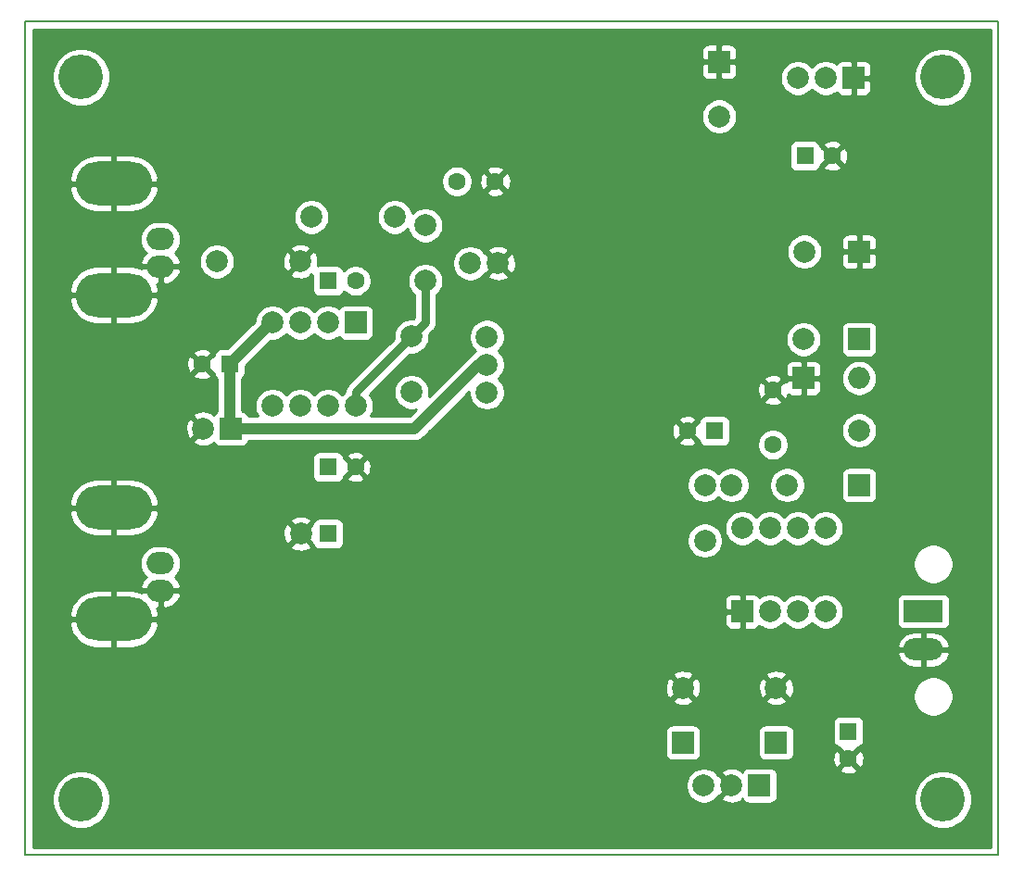
<source format=gbr>
G04 #@! TF.GenerationSoftware,KiCad,Pcbnew,5.1.4-e60b266~84~ubuntu18.04.1*
G04 #@! TF.CreationDate,2019-10-16T17:25:34-03:00*
G04 #@! TF.ProjectId,preamp,70726561-6d70-42e6-9b69-6361645f7063,rev?*
G04 #@! TF.SameCoordinates,Original*
G04 #@! TF.FileFunction,Copper,L1,Top*
G04 #@! TF.FilePolarity,Positive*
%FSLAX45Y45*%
G04 Gerber Fmt 4.5, Leading zero omitted, Abs format (unit mm)*
G04 Created by KiCad (PCBNEW 5.1.4-e60b266~84~ubuntu18.04.1) date 2019-10-16 17:25:34*
%MOMM*%
%LPD*%
G04 APERTURE LIST*
%ADD10C,0.200000*%
%ADD11O,7.000240X4.000000*%
%ADD12O,2.499360X2.000000*%
%ADD13O,7.000240X4.001200*%
%ADD14O,2.499360X2.002000*%
%ADD15C,1.600000*%
%ADD16R,1.600000X1.600000*%
%ADD17C,2.000000*%
%ADD18O,3.600000X2.000000*%
%ADD19R,3.600000X2.000000*%
%ADD20C,4.064000*%
%ADD21R,2.000000X2.000000*%
%ADD22O,2.000000X2.000000*%
%ADD23C,0.800000*%
%ADD24C,1.016000*%
%ADD25C,0.762000*%
%ADD26C,0.254000*%
G04 APERTURE END LIST*
D10*
X5080000Y-5080000D02*
X13970000Y-5080000D01*
X13970000Y-5080000D02*
X13970000Y-12700000D01*
X5080000Y-12700000D02*
X13970000Y-12700000D01*
X5080000Y-5080000D02*
X5080000Y-12700000D01*
D11*
X5886460Y-10542778D03*
X5886460Y-9522968D03*
D12*
X6312926Y-10033000D03*
X6312926Y-10282936D03*
D13*
X5886460Y-7579878D03*
X5886460Y-6560068D03*
D14*
X6312926Y-7070100D03*
X6312926Y-7320036D03*
D15*
X8094800Y-7451100D03*
D16*
X7844800Y-7451100D03*
D17*
X9144000Y-7289800D03*
X9398000Y-7289800D03*
D15*
X9372600Y-6540500D03*
X9022600Y-6540500D03*
D18*
X13284200Y-10820400D03*
D19*
X13284200Y-10470400D03*
D20*
X5588000Y-5588000D03*
D17*
X8606800Y-8467100D03*
X8606800Y-7959100D03*
D20*
X13462000Y-5588000D03*
D21*
X8098800Y-7832100D03*
D17*
X7336800Y-8594100D03*
X7844800Y-7832100D03*
X7590800Y-8594100D03*
X7590800Y-7832100D03*
X7844800Y-8594100D03*
X7336800Y-7832100D03*
X8098800Y-8594100D03*
X8733800Y-7451100D03*
X8733800Y-6943100D03*
D21*
X11938000Y-11671300D03*
D17*
X11938000Y-11171300D03*
D21*
X11087100Y-11671300D03*
D17*
X11087100Y-11171300D03*
D21*
X12696200Y-7184400D03*
D17*
X12196200Y-7184400D03*
D21*
X12188200Y-8340100D03*
D22*
X12696200Y-8340100D03*
D21*
X12696200Y-7984500D03*
D17*
X12188200Y-7984500D03*
X7692400Y-6866900D03*
X8454400Y-6866900D03*
X6828800Y-7273300D03*
X7590800Y-7273300D03*
X9296400Y-7962900D03*
X9296400Y-8216900D03*
X9296400Y-8470900D03*
D21*
X11629400Y-10473700D03*
D17*
X12391400Y-9711700D03*
X11883400Y-10473700D03*
X12137400Y-9711700D03*
X12137400Y-10473700D03*
X11883400Y-9711700D03*
X12391400Y-10473700D03*
X11629400Y-9711700D03*
D21*
X12645400Y-5596900D03*
D17*
X12391400Y-5596900D03*
X12137400Y-5596900D03*
D21*
X11785600Y-12065000D03*
D17*
X11531600Y-12065000D03*
X11277600Y-12065000D03*
X11531600Y-9318000D03*
X12039600Y-9318000D03*
X11286500Y-9826000D03*
X11286500Y-9318000D03*
D20*
X5588000Y-12192000D03*
D21*
X6955600Y-8801100D03*
D17*
X6705600Y-8801100D03*
D20*
X13462000Y-12192000D03*
D21*
X12696200Y-9318000D03*
D17*
X12696200Y-8818000D03*
D21*
X11417300Y-5448300D03*
D17*
X11417300Y-5948300D03*
D16*
X7844800Y-9762500D03*
D17*
X7594800Y-9762500D03*
D15*
X11908800Y-8949700D03*
X11908800Y-8449700D03*
D16*
X11375400Y-8822700D03*
D15*
X11125400Y-8822700D03*
X12598400Y-11819700D03*
D16*
X12598400Y-11569700D03*
X6943100Y-8213100D03*
D15*
X6693100Y-8213100D03*
X8094800Y-9152900D03*
D16*
X7844800Y-9152900D03*
X12200900Y-6308100D03*
D15*
X12450900Y-6308100D03*
D23*
X9398000Y-7023100D03*
X6477000Y-8420100D03*
X6667500Y-7480300D03*
X7442200Y-7429500D03*
X11645900Y-10096500D03*
X12649200Y-6032500D03*
X11760200Y-8051800D03*
X12966700Y-10934700D03*
X12268200Y-12065000D03*
X6705600Y-10287000D03*
X5892800Y-11328400D03*
X9753600Y-9728200D03*
X7048500Y-5943600D03*
X10299700Y-5676900D03*
X8318500Y-9144000D03*
X7340600Y-9766300D03*
X5880100Y-6134100D03*
X5892800Y-9118600D03*
X11087100Y-10922000D03*
X13106400Y-7188200D03*
X7594600Y-11074400D03*
X6819900Y-7785100D03*
X10960100Y-8623300D03*
D24*
X7324100Y-7832100D02*
X6943100Y-8213100D01*
X7336800Y-7832100D02*
X7324100Y-7832100D01*
X6943100Y-8788600D02*
X6955600Y-8801100D01*
X6943100Y-8213100D02*
X6943100Y-8788600D01*
X8636000Y-8801100D02*
X6955600Y-8801100D01*
X9220200Y-8216900D02*
X8636000Y-8801100D01*
D25*
X8733800Y-7832100D02*
X8606800Y-7959100D01*
X8733800Y-7451100D02*
X8733800Y-7832100D01*
X8098800Y-8467100D02*
X8606800Y-7959100D01*
X8098800Y-8594100D02*
X8098800Y-8467100D01*
D26*
G36*
X13896500Y-12626500D02*
G01*
X5153500Y-12626500D01*
X5153500Y-12165732D01*
X5321300Y-12165732D01*
X5321300Y-12218268D01*
X5331549Y-12269793D01*
X5351654Y-12318330D01*
X5380841Y-12362011D01*
X5417989Y-12399159D01*
X5461670Y-12428346D01*
X5510207Y-12448451D01*
X5561732Y-12458700D01*
X5614268Y-12458700D01*
X5665793Y-12448451D01*
X5714330Y-12428346D01*
X5758011Y-12399159D01*
X5795159Y-12362011D01*
X5824346Y-12318330D01*
X5844451Y-12269793D01*
X5854700Y-12218268D01*
X5854700Y-12165732D01*
X5844451Y-12114206D01*
X5824346Y-12065670D01*
X5813139Y-12048897D01*
X11114100Y-12048897D01*
X11114100Y-12081103D01*
X11120383Y-12112691D01*
X11132708Y-12142446D01*
X11150601Y-12169225D01*
X11173375Y-12191999D01*
X11200154Y-12209892D01*
X11229909Y-12222217D01*
X11261497Y-12228500D01*
X11293703Y-12228500D01*
X11325291Y-12222217D01*
X11355046Y-12209892D01*
X11381825Y-12191999D01*
X11404599Y-12169225D01*
X11411872Y-12158340D01*
X11418059Y-12160581D01*
X11513639Y-12065000D01*
X11418059Y-11969419D01*
X11411872Y-11971660D01*
X11404599Y-11960775D01*
X11395283Y-11951459D01*
X11436019Y-11951459D01*
X11531600Y-12047039D01*
X11533014Y-12045625D01*
X11550975Y-12063586D01*
X11549560Y-12065000D01*
X11550975Y-12066414D01*
X11533014Y-12084375D01*
X11531600Y-12082960D01*
X11436019Y-12178541D01*
X11445596Y-12204981D01*
X11474557Y-12219070D01*
X11505711Y-12227238D01*
X11537859Y-12229172D01*
X11569767Y-12224796D01*
X11600209Y-12214279D01*
X11617604Y-12204981D01*
X11625096Y-12184297D01*
X11626650Y-12189418D01*
X11632546Y-12200449D01*
X11640481Y-12210118D01*
X11650151Y-12218054D01*
X11661182Y-12223950D01*
X11673152Y-12227581D01*
X11685600Y-12228807D01*
X11885600Y-12228807D01*
X11898048Y-12227581D01*
X11910018Y-12223950D01*
X11921049Y-12218054D01*
X11930718Y-12210118D01*
X11938654Y-12200449D01*
X11944550Y-12189418D01*
X11948181Y-12177448D01*
X11949335Y-12165732D01*
X13195300Y-12165732D01*
X13195300Y-12218268D01*
X13205549Y-12269793D01*
X13225654Y-12318330D01*
X13254841Y-12362011D01*
X13291989Y-12399159D01*
X13335670Y-12428346D01*
X13384206Y-12448451D01*
X13435732Y-12458700D01*
X13488268Y-12458700D01*
X13539793Y-12448451D01*
X13588330Y-12428346D01*
X13632011Y-12399159D01*
X13669159Y-12362011D01*
X13698346Y-12318330D01*
X13718451Y-12269793D01*
X13728700Y-12218268D01*
X13728700Y-12165732D01*
X13718451Y-12114206D01*
X13698346Y-12065670D01*
X13669159Y-12021989D01*
X13632011Y-11984841D01*
X13588330Y-11955654D01*
X13539793Y-11935549D01*
X13488268Y-11925300D01*
X13435732Y-11925300D01*
X13384206Y-11935549D01*
X13335670Y-11955654D01*
X13291989Y-11984841D01*
X13254841Y-12021989D01*
X13225654Y-12065670D01*
X13205549Y-12114206D01*
X13195300Y-12165732D01*
X11949335Y-12165732D01*
X11949407Y-12165000D01*
X11949407Y-11965000D01*
X11948181Y-11952552D01*
X11944550Y-11940582D01*
X11938654Y-11929551D01*
X11930718Y-11919881D01*
X11929608Y-11918970D01*
X12517090Y-11918970D01*
X12524249Y-11943367D01*
X12549800Y-11955457D01*
X12577218Y-11962330D01*
X12605451Y-11963722D01*
X12633413Y-11959579D01*
X12660029Y-11950060D01*
X12672551Y-11943367D01*
X12679710Y-11918970D01*
X12598400Y-11837660D01*
X12517090Y-11918970D01*
X11929608Y-11918970D01*
X11921049Y-11911946D01*
X11910018Y-11906050D01*
X11898048Y-11902419D01*
X11885600Y-11901193D01*
X11685600Y-11901193D01*
X11673152Y-11902419D01*
X11661182Y-11906050D01*
X11650151Y-11911946D01*
X11640481Y-11919881D01*
X11632546Y-11929551D01*
X11626650Y-11940582D01*
X11625096Y-11945703D01*
X11617604Y-11925019D01*
X11588643Y-11910930D01*
X11557489Y-11902762D01*
X11525340Y-11900828D01*
X11493432Y-11905204D01*
X11462991Y-11915720D01*
X11445596Y-11925019D01*
X11436019Y-11951459D01*
X11395283Y-11951459D01*
X11381825Y-11938001D01*
X11355046Y-11920108D01*
X11325291Y-11907783D01*
X11293703Y-11901500D01*
X11261497Y-11901500D01*
X11229909Y-11907783D01*
X11200154Y-11920108D01*
X11173375Y-11938001D01*
X11150601Y-11960775D01*
X11132708Y-11987554D01*
X11120383Y-12017309D01*
X11114100Y-12048897D01*
X5813139Y-12048897D01*
X5795159Y-12021989D01*
X5758011Y-11984841D01*
X5714330Y-11955654D01*
X5665793Y-11935549D01*
X5614268Y-11925300D01*
X5561732Y-11925300D01*
X5510207Y-11935549D01*
X5461670Y-11955654D01*
X5417989Y-11984841D01*
X5380841Y-12021989D01*
X5351654Y-12065670D01*
X5331549Y-12114206D01*
X5321300Y-12165732D01*
X5153500Y-12165732D01*
X5153500Y-11571300D01*
X10923293Y-11571300D01*
X10923293Y-11771300D01*
X10924519Y-11783748D01*
X10928150Y-11795718D01*
X10934046Y-11806749D01*
X10941982Y-11816418D01*
X10951651Y-11824354D01*
X10962682Y-11830250D01*
X10974652Y-11833881D01*
X10987100Y-11835107D01*
X11187100Y-11835107D01*
X11199548Y-11833881D01*
X11211518Y-11830250D01*
X11222549Y-11824354D01*
X11232218Y-11816418D01*
X11240154Y-11806749D01*
X11246050Y-11795718D01*
X11249681Y-11783748D01*
X11250907Y-11771300D01*
X11250907Y-11571300D01*
X11774193Y-11571300D01*
X11774193Y-11771300D01*
X11775419Y-11783748D01*
X11779050Y-11795718D01*
X11784946Y-11806749D01*
X11792881Y-11816418D01*
X11802551Y-11824354D01*
X11813582Y-11830250D01*
X11825552Y-11833881D01*
X11838000Y-11835107D01*
X12038000Y-11835107D01*
X12050448Y-11833881D01*
X12062418Y-11830250D01*
X12068964Y-11826751D01*
X12454378Y-11826751D01*
X12458521Y-11854713D01*
X12468040Y-11881329D01*
X12474733Y-11893851D01*
X12499130Y-11901010D01*
X12580439Y-11819700D01*
X12616360Y-11819700D01*
X12697670Y-11901010D01*
X12722067Y-11893851D01*
X12734157Y-11868300D01*
X12741030Y-11840882D01*
X12742422Y-11812649D01*
X12738279Y-11784687D01*
X12728760Y-11758071D01*
X12722067Y-11745549D01*
X12697670Y-11738390D01*
X12616360Y-11819700D01*
X12580439Y-11819700D01*
X12499130Y-11738390D01*
X12474733Y-11745549D01*
X12462643Y-11771100D01*
X12455770Y-11798518D01*
X12454378Y-11826751D01*
X12068964Y-11826751D01*
X12073449Y-11824354D01*
X12083118Y-11816418D01*
X12091054Y-11806749D01*
X12096950Y-11795718D01*
X12100581Y-11783748D01*
X12101807Y-11771300D01*
X12101807Y-11571300D01*
X12100581Y-11558852D01*
X12096950Y-11546882D01*
X12091054Y-11535851D01*
X12083118Y-11526181D01*
X12073449Y-11518246D01*
X12062418Y-11512350D01*
X12050448Y-11508719D01*
X12038000Y-11507493D01*
X11838000Y-11507493D01*
X11825552Y-11508719D01*
X11813582Y-11512350D01*
X11802551Y-11518246D01*
X11792881Y-11526181D01*
X11784946Y-11535851D01*
X11779050Y-11546882D01*
X11775419Y-11558852D01*
X11774193Y-11571300D01*
X11250907Y-11571300D01*
X11249681Y-11558852D01*
X11246050Y-11546882D01*
X11240154Y-11535851D01*
X11232218Y-11526181D01*
X11222549Y-11518246D01*
X11211518Y-11512350D01*
X11199548Y-11508719D01*
X11187100Y-11507493D01*
X10987100Y-11507493D01*
X10974652Y-11508719D01*
X10962682Y-11512350D01*
X10951651Y-11518246D01*
X10941982Y-11526181D01*
X10934046Y-11535851D01*
X10928150Y-11546882D01*
X10924519Y-11558852D01*
X10923293Y-11571300D01*
X5153500Y-11571300D01*
X5153500Y-11489700D01*
X12454593Y-11489700D01*
X12454593Y-11649700D01*
X12455819Y-11662148D01*
X12459450Y-11674118D01*
X12465346Y-11685149D01*
X12473281Y-11694818D01*
X12482951Y-11702754D01*
X12493982Y-11708650D01*
X12505952Y-11712281D01*
X12518400Y-11713507D01*
X12519121Y-11713507D01*
X12517090Y-11720430D01*
X12598400Y-11801739D01*
X12679710Y-11720430D01*
X12677678Y-11713507D01*
X12678400Y-11713507D01*
X12690848Y-11712281D01*
X12702818Y-11708650D01*
X12713849Y-11702754D01*
X12723518Y-11694818D01*
X12731454Y-11685149D01*
X12737350Y-11674118D01*
X12740981Y-11662148D01*
X12742207Y-11649700D01*
X12742207Y-11489700D01*
X12740981Y-11477252D01*
X12737350Y-11465282D01*
X12731454Y-11454251D01*
X12723518Y-11444581D01*
X12713849Y-11436646D01*
X12702818Y-11430750D01*
X12690848Y-11427119D01*
X12678400Y-11425893D01*
X12518400Y-11425893D01*
X12505952Y-11427119D01*
X12493982Y-11430750D01*
X12482951Y-11436646D01*
X12473281Y-11444581D01*
X12465346Y-11454251D01*
X12459450Y-11465282D01*
X12455819Y-11477252D01*
X12454593Y-11489700D01*
X5153500Y-11489700D01*
X5153500Y-11284841D01*
X10991519Y-11284841D01*
X11001096Y-11311281D01*
X11030057Y-11325370D01*
X11061211Y-11333538D01*
X11093360Y-11335472D01*
X11125268Y-11331096D01*
X11155709Y-11320579D01*
X11173104Y-11311281D01*
X11182681Y-11284841D01*
X11842419Y-11284841D01*
X11851996Y-11311281D01*
X11880957Y-11325370D01*
X11912111Y-11333538D01*
X11944259Y-11335472D01*
X11976167Y-11331096D01*
X12006609Y-11320579D01*
X12024004Y-11311281D01*
X12033581Y-11284841D01*
X11938000Y-11189260D01*
X11842419Y-11284841D01*
X11182681Y-11284841D01*
X11087100Y-11189260D01*
X10991519Y-11284841D01*
X5153500Y-11284841D01*
X5153500Y-11177560D01*
X10922928Y-11177560D01*
X10927304Y-11209467D01*
X10937821Y-11239909D01*
X10947119Y-11257304D01*
X10973559Y-11266881D01*
X11069140Y-11171300D01*
X11105061Y-11171300D01*
X11200641Y-11266881D01*
X11227081Y-11257304D01*
X11241170Y-11228343D01*
X11249338Y-11197189D01*
X11250519Y-11177560D01*
X11773828Y-11177560D01*
X11778204Y-11209467D01*
X11788720Y-11239909D01*
X11798019Y-11257304D01*
X11824459Y-11266881D01*
X11920039Y-11171300D01*
X11955960Y-11171300D01*
X12051541Y-11266881D01*
X12077981Y-11257304D01*
X12090132Y-11232327D01*
X13190700Y-11232327D01*
X13190700Y-11268473D01*
X13197752Y-11303925D01*
X13211584Y-11337320D01*
X13231666Y-11367374D01*
X13257226Y-11392934D01*
X13287280Y-11413016D01*
X13320675Y-11426848D01*
X13356127Y-11433900D01*
X13392273Y-11433900D01*
X13427725Y-11426848D01*
X13461120Y-11413016D01*
X13491174Y-11392934D01*
X13516734Y-11367374D01*
X13536816Y-11337320D01*
X13550648Y-11303925D01*
X13557700Y-11268473D01*
X13557700Y-11232327D01*
X13550648Y-11196875D01*
X13536816Y-11163480D01*
X13516734Y-11133426D01*
X13491174Y-11107866D01*
X13461120Y-11087784D01*
X13427725Y-11073952D01*
X13392273Y-11066900D01*
X13356127Y-11066900D01*
X13320675Y-11073952D01*
X13287280Y-11087784D01*
X13257226Y-11107866D01*
X13231666Y-11133426D01*
X13211584Y-11163480D01*
X13197752Y-11196875D01*
X13190700Y-11232327D01*
X12090132Y-11232327D01*
X12092070Y-11228343D01*
X12100238Y-11197189D01*
X12102172Y-11165041D01*
X12097796Y-11133133D01*
X12087279Y-11102691D01*
X12077981Y-11085296D01*
X12051541Y-11075719D01*
X11955960Y-11171300D01*
X11920039Y-11171300D01*
X11824459Y-11075719D01*
X11798019Y-11085296D01*
X11783930Y-11114257D01*
X11775762Y-11145411D01*
X11773828Y-11177560D01*
X11250519Y-11177560D01*
X11251272Y-11165041D01*
X11246896Y-11133133D01*
X11236379Y-11102691D01*
X11227081Y-11085296D01*
X11200641Y-11075719D01*
X11105061Y-11171300D01*
X11069140Y-11171300D01*
X10973559Y-11075719D01*
X10947119Y-11085296D01*
X10933030Y-11114257D01*
X10924862Y-11145411D01*
X10922928Y-11177560D01*
X5153500Y-11177560D01*
X5153500Y-11057759D01*
X10991519Y-11057759D01*
X11087100Y-11153340D01*
X11182681Y-11057759D01*
X11842419Y-11057759D01*
X11938000Y-11153340D01*
X12033581Y-11057759D01*
X12024004Y-11031319D01*
X11995043Y-11017230D01*
X11963889Y-11009062D01*
X11931740Y-11007128D01*
X11899832Y-11011504D01*
X11869391Y-11022021D01*
X11851996Y-11031319D01*
X11842419Y-11057759D01*
X11182681Y-11057759D01*
X11173104Y-11031319D01*
X11144143Y-11017230D01*
X11112989Y-11009062D01*
X11080841Y-11007128D01*
X11048933Y-11011504D01*
X11018491Y-11022021D01*
X11001096Y-11031319D01*
X10991519Y-11057759D01*
X5153500Y-11057759D01*
X5153500Y-10858443D01*
X13045188Y-10858443D01*
X13048286Y-10871236D01*
X13061199Y-10900676D01*
X13079608Y-10927032D01*
X13102805Y-10949290D01*
X13129898Y-10966594D01*
X13159847Y-10978281D01*
X13191500Y-10983900D01*
X13271500Y-10983900D01*
X13271500Y-10833100D01*
X13296900Y-10833100D01*
X13296900Y-10983900D01*
X13376900Y-10983900D01*
X13408553Y-10978281D01*
X13438502Y-10966594D01*
X13465595Y-10949290D01*
X13488792Y-10927032D01*
X13507201Y-10900676D01*
X13520114Y-10871236D01*
X13523212Y-10858443D01*
X13511278Y-10833100D01*
X13296900Y-10833100D01*
X13271500Y-10833100D01*
X13057122Y-10833100D01*
X13045188Y-10858443D01*
X5153500Y-10858443D01*
X5153500Y-10596494D01*
X5478481Y-10596494D01*
X5488146Y-10631882D01*
X5510300Y-10678611D01*
X5541145Y-10720120D01*
X5579496Y-10754815D01*
X5623878Y-10781360D01*
X5672586Y-10798737D01*
X5723748Y-10806278D01*
X5873760Y-10806278D01*
X5873760Y-10555478D01*
X5899160Y-10555478D01*
X5899160Y-10806278D01*
X6049172Y-10806278D01*
X6100334Y-10798737D01*
X6146249Y-10782357D01*
X13045188Y-10782357D01*
X13057122Y-10807700D01*
X13271500Y-10807700D01*
X13271500Y-10656900D01*
X13296900Y-10656900D01*
X13296900Y-10807700D01*
X13511278Y-10807700D01*
X13523212Y-10782357D01*
X13520114Y-10769565D01*
X13507201Y-10740124D01*
X13488792Y-10713768D01*
X13465595Y-10691511D01*
X13438502Y-10674206D01*
X13408553Y-10662519D01*
X13376900Y-10656900D01*
X13296900Y-10656900D01*
X13271500Y-10656900D01*
X13191500Y-10656900D01*
X13159847Y-10662519D01*
X13129898Y-10674206D01*
X13102805Y-10691511D01*
X13079608Y-10713768D01*
X13061199Y-10740124D01*
X13048286Y-10769565D01*
X13045188Y-10782357D01*
X6146249Y-10782357D01*
X6149042Y-10781360D01*
X6193424Y-10754815D01*
X6231775Y-10720120D01*
X6262620Y-10678611D01*
X6284774Y-10631882D01*
X6294439Y-10596494D01*
X6288510Y-10573700D01*
X11465593Y-10573700D01*
X11466819Y-10586148D01*
X11470450Y-10598118D01*
X11476346Y-10609149D01*
X11484281Y-10618819D01*
X11493951Y-10626754D01*
X11504982Y-10632650D01*
X11516952Y-10636281D01*
X11529400Y-10637507D01*
X11600825Y-10637200D01*
X11616700Y-10621325D01*
X11616700Y-10486400D01*
X11481775Y-10486400D01*
X11465900Y-10502275D01*
X11465593Y-10573700D01*
X6288510Y-10573700D01*
X6283771Y-10555478D01*
X5899160Y-10555478D01*
X5873760Y-10555478D01*
X5489149Y-10555478D01*
X5478481Y-10596494D01*
X5153500Y-10596494D01*
X5153500Y-10489062D01*
X5478481Y-10489062D01*
X5489149Y-10530078D01*
X5873760Y-10530078D01*
X5873760Y-10279278D01*
X5899160Y-10279278D01*
X5899160Y-10530078D01*
X6283771Y-10530078D01*
X6294439Y-10489062D01*
X6284774Y-10453674D01*
X6279926Y-10443448D01*
X6300226Y-10431036D01*
X6300226Y-10295636D01*
X6325626Y-10295636D01*
X6325626Y-10431036D01*
X6351428Y-10446812D01*
X6383139Y-10441022D01*
X6413111Y-10429158D01*
X6440192Y-10411674D01*
X6463342Y-10389243D01*
X6474086Y-10373700D01*
X11465593Y-10373700D01*
X11465900Y-10445125D01*
X11481775Y-10461000D01*
X11616700Y-10461000D01*
X11616700Y-10326075D01*
X11642100Y-10326075D01*
X11642100Y-10461000D01*
X11644100Y-10461000D01*
X11644100Y-10486400D01*
X11642100Y-10486400D01*
X11642100Y-10621325D01*
X11657975Y-10637200D01*
X11729400Y-10637507D01*
X11741848Y-10636281D01*
X11753818Y-10632650D01*
X11764849Y-10626754D01*
X11774518Y-10618819D01*
X11782454Y-10609149D01*
X11784919Y-10604537D01*
X11805954Y-10618592D01*
X11835709Y-10630917D01*
X11867297Y-10637200D01*
X11899503Y-10637200D01*
X11931091Y-10630917D01*
X11960846Y-10618592D01*
X11987625Y-10600699D01*
X12010399Y-10577925D01*
X12010400Y-10577923D01*
X12010401Y-10577925D01*
X12033175Y-10600699D01*
X12059954Y-10618592D01*
X12089709Y-10630917D01*
X12121297Y-10637200D01*
X12153503Y-10637200D01*
X12185091Y-10630917D01*
X12214846Y-10618592D01*
X12241625Y-10600699D01*
X12264399Y-10577925D01*
X12264400Y-10577923D01*
X12264401Y-10577925D01*
X12287175Y-10600699D01*
X12313954Y-10618592D01*
X12343709Y-10630917D01*
X12375297Y-10637200D01*
X12407503Y-10637200D01*
X12439091Y-10630917D01*
X12468846Y-10618592D01*
X12495625Y-10600699D01*
X12518399Y-10577925D01*
X12536292Y-10551146D01*
X12548617Y-10521391D01*
X12554900Y-10489803D01*
X12554900Y-10457597D01*
X12548617Y-10426009D01*
X12536292Y-10396254D01*
X12519017Y-10370400D01*
X13040393Y-10370400D01*
X13040393Y-10570400D01*
X13041619Y-10582848D01*
X13045250Y-10594818D01*
X13051146Y-10605849D01*
X13059081Y-10615519D01*
X13068751Y-10623454D01*
X13079782Y-10629350D01*
X13091752Y-10632981D01*
X13104200Y-10634207D01*
X13464200Y-10634207D01*
X13476648Y-10632981D01*
X13488618Y-10629350D01*
X13499649Y-10623454D01*
X13509318Y-10615519D01*
X13517254Y-10605849D01*
X13523150Y-10594818D01*
X13526781Y-10582848D01*
X13528007Y-10570400D01*
X13528007Y-10370400D01*
X13526781Y-10357952D01*
X13523150Y-10345982D01*
X13517254Y-10334951D01*
X13509318Y-10325282D01*
X13499649Y-10317346D01*
X13488618Y-10311450D01*
X13476648Y-10307819D01*
X13464200Y-10306593D01*
X13104200Y-10306593D01*
X13091752Y-10307819D01*
X13079782Y-10311450D01*
X13068751Y-10317346D01*
X13059081Y-10325282D01*
X13051146Y-10334951D01*
X13045250Y-10345982D01*
X13041619Y-10357952D01*
X13040393Y-10370400D01*
X12519017Y-10370400D01*
X12518399Y-10369475D01*
X12495625Y-10346701D01*
X12468846Y-10328808D01*
X12439091Y-10316483D01*
X12407503Y-10310200D01*
X12375297Y-10310200D01*
X12343709Y-10316483D01*
X12313954Y-10328808D01*
X12287175Y-10346701D01*
X12264401Y-10369475D01*
X12264400Y-10369477D01*
X12264399Y-10369475D01*
X12241625Y-10346701D01*
X12214846Y-10328808D01*
X12185091Y-10316483D01*
X12153503Y-10310200D01*
X12121297Y-10310200D01*
X12089709Y-10316483D01*
X12059954Y-10328808D01*
X12033175Y-10346701D01*
X12010401Y-10369475D01*
X12010400Y-10369477D01*
X12010399Y-10369475D01*
X11987625Y-10346701D01*
X11960846Y-10328808D01*
X11931091Y-10316483D01*
X11899503Y-10310200D01*
X11867297Y-10310200D01*
X11835709Y-10316483D01*
X11805954Y-10328808D01*
X11784919Y-10342863D01*
X11782454Y-10338251D01*
X11774518Y-10328582D01*
X11764849Y-10320646D01*
X11753818Y-10314750D01*
X11741848Y-10311119D01*
X11729400Y-10309893D01*
X11657975Y-10310200D01*
X11642100Y-10326075D01*
X11616700Y-10326075D01*
X11600825Y-10310200D01*
X11529400Y-10309893D01*
X11516952Y-10311119D01*
X11504982Y-10314750D01*
X11493951Y-10320646D01*
X11484281Y-10328582D01*
X11476346Y-10338251D01*
X11470450Y-10349282D01*
X11466819Y-10361252D01*
X11465593Y-10373700D01*
X6474086Y-10373700D01*
X6481671Y-10362727D01*
X6494475Y-10333144D01*
X6496906Y-10320979D01*
X6484972Y-10295636D01*
X6325626Y-10295636D01*
X6300226Y-10295636D01*
X6140880Y-10295636D01*
X6138603Y-10300472D01*
X6100334Y-10286819D01*
X6049172Y-10279278D01*
X5899160Y-10279278D01*
X5873760Y-10279278D01*
X5723748Y-10279278D01*
X5672586Y-10286819D01*
X5623878Y-10304196D01*
X5579496Y-10330742D01*
X5541145Y-10365436D01*
X5510300Y-10406945D01*
X5488146Y-10453674D01*
X5478481Y-10489062D01*
X5153500Y-10489062D01*
X5153500Y-10033000D01*
X6123667Y-10033000D01*
X6126824Y-10065052D01*
X6136173Y-10095872D01*
X6151355Y-10124275D01*
X6171787Y-10149171D01*
X6182107Y-10157641D01*
X6162510Y-10176629D01*
X6144181Y-10203145D01*
X6131377Y-10232728D01*
X6128946Y-10244893D01*
X6140880Y-10270236D01*
X6300226Y-10270236D01*
X6300226Y-10268236D01*
X6325626Y-10268236D01*
X6325626Y-10270236D01*
X6484972Y-10270236D01*
X6496906Y-10244893D01*
X6494475Y-10232728D01*
X6481671Y-10203145D01*
X6463342Y-10176629D01*
X6443745Y-10157641D01*
X6454065Y-10149171D01*
X6474497Y-10124275D01*
X6489679Y-10095872D01*
X6499028Y-10065052D01*
X6502185Y-10033000D01*
X6501134Y-10022327D01*
X13190700Y-10022327D01*
X13190700Y-10058473D01*
X13197752Y-10093925D01*
X13211584Y-10127320D01*
X13231666Y-10157374D01*
X13257226Y-10182934D01*
X13287280Y-10203016D01*
X13320675Y-10216848D01*
X13356127Y-10223900D01*
X13392273Y-10223900D01*
X13427725Y-10216848D01*
X13461120Y-10203016D01*
X13491174Y-10182934D01*
X13516734Y-10157374D01*
X13536816Y-10127320D01*
X13550648Y-10093925D01*
X13557700Y-10058473D01*
X13557700Y-10022327D01*
X13550648Y-9986875D01*
X13536816Y-9953480D01*
X13516734Y-9923426D01*
X13491174Y-9897866D01*
X13461120Y-9877784D01*
X13427725Y-9863952D01*
X13392273Y-9856900D01*
X13356127Y-9856900D01*
X13320675Y-9863952D01*
X13287280Y-9877784D01*
X13257226Y-9897866D01*
X13231666Y-9923426D01*
X13211584Y-9953480D01*
X13197752Y-9986875D01*
X13190700Y-10022327D01*
X6501134Y-10022327D01*
X6499028Y-10000948D01*
X6489679Y-9970129D01*
X6474497Y-9941725D01*
X6454065Y-9916829D01*
X6429169Y-9896397D01*
X6400765Y-9881215D01*
X6383711Y-9876041D01*
X7499219Y-9876041D01*
X7508796Y-9902481D01*
X7537757Y-9916570D01*
X7568911Y-9924738D01*
X7601059Y-9926672D01*
X7632967Y-9922296D01*
X7663409Y-9911780D01*
X7680804Y-9902481D01*
X7690381Y-9876041D01*
X7594800Y-9780461D01*
X7499219Y-9876041D01*
X6383711Y-9876041D01*
X6369946Y-9871866D01*
X6345926Y-9869500D01*
X6279926Y-9869500D01*
X6255906Y-9871866D01*
X6225086Y-9881215D01*
X6196683Y-9896397D01*
X6171787Y-9916829D01*
X6151355Y-9941725D01*
X6136173Y-9970129D01*
X6126824Y-10000948D01*
X6123667Y-10033000D01*
X5153500Y-10033000D01*
X5153500Y-9576684D01*
X5478481Y-9576684D01*
X5488146Y-9612072D01*
X5510300Y-9658801D01*
X5541145Y-9700310D01*
X5579496Y-9735005D01*
X5623878Y-9761550D01*
X5672586Y-9778927D01*
X5723748Y-9786468D01*
X5873760Y-9786468D01*
X5873760Y-9535668D01*
X5899160Y-9535668D01*
X5899160Y-9786468D01*
X6049172Y-9786468D01*
X6100334Y-9778927D01*
X6128835Y-9768760D01*
X7430628Y-9768760D01*
X7435004Y-9800668D01*
X7445520Y-9831109D01*
X7454819Y-9848504D01*
X7481259Y-9858081D01*
X7576839Y-9762500D01*
X7612760Y-9762500D01*
X7701892Y-9851632D01*
X7702219Y-9854948D01*
X7705850Y-9866918D01*
X7711746Y-9877949D01*
X7719681Y-9887619D01*
X7729351Y-9895554D01*
X7740382Y-9901450D01*
X7752352Y-9905081D01*
X7764800Y-9906307D01*
X7924800Y-9906307D01*
X7937248Y-9905081D01*
X7949218Y-9901450D01*
X7960249Y-9895554D01*
X7969918Y-9887619D01*
X7977854Y-9877949D01*
X7983750Y-9866918D01*
X7987381Y-9854948D01*
X7988607Y-9842500D01*
X7988607Y-9809897D01*
X11123000Y-9809897D01*
X11123000Y-9842103D01*
X11129283Y-9873691D01*
X11141608Y-9903446D01*
X11159501Y-9930225D01*
X11182275Y-9952999D01*
X11209054Y-9970892D01*
X11238809Y-9983217D01*
X11270397Y-9989500D01*
X11302603Y-9989500D01*
X11334191Y-9983217D01*
X11363946Y-9970892D01*
X11390725Y-9952999D01*
X11413499Y-9930225D01*
X11431392Y-9903446D01*
X11443717Y-9873691D01*
X11450000Y-9842103D01*
X11450000Y-9809897D01*
X11443717Y-9778309D01*
X11431392Y-9748554D01*
X11413499Y-9721775D01*
X11390725Y-9699001D01*
X11385630Y-9695597D01*
X11465900Y-9695597D01*
X11465900Y-9727803D01*
X11472183Y-9759391D01*
X11484508Y-9789146D01*
X11502401Y-9815925D01*
X11525175Y-9838699D01*
X11551954Y-9856592D01*
X11581709Y-9868917D01*
X11613297Y-9875200D01*
X11645503Y-9875200D01*
X11677091Y-9868917D01*
X11706846Y-9856592D01*
X11733625Y-9838699D01*
X11756399Y-9815925D01*
X11756400Y-9815923D01*
X11756401Y-9815925D01*
X11779175Y-9838699D01*
X11805954Y-9856592D01*
X11835709Y-9868917D01*
X11867297Y-9875200D01*
X11899503Y-9875200D01*
X11931091Y-9868917D01*
X11960846Y-9856592D01*
X11987625Y-9838699D01*
X12010399Y-9815925D01*
X12010400Y-9815923D01*
X12010401Y-9815925D01*
X12033175Y-9838699D01*
X12059954Y-9856592D01*
X12089709Y-9868917D01*
X12121297Y-9875200D01*
X12153503Y-9875200D01*
X12185091Y-9868917D01*
X12214846Y-9856592D01*
X12241625Y-9838699D01*
X12264399Y-9815925D01*
X12264400Y-9815923D01*
X12264401Y-9815925D01*
X12287175Y-9838699D01*
X12313954Y-9856592D01*
X12343709Y-9868917D01*
X12375297Y-9875200D01*
X12407503Y-9875200D01*
X12439091Y-9868917D01*
X12468846Y-9856592D01*
X12495625Y-9838699D01*
X12518399Y-9815925D01*
X12536292Y-9789146D01*
X12548617Y-9759391D01*
X12554900Y-9727803D01*
X12554900Y-9695597D01*
X12548617Y-9664009D01*
X12536292Y-9634254D01*
X12518399Y-9607475D01*
X12495625Y-9584701D01*
X12468846Y-9566808D01*
X12439091Y-9554483D01*
X12407503Y-9548200D01*
X12375297Y-9548200D01*
X12343709Y-9554483D01*
X12313954Y-9566808D01*
X12287175Y-9584701D01*
X12264401Y-9607475D01*
X12264400Y-9607477D01*
X12264399Y-9607475D01*
X12241625Y-9584701D01*
X12214846Y-9566808D01*
X12185091Y-9554483D01*
X12153503Y-9548200D01*
X12121297Y-9548200D01*
X12089709Y-9554483D01*
X12059954Y-9566808D01*
X12033175Y-9584701D01*
X12010401Y-9607475D01*
X12010400Y-9607477D01*
X12010399Y-9607475D01*
X11987625Y-9584701D01*
X11960846Y-9566808D01*
X11931091Y-9554483D01*
X11899503Y-9548200D01*
X11867297Y-9548200D01*
X11835709Y-9554483D01*
X11805954Y-9566808D01*
X11779175Y-9584701D01*
X11756401Y-9607475D01*
X11756400Y-9607477D01*
X11756399Y-9607475D01*
X11733625Y-9584701D01*
X11706846Y-9566808D01*
X11677091Y-9554483D01*
X11645503Y-9548200D01*
X11613297Y-9548200D01*
X11581709Y-9554483D01*
X11551954Y-9566808D01*
X11525175Y-9584701D01*
X11502401Y-9607475D01*
X11484508Y-9634254D01*
X11472183Y-9664009D01*
X11465900Y-9695597D01*
X11385630Y-9695597D01*
X11363946Y-9681108D01*
X11334191Y-9668783D01*
X11302603Y-9662500D01*
X11270397Y-9662500D01*
X11238809Y-9668783D01*
X11209054Y-9681108D01*
X11182275Y-9699001D01*
X11159501Y-9721775D01*
X11141608Y-9748554D01*
X11129283Y-9778309D01*
X11123000Y-9809897D01*
X7988607Y-9809897D01*
X7988607Y-9682500D01*
X7987381Y-9670052D01*
X7983750Y-9658082D01*
X7977854Y-9647051D01*
X7969918Y-9637382D01*
X7960249Y-9629446D01*
X7949218Y-9623550D01*
X7937248Y-9619919D01*
X7924800Y-9618693D01*
X7764800Y-9618693D01*
X7752352Y-9619919D01*
X7740382Y-9623550D01*
X7729351Y-9629446D01*
X7719681Y-9637382D01*
X7711746Y-9647051D01*
X7705850Y-9658082D01*
X7702219Y-9670052D01*
X7701892Y-9673368D01*
X7612760Y-9762500D01*
X7576839Y-9762500D01*
X7481259Y-9666919D01*
X7454819Y-9676496D01*
X7440730Y-9705457D01*
X7432562Y-9736611D01*
X7430628Y-9768760D01*
X6128835Y-9768760D01*
X6149042Y-9761550D01*
X6193424Y-9735005D01*
X6231775Y-9700310D01*
X6262620Y-9658801D01*
X6267286Y-9648959D01*
X7499219Y-9648959D01*
X7594800Y-9744540D01*
X7690381Y-9648959D01*
X7680804Y-9622519D01*
X7651843Y-9608430D01*
X7620689Y-9600262D01*
X7588540Y-9598328D01*
X7556632Y-9602704D01*
X7526191Y-9613221D01*
X7508796Y-9622519D01*
X7499219Y-9648959D01*
X6267286Y-9648959D01*
X6284774Y-9612072D01*
X6294439Y-9576684D01*
X6283771Y-9535668D01*
X5899160Y-9535668D01*
X5873760Y-9535668D01*
X5489149Y-9535668D01*
X5478481Y-9576684D01*
X5153500Y-9576684D01*
X5153500Y-9469252D01*
X5478481Y-9469252D01*
X5489149Y-9510268D01*
X5873760Y-9510268D01*
X5873760Y-9259468D01*
X5899160Y-9259468D01*
X5899160Y-9510268D01*
X6283771Y-9510268D01*
X6294439Y-9469252D01*
X6284774Y-9433864D01*
X6262620Y-9387135D01*
X6231775Y-9345626D01*
X6193424Y-9310932D01*
X6178319Y-9301897D01*
X11123000Y-9301897D01*
X11123000Y-9334103D01*
X11129283Y-9365691D01*
X11141608Y-9395446D01*
X11159501Y-9422225D01*
X11182275Y-9444999D01*
X11209054Y-9462892D01*
X11238809Y-9475217D01*
X11270397Y-9481500D01*
X11302603Y-9481500D01*
X11334191Y-9475217D01*
X11363946Y-9462892D01*
X11390725Y-9444999D01*
X11409050Y-9426674D01*
X11427375Y-9444999D01*
X11454154Y-9462892D01*
X11483909Y-9475217D01*
X11515497Y-9481500D01*
X11547703Y-9481500D01*
X11579291Y-9475217D01*
X11609046Y-9462892D01*
X11635825Y-9444999D01*
X11658599Y-9422225D01*
X11676492Y-9395446D01*
X11688817Y-9365691D01*
X11695100Y-9334103D01*
X11695100Y-9301897D01*
X11876100Y-9301897D01*
X11876100Y-9334103D01*
X11882383Y-9365691D01*
X11894708Y-9395446D01*
X11912601Y-9422225D01*
X11935375Y-9444999D01*
X11962154Y-9462892D01*
X11991909Y-9475217D01*
X12023497Y-9481500D01*
X12055703Y-9481500D01*
X12087291Y-9475217D01*
X12117046Y-9462892D01*
X12143825Y-9444999D01*
X12166599Y-9422225D01*
X12184492Y-9395446D01*
X12196817Y-9365691D01*
X12203100Y-9334103D01*
X12203100Y-9301897D01*
X12196817Y-9270309D01*
X12184492Y-9240554D01*
X12169422Y-9218000D01*
X12532393Y-9218000D01*
X12532393Y-9418000D01*
X12533619Y-9430448D01*
X12537250Y-9442418D01*
X12543146Y-9453449D01*
X12551081Y-9463119D01*
X12560751Y-9471054D01*
X12571782Y-9476950D01*
X12583752Y-9480581D01*
X12596200Y-9481807D01*
X12796200Y-9481807D01*
X12808648Y-9480581D01*
X12820618Y-9476950D01*
X12831649Y-9471054D01*
X12841318Y-9463119D01*
X12849254Y-9453449D01*
X12855150Y-9442418D01*
X12858781Y-9430448D01*
X12860007Y-9418000D01*
X12860007Y-9218000D01*
X12858781Y-9205552D01*
X12855150Y-9193582D01*
X12849254Y-9182551D01*
X12841318Y-9172882D01*
X12831649Y-9164946D01*
X12820618Y-9159050D01*
X12808648Y-9155419D01*
X12796200Y-9154193D01*
X12596200Y-9154193D01*
X12583752Y-9155419D01*
X12571782Y-9159050D01*
X12560751Y-9164946D01*
X12551081Y-9172882D01*
X12543146Y-9182551D01*
X12537250Y-9193582D01*
X12533619Y-9205552D01*
X12532393Y-9218000D01*
X12169422Y-9218000D01*
X12166599Y-9213775D01*
X12143825Y-9191001D01*
X12117046Y-9173108D01*
X12087291Y-9160783D01*
X12055703Y-9154500D01*
X12023497Y-9154500D01*
X11991909Y-9160783D01*
X11962154Y-9173108D01*
X11935375Y-9191001D01*
X11912601Y-9213775D01*
X11894708Y-9240554D01*
X11882383Y-9270309D01*
X11876100Y-9301897D01*
X11695100Y-9301897D01*
X11688817Y-9270309D01*
X11676492Y-9240554D01*
X11658599Y-9213775D01*
X11635825Y-9191001D01*
X11609046Y-9173108D01*
X11579291Y-9160783D01*
X11547703Y-9154500D01*
X11515497Y-9154500D01*
X11483909Y-9160783D01*
X11454154Y-9173108D01*
X11427375Y-9191001D01*
X11409050Y-9209326D01*
X11390725Y-9191001D01*
X11363946Y-9173108D01*
X11334191Y-9160783D01*
X11302603Y-9154500D01*
X11270397Y-9154500D01*
X11238809Y-9160783D01*
X11209054Y-9173108D01*
X11182275Y-9191001D01*
X11159501Y-9213775D01*
X11141608Y-9240554D01*
X11129283Y-9270309D01*
X11123000Y-9301897D01*
X6178319Y-9301897D01*
X6149042Y-9284386D01*
X6100334Y-9267009D01*
X6049172Y-9259468D01*
X5899160Y-9259468D01*
X5873760Y-9259468D01*
X5723748Y-9259468D01*
X5672586Y-9267009D01*
X5623878Y-9284386D01*
X5579496Y-9310932D01*
X5541145Y-9345626D01*
X5510300Y-9387135D01*
X5488146Y-9433864D01*
X5478481Y-9469252D01*
X5153500Y-9469252D01*
X5153500Y-9072900D01*
X7700993Y-9072900D01*
X7700993Y-9232900D01*
X7702219Y-9245348D01*
X7705850Y-9257318D01*
X7711746Y-9268349D01*
X7719681Y-9278019D01*
X7729351Y-9285954D01*
X7740382Y-9291850D01*
X7752352Y-9295481D01*
X7764800Y-9296707D01*
X7924800Y-9296707D01*
X7937248Y-9295481D01*
X7949218Y-9291850D01*
X7960249Y-9285954D01*
X7969918Y-9278019D01*
X7977854Y-9268349D01*
X7983750Y-9257318D01*
X7985312Y-9252170D01*
X8013490Y-9252170D01*
X8020649Y-9276567D01*
X8046200Y-9288657D01*
X8073618Y-9295530D01*
X8101851Y-9296922D01*
X8129813Y-9292779D01*
X8156429Y-9283260D01*
X8168951Y-9276567D01*
X8176110Y-9252170D01*
X8094800Y-9170861D01*
X8013490Y-9252170D01*
X7985312Y-9252170D01*
X7987381Y-9245348D01*
X7988607Y-9232900D01*
X7988607Y-9232179D01*
X7995530Y-9234210D01*
X8076839Y-9152900D01*
X8112760Y-9152900D01*
X8194070Y-9234210D01*
X8218467Y-9227051D01*
X8230557Y-9201500D01*
X8237430Y-9174082D01*
X8238822Y-9145849D01*
X8234679Y-9117887D01*
X8225160Y-9091271D01*
X8218467Y-9078749D01*
X8194070Y-9071590D01*
X8112760Y-9152900D01*
X8076839Y-9152900D01*
X7995530Y-9071590D01*
X7988607Y-9073622D01*
X7988607Y-9072900D01*
X7987381Y-9060452D01*
X7985312Y-9053630D01*
X8013490Y-9053630D01*
X8094800Y-9134940D01*
X8176110Y-9053630D01*
X8168951Y-9029233D01*
X8143400Y-9017143D01*
X8115982Y-9010270D01*
X8087749Y-9008878D01*
X8059787Y-9013021D01*
X8033171Y-9022540D01*
X8020649Y-9029233D01*
X8013490Y-9053630D01*
X7985312Y-9053630D01*
X7983750Y-9048482D01*
X7977854Y-9037451D01*
X7969918Y-9027782D01*
X7960249Y-9019846D01*
X7949218Y-9013950D01*
X7937248Y-9010319D01*
X7924800Y-9009093D01*
X7764800Y-9009093D01*
X7752352Y-9010319D01*
X7740382Y-9013950D01*
X7729351Y-9019846D01*
X7719681Y-9027782D01*
X7711746Y-9037451D01*
X7705850Y-9048482D01*
X7702219Y-9060452D01*
X7700993Y-9072900D01*
X5153500Y-9072900D01*
X5153500Y-8807360D01*
X6541428Y-8807360D01*
X6545804Y-8839268D01*
X6556320Y-8869709D01*
X6565619Y-8887104D01*
X6592059Y-8896681D01*
X6687639Y-8801100D01*
X6592059Y-8705519D01*
X6565619Y-8715096D01*
X6551530Y-8744057D01*
X6543362Y-8775211D01*
X6541428Y-8807360D01*
X5153500Y-8807360D01*
X5153500Y-8687559D01*
X6610019Y-8687559D01*
X6705600Y-8783140D01*
X6707014Y-8781725D01*
X6724975Y-8799686D01*
X6723560Y-8801100D01*
X6724975Y-8802514D01*
X6707014Y-8820475D01*
X6705600Y-8819061D01*
X6610019Y-8914641D01*
X6619596Y-8941081D01*
X6648557Y-8955170D01*
X6679711Y-8963338D01*
X6711859Y-8965272D01*
X6743767Y-8960896D01*
X6774209Y-8950380D01*
X6791604Y-8941081D01*
X6797002Y-8926178D01*
X6802546Y-8936549D01*
X6810481Y-8946219D01*
X6820151Y-8954154D01*
X6831182Y-8960050D01*
X6843152Y-8963681D01*
X6855600Y-8964907D01*
X7055600Y-8964907D01*
X7068048Y-8963681D01*
X7080018Y-8960050D01*
X7091049Y-8954154D01*
X7100718Y-8946219D01*
X7108654Y-8936549D01*
X7114550Y-8925518D01*
X7115626Y-8921970D01*
X11044090Y-8921970D01*
X11051249Y-8946367D01*
X11076800Y-8958457D01*
X11104218Y-8965330D01*
X11132451Y-8966722D01*
X11160413Y-8962579D01*
X11187029Y-8953060D01*
X11199551Y-8946367D01*
X11206710Y-8921970D01*
X11125400Y-8840661D01*
X11044090Y-8921970D01*
X7115626Y-8921970D01*
X7117619Y-8915400D01*
X8630386Y-8915400D01*
X8636000Y-8915953D01*
X8641614Y-8915400D01*
X8641615Y-8915400D01*
X8658407Y-8913746D01*
X8679952Y-8907210D01*
X8699809Y-8896597D01*
X8717213Y-8882313D01*
X8720793Y-8877952D01*
X8768993Y-8829751D01*
X10981378Y-8829751D01*
X10985521Y-8857713D01*
X10995040Y-8884329D01*
X11001733Y-8896851D01*
X11026130Y-8904010D01*
X11107440Y-8822700D01*
X11143361Y-8822700D01*
X11224670Y-8904010D01*
X11231593Y-8901979D01*
X11231593Y-8902700D01*
X11232819Y-8915148D01*
X11236450Y-8927118D01*
X11242346Y-8938149D01*
X11250281Y-8947819D01*
X11259951Y-8955754D01*
X11270982Y-8961650D01*
X11282952Y-8965281D01*
X11295400Y-8966507D01*
X11455400Y-8966507D01*
X11467848Y-8965281D01*
X11479818Y-8961650D01*
X11490849Y-8955754D01*
X11500518Y-8947819D01*
X11508454Y-8938149D01*
X11509834Y-8935567D01*
X11765300Y-8935567D01*
X11765300Y-8963834D01*
X11770815Y-8991557D01*
X11781632Y-9017673D01*
X11797336Y-9041176D01*
X11817324Y-9061164D01*
X11840827Y-9076868D01*
X11866943Y-9087685D01*
X11894666Y-9093200D01*
X11922933Y-9093200D01*
X11950657Y-9087685D01*
X11976773Y-9076868D01*
X12000276Y-9061164D01*
X12020264Y-9041176D01*
X12035968Y-9017673D01*
X12046785Y-8991557D01*
X12052300Y-8963834D01*
X12052300Y-8935567D01*
X12046785Y-8907843D01*
X12035968Y-8881727D01*
X12020264Y-8858224D01*
X12000276Y-8838236D01*
X11976773Y-8822532D01*
X11950657Y-8811715D01*
X11922933Y-8806200D01*
X11894666Y-8806200D01*
X11866943Y-8811715D01*
X11840827Y-8822532D01*
X11817324Y-8838236D01*
X11797336Y-8858224D01*
X11781632Y-8881727D01*
X11770815Y-8907843D01*
X11765300Y-8935567D01*
X11509834Y-8935567D01*
X11514350Y-8927118D01*
X11517981Y-8915148D01*
X11519207Y-8902700D01*
X11519207Y-8801897D01*
X12532700Y-8801897D01*
X12532700Y-8834103D01*
X12538983Y-8865691D01*
X12551308Y-8895446D01*
X12569201Y-8922225D01*
X12591975Y-8944999D01*
X12618754Y-8962892D01*
X12648509Y-8975217D01*
X12680097Y-8981500D01*
X12712303Y-8981500D01*
X12743891Y-8975217D01*
X12773646Y-8962892D01*
X12800425Y-8944999D01*
X12823199Y-8922225D01*
X12841092Y-8895446D01*
X12853417Y-8865691D01*
X12859700Y-8834103D01*
X12859700Y-8801897D01*
X12853417Y-8770309D01*
X12841092Y-8740554D01*
X12823199Y-8713775D01*
X12800425Y-8691001D01*
X12773646Y-8673108D01*
X12743891Y-8660783D01*
X12712303Y-8654500D01*
X12680097Y-8654500D01*
X12648509Y-8660783D01*
X12618754Y-8673108D01*
X12591975Y-8691001D01*
X12569201Y-8713775D01*
X12551308Y-8740554D01*
X12538983Y-8770309D01*
X12532700Y-8801897D01*
X11519207Y-8801897D01*
X11519207Y-8742700D01*
X11517981Y-8730252D01*
X11514350Y-8718282D01*
X11508454Y-8707251D01*
X11500518Y-8697582D01*
X11490849Y-8689646D01*
X11479818Y-8683750D01*
X11467848Y-8680119D01*
X11455400Y-8678893D01*
X11295400Y-8678893D01*
X11282952Y-8680119D01*
X11270982Y-8683750D01*
X11259951Y-8689646D01*
X11250281Y-8697582D01*
X11242346Y-8707251D01*
X11236450Y-8718282D01*
X11232819Y-8730252D01*
X11231593Y-8742700D01*
X11231593Y-8743422D01*
X11224670Y-8741390D01*
X11143361Y-8822700D01*
X11107440Y-8822700D01*
X11026130Y-8741390D01*
X11001733Y-8748549D01*
X10989643Y-8774100D01*
X10982770Y-8801518D01*
X10981378Y-8829751D01*
X8768993Y-8829751D01*
X8875315Y-8723430D01*
X11044090Y-8723430D01*
X11125400Y-8804740D01*
X11206710Y-8723430D01*
X11199551Y-8699033D01*
X11174000Y-8686943D01*
X11146582Y-8680070D01*
X11118349Y-8678678D01*
X11090387Y-8682821D01*
X11063771Y-8692340D01*
X11051249Y-8699033D01*
X11044090Y-8723430D01*
X8875315Y-8723430D01*
X9132900Y-8465845D01*
X9132900Y-8487003D01*
X9139183Y-8518591D01*
X9151508Y-8548346D01*
X9169401Y-8575125D01*
X9192175Y-8597899D01*
X9218954Y-8615792D01*
X9248709Y-8628117D01*
X9280297Y-8634400D01*
X9312503Y-8634400D01*
X9344091Y-8628117D01*
X9373846Y-8615792D01*
X9400625Y-8597899D01*
X9423399Y-8575125D01*
X9440875Y-8548970D01*
X11827490Y-8548970D01*
X11834649Y-8573367D01*
X11860200Y-8585457D01*
X11887618Y-8592330D01*
X11915851Y-8593722D01*
X11943813Y-8589579D01*
X11970429Y-8580060D01*
X11982951Y-8573367D01*
X11990110Y-8548970D01*
X11908800Y-8467661D01*
X11827490Y-8548970D01*
X9440875Y-8548970D01*
X9441292Y-8548346D01*
X9453617Y-8518591D01*
X9459900Y-8487003D01*
X9459900Y-8456751D01*
X11764778Y-8456751D01*
X11768921Y-8484713D01*
X11778440Y-8511329D01*
X11785133Y-8523851D01*
X11809530Y-8531010D01*
X11890839Y-8449700D01*
X11926760Y-8449700D01*
X12008070Y-8531010D01*
X12032467Y-8523851D01*
X12044557Y-8498300D01*
X12047025Y-8488455D01*
X12052751Y-8493154D01*
X12063782Y-8499050D01*
X12075752Y-8502681D01*
X12088200Y-8503907D01*
X12159625Y-8503600D01*
X12175500Y-8487725D01*
X12175500Y-8352800D01*
X12200900Y-8352800D01*
X12200900Y-8487725D01*
X12216775Y-8503600D01*
X12288200Y-8503907D01*
X12300648Y-8502681D01*
X12312618Y-8499050D01*
X12323649Y-8493154D01*
X12333318Y-8485219D01*
X12341254Y-8475549D01*
X12347150Y-8464518D01*
X12350781Y-8452548D01*
X12352007Y-8440100D01*
X12351700Y-8368675D01*
X12335825Y-8352800D01*
X12200900Y-8352800D01*
X12175500Y-8352800D01*
X12040575Y-8352800D01*
X12024700Y-8368675D01*
X12024680Y-8373264D01*
X12008070Y-8368390D01*
X11926760Y-8449700D01*
X11890839Y-8449700D01*
X11809530Y-8368390D01*
X11785133Y-8375549D01*
X11773043Y-8401100D01*
X11766170Y-8428518D01*
X11764778Y-8456751D01*
X9459900Y-8456751D01*
X9459900Y-8454797D01*
X9453617Y-8423209D01*
X9441292Y-8393454D01*
X9423399Y-8366675D01*
X9407154Y-8350430D01*
X11827490Y-8350430D01*
X11908800Y-8431740D01*
X11990110Y-8350430D01*
X11987079Y-8340100D01*
X12531909Y-8340100D01*
X12535066Y-8372152D01*
X12544415Y-8402972D01*
X12559597Y-8431375D01*
X12580029Y-8456271D01*
X12604925Y-8476703D01*
X12633328Y-8491885D01*
X12664148Y-8501234D01*
X12688168Y-8503600D01*
X12704232Y-8503600D01*
X12728252Y-8501234D01*
X12759071Y-8491885D01*
X12787475Y-8476703D01*
X12812371Y-8456271D01*
X12832803Y-8431375D01*
X12847985Y-8402972D01*
X12857334Y-8372152D01*
X12860491Y-8340100D01*
X12857334Y-8308048D01*
X12847985Y-8277228D01*
X12832803Y-8248825D01*
X12812371Y-8223929D01*
X12787475Y-8203497D01*
X12759071Y-8188315D01*
X12728252Y-8178966D01*
X12704232Y-8176600D01*
X12688168Y-8176600D01*
X12664148Y-8178966D01*
X12633328Y-8188315D01*
X12604925Y-8203497D01*
X12580029Y-8223929D01*
X12559597Y-8248825D01*
X12544415Y-8277228D01*
X12535066Y-8308048D01*
X12531909Y-8340100D01*
X11987079Y-8340100D01*
X11982951Y-8326033D01*
X11957400Y-8313943D01*
X11929982Y-8307070D01*
X11901749Y-8305678D01*
X11873787Y-8309821D01*
X11847171Y-8319340D01*
X11834649Y-8326033D01*
X11827490Y-8350430D01*
X9407154Y-8350430D01*
X9400625Y-8343901D01*
X9400623Y-8343900D01*
X9400625Y-8343899D01*
X9423399Y-8321125D01*
X9441292Y-8294346D01*
X9453617Y-8264591D01*
X9458488Y-8240100D01*
X12024393Y-8240100D01*
X12024700Y-8311525D01*
X12040575Y-8327400D01*
X12175500Y-8327400D01*
X12175500Y-8192475D01*
X12200900Y-8192475D01*
X12200900Y-8327400D01*
X12335825Y-8327400D01*
X12351700Y-8311525D01*
X12352007Y-8240100D01*
X12350781Y-8227652D01*
X12347150Y-8215682D01*
X12341254Y-8204651D01*
X12333318Y-8194981D01*
X12323649Y-8187046D01*
X12312618Y-8181150D01*
X12300648Y-8177519D01*
X12288200Y-8176293D01*
X12216775Y-8176600D01*
X12200900Y-8192475D01*
X12175500Y-8192475D01*
X12159625Y-8176600D01*
X12088200Y-8176293D01*
X12075752Y-8177519D01*
X12063782Y-8181150D01*
X12052751Y-8187046D01*
X12043081Y-8194981D01*
X12035146Y-8204651D01*
X12029250Y-8215682D01*
X12025619Y-8227652D01*
X12024393Y-8240100D01*
X9458488Y-8240100D01*
X9459900Y-8233003D01*
X9459900Y-8200797D01*
X9453617Y-8169209D01*
X9441292Y-8139454D01*
X9423399Y-8112675D01*
X9400625Y-8089901D01*
X9400623Y-8089900D01*
X9400625Y-8089899D01*
X9423399Y-8067125D01*
X9441292Y-8040346D01*
X9453617Y-8010591D01*
X9459900Y-7979003D01*
X9459900Y-7968397D01*
X12024700Y-7968397D01*
X12024700Y-8000603D01*
X12030983Y-8032191D01*
X12043308Y-8061946D01*
X12061201Y-8088725D01*
X12083975Y-8111499D01*
X12110754Y-8129392D01*
X12140509Y-8141717D01*
X12172097Y-8148000D01*
X12204303Y-8148000D01*
X12235891Y-8141717D01*
X12265646Y-8129392D01*
X12292425Y-8111499D01*
X12315199Y-8088725D01*
X12333092Y-8061946D01*
X12345417Y-8032191D01*
X12351700Y-8000603D01*
X12351700Y-7968397D01*
X12345417Y-7936809D01*
X12333092Y-7907054D01*
X12318022Y-7884500D01*
X12532393Y-7884500D01*
X12532393Y-8084500D01*
X12533619Y-8096948D01*
X12537250Y-8108918D01*
X12543146Y-8119949D01*
X12551081Y-8129618D01*
X12560751Y-8137554D01*
X12571782Y-8143450D01*
X12583752Y-8147081D01*
X12596200Y-8148307D01*
X12796200Y-8148307D01*
X12808648Y-8147081D01*
X12820618Y-8143450D01*
X12831649Y-8137554D01*
X12841318Y-8129618D01*
X12849254Y-8119949D01*
X12855150Y-8108918D01*
X12858781Y-8096948D01*
X12860007Y-8084500D01*
X12860007Y-7884500D01*
X12858781Y-7872052D01*
X12855150Y-7860082D01*
X12849254Y-7849051D01*
X12841318Y-7839381D01*
X12831649Y-7831446D01*
X12820618Y-7825550D01*
X12808648Y-7821919D01*
X12796200Y-7820693D01*
X12596200Y-7820693D01*
X12583752Y-7821919D01*
X12571782Y-7825550D01*
X12560751Y-7831446D01*
X12551081Y-7839381D01*
X12543146Y-7849051D01*
X12537250Y-7860082D01*
X12533619Y-7872052D01*
X12532393Y-7884500D01*
X12318022Y-7884500D01*
X12315199Y-7880275D01*
X12292425Y-7857501D01*
X12265646Y-7839608D01*
X12235891Y-7827283D01*
X12204303Y-7821000D01*
X12172097Y-7821000D01*
X12140509Y-7827283D01*
X12110754Y-7839608D01*
X12083975Y-7857501D01*
X12061201Y-7880275D01*
X12043308Y-7907054D01*
X12030983Y-7936809D01*
X12024700Y-7968397D01*
X9459900Y-7968397D01*
X9459900Y-7946797D01*
X9453617Y-7915209D01*
X9441292Y-7885454D01*
X9423399Y-7858675D01*
X9400625Y-7835901D01*
X9373846Y-7818008D01*
X9344091Y-7805683D01*
X9312503Y-7799400D01*
X9280297Y-7799400D01*
X9248709Y-7805683D01*
X9218954Y-7818008D01*
X9192175Y-7835901D01*
X9169401Y-7858675D01*
X9151508Y-7885454D01*
X9139183Y-7915209D01*
X9132900Y-7946797D01*
X9132900Y-7979003D01*
X9139183Y-8010591D01*
X9151508Y-8040346D01*
X9169401Y-8067125D01*
X9192175Y-8089899D01*
X9192177Y-8089900D01*
X9192175Y-8089901D01*
X9169401Y-8112675D01*
X9167557Y-8115435D01*
X9156391Y-8121403D01*
X9143348Y-8132108D01*
X8764849Y-8510606D01*
X8770300Y-8483203D01*
X8770300Y-8450997D01*
X8764017Y-8419409D01*
X8751692Y-8389654D01*
X8733799Y-8362875D01*
X8711025Y-8340101D01*
X8684246Y-8322208D01*
X8654491Y-8309883D01*
X8622903Y-8303600D01*
X8590697Y-8303600D01*
X8559109Y-8309883D01*
X8529354Y-8322208D01*
X8502575Y-8340101D01*
X8479801Y-8362875D01*
X8461908Y-8389654D01*
X8449583Y-8419409D01*
X8443300Y-8450997D01*
X8443300Y-8483203D01*
X8449583Y-8514791D01*
X8461908Y-8544546D01*
X8479801Y-8571325D01*
X8502575Y-8594099D01*
X8529354Y-8611992D01*
X8559109Y-8624317D01*
X8590697Y-8630600D01*
X8622903Y-8630600D01*
X8650306Y-8625149D01*
X8588656Y-8686800D01*
X8233500Y-8686800D01*
X8243692Y-8671546D01*
X8256017Y-8641791D01*
X8262300Y-8610203D01*
X8262300Y-8577997D01*
X8256017Y-8546409D01*
X8243692Y-8516654D01*
X8225799Y-8489875D01*
X8222754Y-8486830D01*
X8587600Y-8121984D01*
X8590697Y-8122600D01*
X8622903Y-8122600D01*
X8654491Y-8116317D01*
X8684246Y-8103992D01*
X8711025Y-8086099D01*
X8733799Y-8063325D01*
X8751692Y-8036546D01*
X8764017Y-8006791D01*
X8770300Y-7975203D01*
X8770300Y-7942997D01*
X8769684Y-7939900D01*
X8802113Y-7907471D01*
X8805990Y-7904290D01*
X8818686Y-7888819D01*
X8828120Y-7871169D01*
X8833930Y-7852017D01*
X8835400Y-7837090D01*
X8835400Y-7837089D01*
X8835891Y-7832100D01*
X8835400Y-7827111D01*
X8835400Y-7579853D01*
X8838025Y-7578099D01*
X8860799Y-7555325D01*
X8878692Y-7528546D01*
X8891017Y-7498791D01*
X8897300Y-7467203D01*
X8897300Y-7434997D01*
X8891017Y-7403409D01*
X8878692Y-7373654D01*
X8860799Y-7346875D01*
X8838025Y-7324101D01*
X8811246Y-7306208D01*
X8781491Y-7293883D01*
X8749903Y-7287600D01*
X8717697Y-7287600D01*
X8686109Y-7293883D01*
X8656354Y-7306208D01*
X8629575Y-7324101D01*
X8606801Y-7346875D01*
X8588908Y-7373654D01*
X8576583Y-7403409D01*
X8570300Y-7434997D01*
X8570300Y-7467203D01*
X8576583Y-7498791D01*
X8588908Y-7528546D01*
X8606801Y-7555325D01*
X8629575Y-7578099D01*
X8632200Y-7579853D01*
X8632200Y-7790016D01*
X8626000Y-7796216D01*
X8622903Y-7795600D01*
X8590697Y-7795600D01*
X8559109Y-7801883D01*
X8529354Y-7814208D01*
X8502575Y-7832101D01*
X8479801Y-7854875D01*
X8461908Y-7881654D01*
X8449583Y-7911409D01*
X8443300Y-7942997D01*
X8443300Y-7975203D01*
X8443916Y-7978300D01*
X8030487Y-8391729D01*
X8026610Y-8394910D01*
X8013914Y-8410381D01*
X8009089Y-8419409D01*
X8004480Y-8428031D01*
X7998670Y-8447183D01*
X7996859Y-8465575D01*
X7994575Y-8467101D01*
X7971801Y-8489875D01*
X7971800Y-8489877D01*
X7971799Y-8489875D01*
X7949025Y-8467101D01*
X7922246Y-8449208D01*
X7892491Y-8436883D01*
X7860903Y-8430600D01*
X7828697Y-8430600D01*
X7797109Y-8436883D01*
X7767354Y-8449208D01*
X7740575Y-8467101D01*
X7717801Y-8489875D01*
X7717800Y-8489877D01*
X7717799Y-8489875D01*
X7695025Y-8467101D01*
X7668246Y-8449208D01*
X7638491Y-8436883D01*
X7606903Y-8430600D01*
X7574697Y-8430600D01*
X7543109Y-8436883D01*
X7513354Y-8449208D01*
X7486575Y-8467101D01*
X7463801Y-8489875D01*
X7463800Y-8489877D01*
X7463799Y-8489875D01*
X7441025Y-8467101D01*
X7414246Y-8449208D01*
X7384491Y-8436883D01*
X7352903Y-8430600D01*
X7320697Y-8430600D01*
X7289109Y-8436883D01*
X7259354Y-8449208D01*
X7232575Y-8467101D01*
X7209801Y-8489875D01*
X7191908Y-8516654D01*
X7179583Y-8546409D01*
X7173300Y-8577997D01*
X7173300Y-8610203D01*
X7179583Y-8641791D01*
X7191908Y-8671546D01*
X7202100Y-8686800D01*
X7117619Y-8686800D01*
X7114550Y-8676682D01*
X7108654Y-8665651D01*
X7100718Y-8655982D01*
X7091049Y-8648046D01*
X7080018Y-8642150D01*
X7068048Y-8638519D01*
X7057400Y-8637470D01*
X7057400Y-8346768D01*
X7058549Y-8346154D01*
X7068218Y-8338218D01*
X7076154Y-8328549D01*
X7082050Y-8317518D01*
X7085681Y-8305548D01*
X7086907Y-8293100D01*
X7086907Y-8230937D01*
X7322245Y-7995600D01*
X7352903Y-7995600D01*
X7384491Y-7989317D01*
X7414246Y-7976992D01*
X7441025Y-7959099D01*
X7463799Y-7936325D01*
X7463800Y-7936323D01*
X7463801Y-7936325D01*
X7486575Y-7959099D01*
X7513354Y-7976992D01*
X7543109Y-7989317D01*
X7574697Y-7995600D01*
X7606903Y-7995600D01*
X7638491Y-7989317D01*
X7668246Y-7976992D01*
X7695025Y-7959099D01*
X7717799Y-7936325D01*
X7717800Y-7936323D01*
X7717801Y-7936325D01*
X7740575Y-7959099D01*
X7767354Y-7976992D01*
X7797109Y-7989317D01*
X7828697Y-7995600D01*
X7860903Y-7995600D01*
X7892491Y-7989317D01*
X7922246Y-7976992D01*
X7943281Y-7962937D01*
X7945746Y-7967549D01*
X7953681Y-7977218D01*
X7963351Y-7985154D01*
X7974382Y-7991050D01*
X7986352Y-7994681D01*
X7998800Y-7995907D01*
X8198800Y-7995907D01*
X8211248Y-7994681D01*
X8223218Y-7991050D01*
X8234249Y-7985154D01*
X8243918Y-7977218D01*
X8251854Y-7967549D01*
X8257750Y-7956518D01*
X8261381Y-7944548D01*
X8262607Y-7932100D01*
X8262607Y-7732100D01*
X8261381Y-7719652D01*
X8257750Y-7707682D01*
X8251854Y-7696651D01*
X8243918Y-7686981D01*
X8234249Y-7679046D01*
X8223218Y-7673150D01*
X8211248Y-7669519D01*
X8198800Y-7668293D01*
X7998800Y-7668293D01*
X7986352Y-7669519D01*
X7974382Y-7673150D01*
X7963351Y-7679046D01*
X7953681Y-7686981D01*
X7945746Y-7696651D01*
X7943281Y-7701263D01*
X7922246Y-7687208D01*
X7892491Y-7674883D01*
X7860903Y-7668600D01*
X7828697Y-7668600D01*
X7797109Y-7674883D01*
X7767354Y-7687208D01*
X7740575Y-7705101D01*
X7717801Y-7727875D01*
X7717800Y-7727877D01*
X7717799Y-7727875D01*
X7695025Y-7705101D01*
X7668246Y-7687208D01*
X7638491Y-7674883D01*
X7606903Y-7668600D01*
X7574697Y-7668600D01*
X7543109Y-7674883D01*
X7513354Y-7687208D01*
X7486575Y-7705101D01*
X7463801Y-7727875D01*
X7463800Y-7727877D01*
X7463799Y-7727875D01*
X7441025Y-7705101D01*
X7414246Y-7687208D01*
X7384491Y-7674883D01*
X7352903Y-7668600D01*
X7320697Y-7668600D01*
X7289109Y-7674883D01*
X7259354Y-7687208D01*
X7232575Y-7705101D01*
X7209801Y-7727875D01*
X7191908Y-7754654D01*
X7179583Y-7784409D01*
X7173300Y-7815997D01*
X7173300Y-7821255D01*
X6925263Y-8069293D01*
X6863100Y-8069293D01*
X6850652Y-8070519D01*
X6838682Y-8074150D01*
X6827651Y-8080046D01*
X6817981Y-8087981D01*
X6810046Y-8097651D01*
X6804150Y-8108682D01*
X6800519Y-8120652D01*
X6799293Y-8133100D01*
X6799293Y-8133821D01*
X6792370Y-8131790D01*
X6711060Y-8213100D01*
X6792370Y-8294410D01*
X6799293Y-8292378D01*
X6799293Y-8293100D01*
X6800519Y-8305548D01*
X6804150Y-8317518D01*
X6810046Y-8328549D01*
X6817981Y-8338218D01*
X6827651Y-8346154D01*
X6828800Y-8346768D01*
X6828800Y-8643423D01*
X6820151Y-8648046D01*
X6810481Y-8655982D01*
X6802546Y-8665651D01*
X6797002Y-8676022D01*
X6791604Y-8661119D01*
X6762643Y-8647030D01*
X6731489Y-8638862D01*
X6699340Y-8636928D01*
X6667432Y-8641304D01*
X6636991Y-8651821D01*
X6619596Y-8661119D01*
X6610019Y-8687559D01*
X5153500Y-8687559D01*
X5153500Y-8312370D01*
X6611790Y-8312370D01*
X6618949Y-8336767D01*
X6644500Y-8348857D01*
X6671918Y-8355730D01*
X6700151Y-8357122D01*
X6728113Y-8352979D01*
X6754729Y-8343460D01*
X6767251Y-8336767D01*
X6774410Y-8312370D01*
X6693100Y-8231060D01*
X6611790Y-8312370D01*
X5153500Y-8312370D01*
X5153500Y-8220151D01*
X6549078Y-8220151D01*
X6553221Y-8248113D01*
X6562740Y-8274729D01*
X6569433Y-8287251D01*
X6593830Y-8294410D01*
X6675139Y-8213100D01*
X6593830Y-8131790D01*
X6569433Y-8138949D01*
X6557343Y-8164500D01*
X6550470Y-8191918D01*
X6549078Y-8220151D01*
X5153500Y-8220151D01*
X5153500Y-8113830D01*
X6611790Y-8113830D01*
X6693100Y-8195139D01*
X6774410Y-8113830D01*
X6767251Y-8089433D01*
X6741700Y-8077343D01*
X6714282Y-8070470D01*
X6686049Y-8069078D01*
X6658087Y-8073221D01*
X6631471Y-8082740D01*
X6618949Y-8089433D01*
X6611790Y-8113830D01*
X5153500Y-8113830D01*
X5153500Y-7633604D01*
X5478482Y-7633604D01*
X5488150Y-7669005D01*
X5510310Y-7715744D01*
X5541163Y-7757263D01*
X5579522Y-7791964D01*
X5623915Y-7818516D01*
X5672634Y-7835896D01*
X5723808Y-7843438D01*
X5873760Y-7843438D01*
X5873760Y-7592578D01*
X5899160Y-7592578D01*
X5899160Y-7843438D01*
X6049112Y-7843438D01*
X6100286Y-7835896D01*
X6149005Y-7818516D01*
X6193398Y-7791964D01*
X6231757Y-7757263D01*
X6262610Y-7715744D01*
X6284770Y-7669005D01*
X6294438Y-7633604D01*
X6283771Y-7592578D01*
X5899160Y-7592578D01*
X5873760Y-7592578D01*
X5489149Y-7592578D01*
X5478482Y-7633604D01*
X5153500Y-7633604D01*
X5153500Y-7526152D01*
X5478482Y-7526152D01*
X5489149Y-7567178D01*
X5873760Y-7567178D01*
X5873760Y-7316318D01*
X5899160Y-7316318D01*
X5899160Y-7567178D01*
X6283771Y-7567178D01*
X6294438Y-7526152D01*
X6284770Y-7490751D01*
X6279959Y-7480604D01*
X6300226Y-7468232D01*
X6300226Y-7332736D01*
X6325626Y-7332736D01*
X6325626Y-7468232D01*
X6351442Y-7483991D01*
X6383166Y-7478178D01*
X6413146Y-7466287D01*
X6440230Y-7448777D01*
X6463378Y-7426319D01*
X6481700Y-7399776D01*
X6494491Y-7370169D01*
X6496905Y-7358095D01*
X6484972Y-7332736D01*
X6325626Y-7332736D01*
X6300226Y-7332736D01*
X6140880Y-7332736D01*
X6138621Y-7337536D01*
X6100286Y-7323860D01*
X6049112Y-7316318D01*
X5899160Y-7316318D01*
X5873760Y-7316318D01*
X5723808Y-7316318D01*
X5672634Y-7323860D01*
X5623915Y-7341240D01*
X5579522Y-7367792D01*
X5541163Y-7402493D01*
X5510310Y-7444012D01*
X5488150Y-7490751D01*
X5478482Y-7526152D01*
X5153500Y-7526152D01*
X5153500Y-7070100D01*
X6123666Y-7070100D01*
X6126825Y-7102171D01*
X6136180Y-7133010D01*
X6151371Y-7161431D01*
X6171816Y-7186342D01*
X6182061Y-7194750D01*
X6162474Y-7213753D01*
X6144152Y-7240296D01*
X6131361Y-7269903D01*
X6128946Y-7281977D01*
X6140880Y-7307336D01*
X6300226Y-7307336D01*
X6300226Y-7305336D01*
X6325626Y-7305336D01*
X6325626Y-7307336D01*
X6484972Y-7307336D01*
X6496905Y-7281977D01*
X6494491Y-7269903D01*
X6489002Y-7257197D01*
X6665300Y-7257197D01*
X6665300Y-7289403D01*
X6671583Y-7320991D01*
X6683908Y-7350746D01*
X6701801Y-7377525D01*
X6724575Y-7400299D01*
X6751354Y-7418192D01*
X6781109Y-7430517D01*
X6812697Y-7436800D01*
X6844903Y-7436800D01*
X6876491Y-7430517D01*
X6906246Y-7418192D01*
X6933025Y-7400299D01*
X6946483Y-7386841D01*
X7495219Y-7386841D01*
X7504796Y-7413281D01*
X7533757Y-7427370D01*
X7564911Y-7435538D01*
X7597059Y-7437472D01*
X7628967Y-7433096D01*
X7659409Y-7422579D01*
X7676804Y-7413281D01*
X7686381Y-7386841D01*
X7697947Y-7398408D01*
X7700993Y-7395363D01*
X7700993Y-7531100D01*
X7702219Y-7543548D01*
X7705850Y-7555518D01*
X7711746Y-7566549D01*
X7719681Y-7576218D01*
X7729351Y-7584154D01*
X7740382Y-7590050D01*
X7752352Y-7593681D01*
X7764800Y-7594907D01*
X7924800Y-7594907D01*
X7937248Y-7593681D01*
X7949218Y-7590050D01*
X7960249Y-7584154D01*
X7969918Y-7576218D01*
X7977854Y-7566549D01*
X7983750Y-7555518D01*
X7986666Y-7545906D01*
X8003324Y-7562564D01*
X8026827Y-7578268D01*
X8052943Y-7589085D01*
X8080666Y-7594600D01*
X8108933Y-7594600D01*
X8136657Y-7589085D01*
X8162773Y-7578268D01*
X8186276Y-7562564D01*
X8206264Y-7542576D01*
X8221968Y-7519073D01*
X8232785Y-7492957D01*
X8238300Y-7465233D01*
X8238300Y-7436966D01*
X8232785Y-7409243D01*
X8221968Y-7383127D01*
X8206264Y-7359624D01*
X8186276Y-7339636D01*
X8162773Y-7323932D01*
X8136657Y-7313115D01*
X8108933Y-7307600D01*
X8080666Y-7307600D01*
X8052943Y-7313115D01*
X8026827Y-7323932D01*
X8003324Y-7339636D01*
X7986666Y-7356294D01*
X7983750Y-7346682D01*
X7977854Y-7335651D01*
X7969918Y-7325981D01*
X7960249Y-7318046D01*
X7949218Y-7312150D01*
X7937248Y-7308519D01*
X7924800Y-7307293D01*
X7764800Y-7307293D01*
X7752352Y-7308519D01*
X7750440Y-7309099D01*
X7753038Y-7299189D01*
X7754571Y-7273697D01*
X8980500Y-7273697D01*
X8980500Y-7305903D01*
X8986783Y-7337491D01*
X8999108Y-7367246D01*
X9017001Y-7394025D01*
X9039775Y-7416799D01*
X9066554Y-7434692D01*
X9096309Y-7447017D01*
X9127897Y-7453300D01*
X9160103Y-7453300D01*
X9191691Y-7447017D01*
X9221446Y-7434692D01*
X9248225Y-7416799D01*
X9261683Y-7403341D01*
X9302419Y-7403341D01*
X9311996Y-7429781D01*
X9340957Y-7443870D01*
X9372111Y-7452038D01*
X9404260Y-7453972D01*
X9436168Y-7449596D01*
X9466609Y-7439079D01*
X9484004Y-7429781D01*
X9493581Y-7403341D01*
X9398000Y-7307760D01*
X9302419Y-7403341D01*
X9261683Y-7403341D01*
X9270999Y-7394025D01*
X9278272Y-7383140D01*
X9284459Y-7385381D01*
X9380040Y-7289800D01*
X9415961Y-7289800D01*
X9511541Y-7385381D01*
X9537981Y-7375804D01*
X9552070Y-7346843D01*
X9560238Y-7315689D01*
X9562172Y-7283540D01*
X9557796Y-7251632D01*
X9547280Y-7221191D01*
X9537981Y-7203796D01*
X9511541Y-7194219D01*
X9415961Y-7289800D01*
X9380040Y-7289800D01*
X9284459Y-7194219D01*
X9278272Y-7196460D01*
X9270999Y-7185575D01*
X9261683Y-7176259D01*
X9302419Y-7176259D01*
X9398000Y-7271839D01*
X9493581Y-7176259D01*
X9490697Y-7168297D01*
X12032700Y-7168297D01*
X12032700Y-7200503D01*
X12038983Y-7232091D01*
X12051308Y-7261846D01*
X12069201Y-7288625D01*
X12091975Y-7311399D01*
X12118754Y-7329292D01*
X12148509Y-7341617D01*
X12180097Y-7347900D01*
X12212303Y-7347900D01*
X12243891Y-7341617D01*
X12273646Y-7329292D01*
X12300425Y-7311399D01*
X12323199Y-7288625D01*
X12326022Y-7284400D01*
X12532393Y-7284400D01*
X12533619Y-7296848D01*
X12537250Y-7308818D01*
X12543146Y-7319849D01*
X12551081Y-7329518D01*
X12560751Y-7337454D01*
X12571782Y-7343350D01*
X12583752Y-7346981D01*
X12596200Y-7348207D01*
X12667625Y-7347900D01*
X12683500Y-7332025D01*
X12683500Y-7197100D01*
X12708900Y-7197100D01*
X12708900Y-7332025D01*
X12724775Y-7347900D01*
X12796200Y-7348207D01*
X12808648Y-7346981D01*
X12820618Y-7343350D01*
X12831649Y-7337454D01*
X12841318Y-7329518D01*
X12849254Y-7319849D01*
X12855150Y-7308818D01*
X12858781Y-7296848D01*
X12860007Y-7284400D01*
X12859700Y-7212975D01*
X12843825Y-7197100D01*
X12708900Y-7197100D01*
X12683500Y-7197100D01*
X12548575Y-7197100D01*
X12532700Y-7212975D01*
X12532393Y-7284400D01*
X12326022Y-7284400D01*
X12341092Y-7261846D01*
X12353417Y-7232091D01*
X12359700Y-7200503D01*
X12359700Y-7168297D01*
X12353417Y-7136709D01*
X12341092Y-7106954D01*
X12326022Y-7084400D01*
X12532393Y-7084400D01*
X12532700Y-7155825D01*
X12548575Y-7171700D01*
X12683500Y-7171700D01*
X12683500Y-7036775D01*
X12708900Y-7036775D01*
X12708900Y-7171700D01*
X12843825Y-7171700D01*
X12859700Y-7155825D01*
X12860007Y-7084400D01*
X12858781Y-7071952D01*
X12855150Y-7059982D01*
X12849254Y-7048951D01*
X12841318Y-7039281D01*
X12831649Y-7031346D01*
X12820618Y-7025450D01*
X12808648Y-7021819D01*
X12796200Y-7020593D01*
X12724775Y-7020900D01*
X12708900Y-7036775D01*
X12683500Y-7036775D01*
X12667625Y-7020900D01*
X12596200Y-7020593D01*
X12583752Y-7021819D01*
X12571782Y-7025450D01*
X12560751Y-7031346D01*
X12551081Y-7039281D01*
X12543146Y-7048951D01*
X12537250Y-7059982D01*
X12533619Y-7071952D01*
X12532393Y-7084400D01*
X12326022Y-7084400D01*
X12323199Y-7080175D01*
X12300425Y-7057401D01*
X12273646Y-7039508D01*
X12243891Y-7027183D01*
X12212303Y-7020900D01*
X12180097Y-7020900D01*
X12148509Y-7027183D01*
X12118754Y-7039508D01*
X12091975Y-7057401D01*
X12069201Y-7080175D01*
X12051308Y-7106954D01*
X12038983Y-7136709D01*
X12032700Y-7168297D01*
X9490697Y-7168297D01*
X9484004Y-7149819D01*
X9455043Y-7135730D01*
X9423889Y-7127562D01*
X9391741Y-7125628D01*
X9359833Y-7130004D01*
X9329391Y-7140520D01*
X9311996Y-7149819D01*
X9302419Y-7176259D01*
X9261683Y-7176259D01*
X9248225Y-7162801D01*
X9221446Y-7144908D01*
X9191691Y-7132583D01*
X9160103Y-7126300D01*
X9127897Y-7126300D01*
X9096309Y-7132583D01*
X9066554Y-7144908D01*
X9039775Y-7162801D01*
X9017001Y-7185575D01*
X8999108Y-7212354D01*
X8986783Y-7242109D01*
X8980500Y-7273697D01*
X7754571Y-7273697D01*
X7754972Y-7267040D01*
X7750596Y-7235132D01*
X7740079Y-7204691D01*
X7730781Y-7187296D01*
X7704341Y-7177719D01*
X7608760Y-7273300D01*
X7610175Y-7274714D01*
X7592214Y-7292675D01*
X7590800Y-7291260D01*
X7495219Y-7386841D01*
X6946483Y-7386841D01*
X6955799Y-7377525D01*
X6973692Y-7350746D01*
X6986017Y-7320991D01*
X6992300Y-7289403D01*
X6992300Y-7279559D01*
X7426628Y-7279559D01*
X7431004Y-7311467D01*
X7441520Y-7341909D01*
X7450819Y-7359304D01*
X7477259Y-7368881D01*
X7572839Y-7273300D01*
X7477259Y-7177719D01*
X7450819Y-7187296D01*
X7436730Y-7216257D01*
X7428562Y-7247411D01*
X7426628Y-7279559D01*
X6992300Y-7279559D01*
X6992300Y-7257197D01*
X6986017Y-7225609D01*
X6973692Y-7195854D01*
X6955799Y-7169075D01*
X6946483Y-7159759D01*
X7495219Y-7159759D01*
X7590800Y-7255339D01*
X7686381Y-7159759D01*
X7676804Y-7133319D01*
X7647843Y-7119230D01*
X7616689Y-7111062D01*
X7584540Y-7109128D01*
X7552632Y-7113504D01*
X7522191Y-7124020D01*
X7504796Y-7133319D01*
X7495219Y-7159759D01*
X6946483Y-7159759D01*
X6933025Y-7146301D01*
X6906246Y-7128408D01*
X6876491Y-7116083D01*
X6844903Y-7109800D01*
X6812697Y-7109800D01*
X6781109Y-7116083D01*
X6751354Y-7128408D01*
X6724575Y-7146301D01*
X6701801Y-7169075D01*
X6683908Y-7195854D01*
X6671583Y-7225609D01*
X6665300Y-7257197D01*
X6489002Y-7257197D01*
X6481700Y-7240296D01*
X6463378Y-7213753D01*
X6443791Y-7194750D01*
X6454036Y-7186342D01*
X6474480Y-7161431D01*
X6489672Y-7133010D01*
X6499027Y-7102171D01*
X6502185Y-7070100D01*
X6499027Y-7038029D01*
X6489672Y-7007190D01*
X6474480Y-6978769D01*
X6454036Y-6953858D01*
X6429125Y-6933413D01*
X6400704Y-6918222D01*
X6369865Y-6908867D01*
X6345830Y-6906500D01*
X6280022Y-6906500D01*
X6255987Y-6908867D01*
X6225148Y-6918222D01*
X6196727Y-6933413D01*
X6171816Y-6953858D01*
X6151371Y-6978769D01*
X6136180Y-7007190D01*
X6126825Y-7038029D01*
X6123666Y-7070100D01*
X5153500Y-7070100D01*
X5153500Y-6850797D01*
X7528900Y-6850797D01*
X7528900Y-6883003D01*
X7535183Y-6914591D01*
X7547508Y-6944346D01*
X7565401Y-6971125D01*
X7588175Y-6993899D01*
X7614954Y-7011792D01*
X7644709Y-7024117D01*
X7676297Y-7030400D01*
X7708503Y-7030400D01*
X7740091Y-7024117D01*
X7769846Y-7011792D01*
X7796625Y-6993899D01*
X7819399Y-6971125D01*
X7837292Y-6944346D01*
X7849617Y-6914591D01*
X7855900Y-6883003D01*
X7855900Y-6850797D01*
X8290900Y-6850797D01*
X8290900Y-6883003D01*
X8297183Y-6914591D01*
X8309508Y-6944346D01*
X8327401Y-6971125D01*
X8350175Y-6993899D01*
X8376954Y-7011792D01*
X8406709Y-7024117D01*
X8438297Y-7030400D01*
X8470503Y-7030400D01*
X8502091Y-7024117D01*
X8531846Y-7011792D01*
X8558625Y-6993899D01*
X8574119Y-6978404D01*
X8576583Y-6990791D01*
X8588908Y-7020546D01*
X8606801Y-7047325D01*
X8629575Y-7070099D01*
X8656354Y-7087992D01*
X8686109Y-7100317D01*
X8717697Y-7106600D01*
X8749903Y-7106600D01*
X8781491Y-7100317D01*
X8811246Y-7087992D01*
X8838025Y-7070099D01*
X8860799Y-7047325D01*
X8878692Y-7020546D01*
X8891017Y-6990791D01*
X8897300Y-6959203D01*
X8897300Y-6926997D01*
X8891017Y-6895409D01*
X8878692Y-6865654D01*
X8860799Y-6838875D01*
X8838025Y-6816101D01*
X8811246Y-6798208D01*
X8781491Y-6785883D01*
X8749903Y-6779600D01*
X8717697Y-6779600D01*
X8686109Y-6785883D01*
X8656354Y-6798208D01*
X8629575Y-6816101D01*
X8614081Y-6831595D01*
X8611617Y-6819209D01*
X8599292Y-6789454D01*
X8581399Y-6762675D01*
X8558625Y-6739901D01*
X8531846Y-6722008D01*
X8502091Y-6709683D01*
X8470503Y-6703400D01*
X8438297Y-6703400D01*
X8406709Y-6709683D01*
X8376954Y-6722008D01*
X8350175Y-6739901D01*
X8327401Y-6762675D01*
X8309508Y-6789454D01*
X8297183Y-6819209D01*
X8290900Y-6850797D01*
X7855900Y-6850797D01*
X7849617Y-6819209D01*
X7837292Y-6789454D01*
X7819399Y-6762675D01*
X7796625Y-6739901D01*
X7769846Y-6722008D01*
X7740091Y-6709683D01*
X7708503Y-6703400D01*
X7676297Y-6703400D01*
X7644709Y-6709683D01*
X7614954Y-6722008D01*
X7588175Y-6739901D01*
X7565401Y-6762675D01*
X7547508Y-6789454D01*
X7535183Y-6819209D01*
X7528900Y-6850797D01*
X5153500Y-6850797D01*
X5153500Y-6613794D01*
X5478482Y-6613794D01*
X5488150Y-6649195D01*
X5510310Y-6695934D01*
X5541163Y-6737453D01*
X5579522Y-6772154D01*
X5623915Y-6798706D01*
X5672634Y-6816086D01*
X5723808Y-6823628D01*
X5873760Y-6823628D01*
X5873760Y-6572768D01*
X5899160Y-6572768D01*
X5899160Y-6823628D01*
X6049112Y-6823628D01*
X6100286Y-6816086D01*
X6149005Y-6798706D01*
X6193398Y-6772154D01*
X6231757Y-6737453D01*
X6262610Y-6695934D01*
X6284770Y-6649195D01*
X6294438Y-6613794D01*
X6283771Y-6572768D01*
X5899160Y-6572768D01*
X5873760Y-6572768D01*
X5489149Y-6572768D01*
X5478482Y-6613794D01*
X5153500Y-6613794D01*
X5153500Y-6506342D01*
X5478482Y-6506342D01*
X5489149Y-6547368D01*
X5873760Y-6547368D01*
X5873760Y-6296508D01*
X5899160Y-6296508D01*
X5899160Y-6547368D01*
X6283771Y-6547368D01*
X6289232Y-6526366D01*
X8879100Y-6526366D01*
X8879100Y-6554633D01*
X8884615Y-6582357D01*
X8895432Y-6608473D01*
X8911136Y-6631976D01*
X8931124Y-6651964D01*
X8954627Y-6667668D01*
X8980743Y-6678485D01*
X9008467Y-6684000D01*
X9036734Y-6684000D01*
X9064457Y-6678485D01*
X9090573Y-6667668D01*
X9114076Y-6651964D01*
X9126269Y-6639770D01*
X9291290Y-6639770D01*
X9298449Y-6664167D01*
X9324000Y-6676257D01*
X9351418Y-6683130D01*
X9379651Y-6684522D01*
X9407613Y-6680379D01*
X9434229Y-6670860D01*
X9446751Y-6664167D01*
X9453910Y-6639770D01*
X9372600Y-6558460D01*
X9291290Y-6639770D01*
X9126269Y-6639770D01*
X9134064Y-6631976D01*
X9149768Y-6608473D01*
X9160585Y-6582357D01*
X9166100Y-6554633D01*
X9166100Y-6547551D01*
X9228578Y-6547551D01*
X9232721Y-6575513D01*
X9242240Y-6602129D01*
X9248933Y-6614651D01*
X9273330Y-6621810D01*
X9354640Y-6540500D01*
X9390561Y-6540500D01*
X9471870Y-6621810D01*
X9496267Y-6614651D01*
X9508357Y-6589100D01*
X9515230Y-6561682D01*
X9516622Y-6533449D01*
X9512479Y-6505487D01*
X9502960Y-6478871D01*
X9496267Y-6466349D01*
X9471870Y-6459190D01*
X9390561Y-6540500D01*
X9354640Y-6540500D01*
X9273330Y-6459190D01*
X9248933Y-6466349D01*
X9236843Y-6491900D01*
X9229970Y-6519318D01*
X9228578Y-6547551D01*
X9166100Y-6547551D01*
X9166100Y-6526366D01*
X9160585Y-6498643D01*
X9149768Y-6472527D01*
X9134064Y-6449024D01*
X9126269Y-6441230D01*
X9291290Y-6441230D01*
X9372600Y-6522539D01*
X9453910Y-6441230D01*
X9446751Y-6416833D01*
X9421200Y-6404743D01*
X9393782Y-6397870D01*
X9365549Y-6396478D01*
X9337587Y-6400621D01*
X9310971Y-6410140D01*
X9298449Y-6416833D01*
X9291290Y-6441230D01*
X9126269Y-6441230D01*
X9114076Y-6429036D01*
X9090573Y-6413332D01*
X9064457Y-6402515D01*
X9036734Y-6397000D01*
X9008467Y-6397000D01*
X8980743Y-6402515D01*
X8954627Y-6413332D01*
X8931124Y-6429036D01*
X8911136Y-6449024D01*
X8895432Y-6472527D01*
X8884615Y-6498643D01*
X8879100Y-6526366D01*
X6289232Y-6526366D01*
X6294438Y-6506342D01*
X6284770Y-6470941D01*
X6262610Y-6424202D01*
X6231757Y-6382683D01*
X6193398Y-6347982D01*
X6149005Y-6321430D01*
X6100286Y-6304050D01*
X6049112Y-6296508D01*
X5899160Y-6296508D01*
X5873760Y-6296508D01*
X5723808Y-6296508D01*
X5672634Y-6304050D01*
X5623915Y-6321430D01*
X5579522Y-6347982D01*
X5541163Y-6382683D01*
X5510310Y-6424202D01*
X5488150Y-6470941D01*
X5478482Y-6506342D01*
X5153500Y-6506342D01*
X5153500Y-6228100D01*
X12057093Y-6228100D01*
X12057093Y-6388100D01*
X12058319Y-6400548D01*
X12061950Y-6412518D01*
X12067846Y-6423549D01*
X12075781Y-6433218D01*
X12085451Y-6441154D01*
X12096482Y-6447050D01*
X12108452Y-6450681D01*
X12120900Y-6451907D01*
X12280900Y-6451907D01*
X12293348Y-6450681D01*
X12305318Y-6447050D01*
X12316349Y-6441154D01*
X12326018Y-6433218D01*
X12333954Y-6423549D01*
X12339850Y-6412518D01*
X12341412Y-6407370D01*
X12369590Y-6407370D01*
X12376749Y-6431767D01*
X12402300Y-6443857D01*
X12429718Y-6450730D01*
X12457951Y-6452122D01*
X12485913Y-6447979D01*
X12512529Y-6438460D01*
X12525051Y-6431767D01*
X12532210Y-6407370D01*
X12450900Y-6326060D01*
X12369590Y-6407370D01*
X12341412Y-6407370D01*
X12343481Y-6400548D01*
X12344707Y-6388100D01*
X12344707Y-6387378D01*
X12351630Y-6389410D01*
X12432939Y-6308100D01*
X12468860Y-6308100D01*
X12550170Y-6389410D01*
X12574567Y-6382251D01*
X12586657Y-6356700D01*
X12593530Y-6329282D01*
X12594922Y-6301049D01*
X12590779Y-6273087D01*
X12581260Y-6246471D01*
X12574567Y-6233949D01*
X12550170Y-6226790D01*
X12468860Y-6308100D01*
X12432939Y-6308100D01*
X12351630Y-6226790D01*
X12344707Y-6228821D01*
X12344707Y-6228100D01*
X12343481Y-6215652D01*
X12341412Y-6208830D01*
X12369590Y-6208830D01*
X12450900Y-6290139D01*
X12532210Y-6208830D01*
X12525051Y-6184433D01*
X12499500Y-6172343D01*
X12472082Y-6165470D01*
X12443849Y-6164078D01*
X12415887Y-6168221D01*
X12389271Y-6177740D01*
X12376749Y-6184433D01*
X12369590Y-6208830D01*
X12341412Y-6208830D01*
X12339850Y-6203682D01*
X12333954Y-6192651D01*
X12326018Y-6182981D01*
X12316349Y-6175046D01*
X12305318Y-6169150D01*
X12293348Y-6165519D01*
X12280900Y-6164293D01*
X12120900Y-6164293D01*
X12108452Y-6165519D01*
X12096482Y-6169150D01*
X12085451Y-6175046D01*
X12075781Y-6182981D01*
X12067846Y-6192651D01*
X12061950Y-6203682D01*
X12058319Y-6215652D01*
X12057093Y-6228100D01*
X5153500Y-6228100D01*
X5153500Y-5932197D01*
X11253800Y-5932197D01*
X11253800Y-5964403D01*
X11260083Y-5995991D01*
X11272408Y-6025746D01*
X11290301Y-6052525D01*
X11313075Y-6075299D01*
X11339854Y-6093192D01*
X11369609Y-6105517D01*
X11401197Y-6111800D01*
X11433403Y-6111800D01*
X11464991Y-6105517D01*
X11494746Y-6093192D01*
X11521525Y-6075299D01*
X11544299Y-6052525D01*
X11562192Y-6025746D01*
X11574517Y-5995991D01*
X11580800Y-5964403D01*
X11580800Y-5932197D01*
X11574517Y-5900609D01*
X11562192Y-5870854D01*
X11544299Y-5844075D01*
X11521525Y-5821301D01*
X11494746Y-5803408D01*
X11464991Y-5791083D01*
X11433403Y-5784800D01*
X11401197Y-5784800D01*
X11369609Y-5791083D01*
X11339854Y-5803408D01*
X11313075Y-5821301D01*
X11290301Y-5844075D01*
X11272408Y-5870854D01*
X11260083Y-5900609D01*
X11253800Y-5932197D01*
X5153500Y-5932197D01*
X5153500Y-5561732D01*
X5321300Y-5561732D01*
X5321300Y-5614268D01*
X5331549Y-5665793D01*
X5351654Y-5714330D01*
X5380841Y-5758011D01*
X5417989Y-5795159D01*
X5461670Y-5824346D01*
X5510207Y-5844451D01*
X5561732Y-5854700D01*
X5614268Y-5854700D01*
X5665793Y-5844451D01*
X5714330Y-5824346D01*
X5758011Y-5795159D01*
X5795159Y-5758011D01*
X5824346Y-5714330D01*
X5844451Y-5665793D01*
X5854700Y-5614268D01*
X5854700Y-5561732D01*
X5852028Y-5548300D01*
X11253493Y-5548300D01*
X11254719Y-5560748D01*
X11258350Y-5572718D01*
X11264246Y-5583749D01*
X11272181Y-5593418D01*
X11281851Y-5601354D01*
X11292882Y-5607250D01*
X11304852Y-5610881D01*
X11317300Y-5612107D01*
X11388725Y-5611800D01*
X11404600Y-5595925D01*
X11404600Y-5461000D01*
X11430000Y-5461000D01*
X11430000Y-5595925D01*
X11445875Y-5611800D01*
X11517300Y-5612107D01*
X11529748Y-5610881D01*
X11541718Y-5607250D01*
X11552749Y-5601354D01*
X11562418Y-5593418D01*
X11570354Y-5583749D01*
X11571932Y-5580797D01*
X11973900Y-5580797D01*
X11973900Y-5613003D01*
X11980183Y-5644591D01*
X11992508Y-5674346D01*
X12010401Y-5701125D01*
X12033175Y-5723899D01*
X12059954Y-5741792D01*
X12089709Y-5754117D01*
X12121297Y-5760400D01*
X12153503Y-5760400D01*
X12185091Y-5754117D01*
X12214846Y-5741792D01*
X12241625Y-5723899D01*
X12264399Y-5701125D01*
X12264400Y-5701123D01*
X12264401Y-5701125D01*
X12287175Y-5723899D01*
X12313954Y-5741792D01*
X12343709Y-5754117D01*
X12375297Y-5760400D01*
X12407503Y-5760400D01*
X12439091Y-5754117D01*
X12468846Y-5741792D01*
X12489881Y-5727737D01*
X12492346Y-5732349D01*
X12500281Y-5742018D01*
X12509951Y-5749954D01*
X12520982Y-5755850D01*
X12532952Y-5759481D01*
X12545400Y-5760707D01*
X12616825Y-5760400D01*
X12632700Y-5744525D01*
X12632700Y-5609600D01*
X12658100Y-5609600D01*
X12658100Y-5744525D01*
X12673975Y-5760400D01*
X12745400Y-5760707D01*
X12757848Y-5759481D01*
X12769818Y-5755850D01*
X12780849Y-5749954D01*
X12790518Y-5742018D01*
X12798454Y-5732349D01*
X12804350Y-5721318D01*
X12807981Y-5709348D01*
X12809207Y-5696900D01*
X12808900Y-5625475D01*
X12793025Y-5609600D01*
X12658100Y-5609600D01*
X12632700Y-5609600D01*
X12630700Y-5609600D01*
X12630700Y-5584200D01*
X12632700Y-5584200D01*
X12632700Y-5449275D01*
X12658100Y-5449275D01*
X12658100Y-5584200D01*
X12793025Y-5584200D01*
X12808900Y-5568325D01*
X12808928Y-5561732D01*
X13195300Y-5561732D01*
X13195300Y-5614268D01*
X13205549Y-5665793D01*
X13225654Y-5714330D01*
X13254841Y-5758011D01*
X13291989Y-5795159D01*
X13335670Y-5824346D01*
X13384206Y-5844451D01*
X13435732Y-5854700D01*
X13488268Y-5854700D01*
X13539793Y-5844451D01*
X13588330Y-5824346D01*
X13632011Y-5795159D01*
X13669159Y-5758011D01*
X13698346Y-5714330D01*
X13718451Y-5665793D01*
X13728700Y-5614268D01*
X13728700Y-5561732D01*
X13718451Y-5510207D01*
X13698346Y-5461670D01*
X13669159Y-5417989D01*
X13632011Y-5380841D01*
X13588330Y-5351654D01*
X13539793Y-5331549D01*
X13488268Y-5321300D01*
X13435732Y-5321300D01*
X13384206Y-5331549D01*
X13335670Y-5351654D01*
X13291989Y-5380841D01*
X13254841Y-5417989D01*
X13225654Y-5461670D01*
X13205549Y-5510207D01*
X13195300Y-5561732D01*
X12808928Y-5561732D01*
X12809207Y-5496900D01*
X12807981Y-5484452D01*
X12804350Y-5472482D01*
X12798454Y-5461451D01*
X12790518Y-5451782D01*
X12780849Y-5443846D01*
X12769818Y-5437950D01*
X12757848Y-5434319D01*
X12745400Y-5433093D01*
X12673975Y-5433400D01*
X12658100Y-5449275D01*
X12632700Y-5449275D01*
X12616825Y-5433400D01*
X12545400Y-5433093D01*
X12532952Y-5434319D01*
X12520982Y-5437950D01*
X12509951Y-5443846D01*
X12500281Y-5451782D01*
X12492346Y-5461451D01*
X12489881Y-5466063D01*
X12468846Y-5452008D01*
X12439091Y-5439683D01*
X12407503Y-5433400D01*
X12375297Y-5433400D01*
X12343709Y-5439683D01*
X12313954Y-5452008D01*
X12287175Y-5469901D01*
X12264401Y-5492675D01*
X12264400Y-5492677D01*
X12264399Y-5492675D01*
X12241625Y-5469901D01*
X12214846Y-5452008D01*
X12185091Y-5439683D01*
X12153503Y-5433400D01*
X12121297Y-5433400D01*
X12089709Y-5439683D01*
X12059954Y-5452008D01*
X12033175Y-5469901D01*
X12010401Y-5492675D01*
X11992508Y-5519454D01*
X11980183Y-5549209D01*
X11973900Y-5580797D01*
X11571932Y-5580797D01*
X11576250Y-5572718D01*
X11579881Y-5560748D01*
X11581107Y-5548300D01*
X11580800Y-5476875D01*
X11564925Y-5461000D01*
X11430000Y-5461000D01*
X11404600Y-5461000D01*
X11269675Y-5461000D01*
X11253800Y-5476875D01*
X11253493Y-5548300D01*
X5852028Y-5548300D01*
X5844451Y-5510207D01*
X5824346Y-5461670D01*
X5795159Y-5417989D01*
X5758011Y-5380841D01*
X5714330Y-5351654D01*
X5706233Y-5348300D01*
X11253493Y-5348300D01*
X11253800Y-5419725D01*
X11269675Y-5435600D01*
X11404600Y-5435600D01*
X11404600Y-5300675D01*
X11430000Y-5300675D01*
X11430000Y-5435600D01*
X11564925Y-5435600D01*
X11580800Y-5419725D01*
X11581107Y-5348300D01*
X11579881Y-5335852D01*
X11576250Y-5323882D01*
X11570354Y-5312851D01*
X11562418Y-5303182D01*
X11552749Y-5295246D01*
X11541718Y-5289350D01*
X11529748Y-5285719D01*
X11517300Y-5284493D01*
X11445875Y-5284800D01*
X11430000Y-5300675D01*
X11404600Y-5300675D01*
X11388725Y-5284800D01*
X11317300Y-5284493D01*
X11304852Y-5285719D01*
X11292882Y-5289350D01*
X11281851Y-5295246D01*
X11272181Y-5303182D01*
X11264246Y-5312851D01*
X11258350Y-5323882D01*
X11254719Y-5335852D01*
X11253493Y-5348300D01*
X5706233Y-5348300D01*
X5665793Y-5331549D01*
X5614268Y-5321300D01*
X5561732Y-5321300D01*
X5510207Y-5331549D01*
X5461670Y-5351654D01*
X5417989Y-5380841D01*
X5380841Y-5417989D01*
X5351654Y-5461670D01*
X5331549Y-5510207D01*
X5321300Y-5561732D01*
X5153500Y-5561732D01*
X5153500Y-5153500D01*
X13896500Y-5153500D01*
X13896500Y-12626500D01*
X13896500Y-12626500D01*
G37*
X13896500Y-12626500D02*
X5153500Y-12626500D01*
X5153500Y-12165732D01*
X5321300Y-12165732D01*
X5321300Y-12218268D01*
X5331549Y-12269793D01*
X5351654Y-12318330D01*
X5380841Y-12362011D01*
X5417989Y-12399159D01*
X5461670Y-12428346D01*
X5510207Y-12448451D01*
X5561732Y-12458700D01*
X5614268Y-12458700D01*
X5665793Y-12448451D01*
X5714330Y-12428346D01*
X5758011Y-12399159D01*
X5795159Y-12362011D01*
X5824346Y-12318330D01*
X5844451Y-12269793D01*
X5854700Y-12218268D01*
X5854700Y-12165732D01*
X5844451Y-12114206D01*
X5824346Y-12065670D01*
X5813139Y-12048897D01*
X11114100Y-12048897D01*
X11114100Y-12081103D01*
X11120383Y-12112691D01*
X11132708Y-12142446D01*
X11150601Y-12169225D01*
X11173375Y-12191999D01*
X11200154Y-12209892D01*
X11229909Y-12222217D01*
X11261497Y-12228500D01*
X11293703Y-12228500D01*
X11325291Y-12222217D01*
X11355046Y-12209892D01*
X11381825Y-12191999D01*
X11404599Y-12169225D01*
X11411872Y-12158340D01*
X11418059Y-12160581D01*
X11513639Y-12065000D01*
X11418059Y-11969419D01*
X11411872Y-11971660D01*
X11404599Y-11960775D01*
X11395283Y-11951459D01*
X11436019Y-11951459D01*
X11531600Y-12047039D01*
X11533014Y-12045625D01*
X11550975Y-12063586D01*
X11549560Y-12065000D01*
X11550975Y-12066414D01*
X11533014Y-12084375D01*
X11531600Y-12082960D01*
X11436019Y-12178541D01*
X11445596Y-12204981D01*
X11474557Y-12219070D01*
X11505711Y-12227238D01*
X11537859Y-12229172D01*
X11569767Y-12224796D01*
X11600209Y-12214279D01*
X11617604Y-12204981D01*
X11625096Y-12184297D01*
X11626650Y-12189418D01*
X11632546Y-12200449D01*
X11640481Y-12210118D01*
X11650151Y-12218054D01*
X11661182Y-12223950D01*
X11673152Y-12227581D01*
X11685600Y-12228807D01*
X11885600Y-12228807D01*
X11898048Y-12227581D01*
X11910018Y-12223950D01*
X11921049Y-12218054D01*
X11930718Y-12210118D01*
X11938654Y-12200449D01*
X11944550Y-12189418D01*
X11948181Y-12177448D01*
X11949335Y-12165732D01*
X13195300Y-12165732D01*
X13195300Y-12218268D01*
X13205549Y-12269793D01*
X13225654Y-12318330D01*
X13254841Y-12362011D01*
X13291989Y-12399159D01*
X13335670Y-12428346D01*
X13384206Y-12448451D01*
X13435732Y-12458700D01*
X13488268Y-12458700D01*
X13539793Y-12448451D01*
X13588330Y-12428346D01*
X13632011Y-12399159D01*
X13669159Y-12362011D01*
X13698346Y-12318330D01*
X13718451Y-12269793D01*
X13728700Y-12218268D01*
X13728700Y-12165732D01*
X13718451Y-12114206D01*
X13698346Y-12065670D01*
X13669159Y-12021989D01*
X13632011Y-11984841D01*
X13588330Y-11955654D01*
X13539793Y-11935549D01*
X13488268Y-11925300D01*
X13435732Y-11925300D01*
X13384206Y-11935549D01*
X13335670Y-11955654D01*
X13291989Y-11984841D01*
X13254841Y-12021989D01*
X13225654Y-12065670D01*
X13205549Y-12114206D01*
X13195300Y-12165732D01*
X11949335Y-12165732D01*
X11949407Y-12165000D01*
X11949407Y-11965000D01*
X11948181Y-11952552D01*
X11944550Y-11940582D01*
X11938654Y-11929551D01*
X11930718Y-11919881D01*
X11929608Y-11918970D01*
X12517090Y-11918970D01*
X12524249Y-11943367D01*
X12549800Y-11955457D01*
X12577218Y-11962330D01*
X12605451Y-11963722D01*
X12633413Y-11959579D01*
X12660029Y-11950060D01*
X12672551Y-11943367D01*
X12679710Y-11918970D01*
X12598400Y-11837660D01*
X12517090Y-11918970D01*
X11929608Y-11918970D01*
X11921049Y-11911946D01*
X11910018Y-11906050D01*
X11898048Y-11902419D01*
X11885600Y-11901193D01*
X11685600Y-11901193D01*
X11673152Y-11902419D01*
X11661182Y-11906050D01*
X11650151Y-11911946D01*
X11640481Y-11919881D01*
X11632546Y-11929551D01*
X11626650Y-11940582D01*
X11625096Y-11945703D01*
X11617604Y-11925019D01*
X11588643Y-11910930D01*
X11557489Y-11902762D01*
X11525340Y-11900828D01*
X11493432Y-11905204D01*
X11462991Y-11915720D01*
X11445596Y-11925019D01*
X11436019Y-11951459D01*
X11395283Y-11951459D01*
X11381825Y-11938001D01*
X11355046Y-11920108D01*
X11325291Y-11907783D01*
X11293703Y-11901500D01*
X11261497Y-11901500D01*
X11229909Y-11907783D01*
X11200154Y-11920108D01*
X11173375Y-11938001D01*
X11150601Y-11960775D01*
X11132708Y-11987554D01*
X11120383Y-12017309D01*
X11114100Y-12048897D01*
X5813139Y-12048897D01*
X5795159Y-12021989D01*
X5758011Y-11984841D01*
X5714330Y-11955654D01*
X5665793Y-11935549D01*
X5614268Y-11925300D01*
X5561732Y-11925300D01*
X5510207Y-11935549D01*
X5461670Y-11955654D01*
X5417989Y-11984841D01*
X5380841Y-12021989D01*
X5351654Y-12065670D01*
X5331549Y-12114206D01*
X5321300Y-12165732D01*
X5153500Y-12165732D01*
X5153500Y-11571300D01*
X10923293Y-11571300D01*
X10923293Y-11771300D01*
X10924519Y-11783748D01*
X10928150Y-11795718D01*
X10934046Y-11806749D01*
X10941982Y-11816418D01*
X10951651Y-11824354D01*
X10962682Y-11830250D01*
X10974652Y-11833881D01*
X10987100Y-11835107D01*
X11187100Y-11835107D01*
X11199548Y-11833881D01*
X11211518Y-11830250D01*
X11222549Y-11824354D01*
X11232218Y-11816418D01*
X11240154Y-11806749D01*
X11246050Y-11795718D01*
X11249681Y-11783748D01*
X11250907Y-11771300D01*
X11250907Y-11571300D01*
X11774193Y-11571300D01*
X11774193Y-11771300D01*
X11775419Y-11783748D01*
X11779050Y-11795718D01*
X11784946Y-11806749D01*
X11792881Y-11816418D01*
X11802551Y-11824354D01*
X11813582Y-11830250D01*
X11825552Y-11833881D01*
X11838000Y-11835107D01*
X12038000Y-11835107D01*
X12050448Y-11833881D01*
X12062418Y-11830250D01*
X12068964Y-11826751D01*
X12454378Y-11826751D01*
X12458521Y-11854713D01*
X12468040Y-11881329D01*
X12474733Y-11893851D01*
X12499130Y-11901010D01*
X12580439Y-11819700D01*
X12616360Y-11819700D01*
X12697670Y-11901010D01*
X12722067Y-11893851D01*
X12734157Y-11868300D01*
X12741030Y-11840882D01*
X12742422Y-11812649D01*
X12738279Y-11784687D01*
X12728760Y-11758071D01*
X12722067Y-11745549D01*
X12697670Y-11738390D01*
X12616360Y-11819700D01*
X12580439Y-11819700D01*
X12499130Y-11738390D01*
X12474733Y-11745549D01*
X12462643Y-11771100D01*
X12455770Y-11798518D01*
X12454378Y-11826751D01*
X12068964Y-11826751D01*
X12073449Y-11824354D01*
X12083118Y-11816418D01*
X12091054Y-11806749D01*
X12096950Y-11795718D01*
X12100581Y-11783748D01*
X12101807Y-11771300D01*
X12101807Y-11571300D01*
X12100581Y-11558852D01*
X12096950Y-11546882D01*
X12091054Y-11535851D01*
X12083118Y-11526181D01*
X12073449Y-11518246D01*
X12062418Y-11512350D01*
X12050448Y-11508719D01*
X12038000Y-11507493D01*
X11838000Y-11507493D01*
X11825552Y-11508719D01*
X11813582Y-11512350D01*
X11802551Y-11518246D01*
X11792881Y-11526181D01*
X11784946Y-11535851D01*
X11779050Y-11546882D01*
X11775419Y-11558852D01*
X11774193Y-11571300D01*
X11250907Y-11571300D01*
X11249681Y-11558852D01*
X11246050Y-11546882D01*
X11240154Y-11535851D01*
X11232218Y-11526181D01*
X11222549Y-11518246D01*
X11211518Y-11512350D01*
X11199548Y-11508719D01*
X11187100Y-11507493D01*
X10987100Y-11507493D01*
X10974652Y-11508719D01*
X10962682Y-11512350D01*
X10951651Y-11518246D01*
X10941982Y-11526181D01*
X10934046Y-11535851D01*
X10928150Y-11546882D01*
X10924519Y-11558852D01*
X10923293Y-11571300D01*
X5153500Y-11571300D01*
X5153500Y-11489700D01*
X12454593Y-11489700D01*
X12454593Y-11649700D01*
X12455819Y-11662148D01*
X12459450Y-11674118D01*
X12465346Y-11685149D01*
X12473281Y-11694818D01*
X12482951Y-11702754D01*
X12493982Y-11708650D01*
X12505952Y-11712281D01*
X12518400Y-11713507D01*
X12519121Y-11713507D01*
X12517090Y-11720430D01*
X12598400Y-11801739D01*
X12679710Y-11720430D01*
X12677678Y-11713507D01*
X12678400Y-11713507D01*
X12690848Y-11712281D01*
X12702818Y-11708650D01*
X12713849Y-11702754D01*
X12723518Y-11694818D01*
X12731454Y-11685149D01*
X12737350Y-11674118D01*
X12740981Y-11662148D01*
X12742207Y-11649700D01*
X12742207Y-11489700D01*
X12740981Y-11477252D01*
X12737350Y-11465282D01*
X12731454Y-11454251D01*
X12723518Y-11444581D01*
X12713849Y-11436646D01*
X12702818Y-11430750D01*
X12690848Y-11427119D01*
X12678400Y-11425893D01*
X12518400Y-11425893D01*
X12505952Y-11427119D01*
X12493982Y-11430750D01*
X12482951Y-11436646D01*
X12473281Y-11444581D01*
X12465346Y-11454251D01*
X12459450Y-11465282D01*
X12455819Y-11477252D01*
X12454593Y-11489700D01*
X5153500Y-11489700D01*
X5153500Y-11284841D01*
X10991519Y-11284841D01*
X11001096Y-11311281D01*
X11030057Y-11325370D01*
X11061211Y-11333538D01*
X11093360Y-11335472D01*
X11125268Y-11331096D01*
X11155709Y-11320579D01*
X11173104Y-11311281D01*
X11182681Y-11284841D01*
X11842419Y-11284841D01*
X11851996Y-11311281D01*
X11880957Y-11325370D01*
X11912111Y-11333538D01*
X11944259Y-11335472D01*
X11976167Y-11331096D01*
X12006609Y-11320579D01*
X12024004Y-11311281D01*
X12033581Y-11284841D01*
X11938000Y-11189260D01*
X11842419Y-11284841D01*
X11182681Y-11284841D01*
X11087100Y-11189260D01*
X10991519Y-11284841D01*
X5153500Y-11284841D01*
X5153500Y-11177560D01*
X10922928Y-11177560D01*
X10927304Y-11209467D01*
X10937821Y-11239909D01*
X10947119Y-11257304D01*
X10973559Y-11266881D01*
X11069140Y-11171300D01*
X11105061Y-11171300D01*
X11200641Y-11266881D01*
X11227081Y-11257304D01*
X11241170Y-11228343D01*
X11249338Y-11197189D01*
X11250519Y-11177560D01*
X11773828Y-11177560D01*
X11778204Y-11209467D01*
X11788720Y-11239909D01*
X11798019Y-11257304D01*
X11824459Y-11266881D01*
X11920039Y-11171300D01*
X11955960Y-11171300D01*
X12051541Y-11266881D01*
X12077981Y-11257304D01*
X12090132Y-11232327D01*
X13190700Y-11232327D01*
X13190700Y-11268473D01*
X13197752Y-11303925D01*
X13211584Y-11337320D01*
X13231666Y-11367374D01*
X13257226Y-11392934D01*
X13287280Y-11413016D01*
X13320675Y-11426848D01*
X13356127Y-11433900D01*
X13392273Y-11433900D01*
X13427725Y-11426848D01*
X13461120Y-11413016D01*
X13491174Y-11392934D01*
X13516734Y-11367374D01*
X13536816Y-11337320D01*
X13550648Y-11303925D01*
X13557700Y-11268473D01*
X13557700Y-11232327D01*
X13550648Y-11196875D01*
X13536816Y-11163480D01*
X13516734Y-11133426D01*
X13491174Y-11107866D01*
X13461120Y-11087784D01*
X13427725Y-11073952D01*
X13392273Y-11066900D01*
X13356127Y-11066900D01*
X13320675Y-11073952D01*
X13287280Y-11087784D01*
X13257226Y-11107866D01*
X13231666Y-11133426D01*
X13211584Y-11163480D01*
X13197752Y-11196875D01*
X13190700Y-11232327D01*
X12090132Y-11232327D01*
X12092070Y-11228343D01*
X12100238Y-11197189D01*
X12102172Y-11165041D01*
X12097796Y-11133133D01*
X12087279Y-11102691D01*
X12077981Y-11085296D01*
X12051541Y-11075719D01*
X11955960Y-11171300D01*
X11920039Y-11171300D01*
X11824459Y-11075719D01*
X11798019Y-11085296D01*
X11783930Y-11114257D01*
X11775762Y-11145411D01*
X11773828Y-11177560D01*
X11250519Y-11177560D01*
X11251272Y-11165041D01*
X11246896Y-11133133D01*
X11236379Y-11102691D01*
X11227081Y-11085296D01*
X11200641Y-11075719D01*
X11105061Y-11171300D01*
X11069140Y-11171300D01*
X10973559Y-11075719D01*
X10947119Y-11085296D01*
X10933030Y-11114257D01*
X10924862Y-11145411D01*
X10922928Y-11177560D01*
X5153500Y-11177560D01*
X5153500Y-11057759D01*
X10991519Y-11057759D01*
X11087100Y-11153340D01*
X11182681Y-11057759D01*
X11842419Y-11057759D01*
X11938000Y-11153340D01*
X12033581Y-11057759D01*
X12024004Y-11031319D01*
X11995043Y-11017230D01*
X11963889Y-11009062D01*
X11931740Y-11007128D01*
X11899832Y-11011504D01*
X11869391Y-11022021D01*
X11851996Y-11031319D01*
X11842419Y-11057759D01*
X11182681Y-11057759D01*
X11173104Y-11031319D01*
X11144143Y-11017230D01*
X11112989Y-11009062D01*
X11080841Y-11007128D01*
X11048933Y-11011504D01*
X11018491Y-11022021D01*
X11001096Y-11031319D01*
X10991519Y-11057759D01*
X5153500Y-11057759D01*
X5153500Y-10858443D01*
X13045188Y-10858443D01*
X13048286Y-10871236D01*
X13061199Y-10900676D01*
X13079608Y-10927032D01*
X13102805Y-10949290D01*
X13129898Y-10966594D01*
X13159847Y-10978281D01*
X13191500Y-10983900D01*
X13271500Y-10983900D01*
X13271500Y-10833100D01*
X13296900Y-10833100D01*
X13296900Y-10983900D01*
X13376900Y-10983900D01*
X13408553Y-10978281D01*
X13438502Y-10966594D01*
X13465595Y-10949290D01*
X13488792Y-10927032D01*
X13507201Y-10900676D01*
X13520114Y-10871236D01*
X13523212Y-10858443D01*
X13511278Y-10833100D01*
X13296900Y-10833100D01*
X13271500Y-10833100D01*
X13057122Y-10833100D01*
X13045188Y-10858443D01*
X5153500Y-10858443D01*
X5153500Y-10596494D01*
X5478481Y-10596494D01*
X5488146Y-10631882D01*
X5510300Y-10678611D01*
X5541145Y-10720120D01*
X5579496Y-10754815D01*
X5623878Y-10781360D01*
X5672586Y-10798737D01*
X5723748Y-10806278D01*
X5873760Y-10806278D01*
X5873760Y-10555478D01*
X5899160Y-10555478D01*
X5899160Y-10806278D01*
X6049172Y-10806278D01*
X6100334Y-10798737D01*
X6146249Y-10782357D01*
X13045188Y-10782357D01*
X13057122Y-10807700D01*
X13271500Y-10807700D01*
X13271500Y-10656900D01*
X13296900Y-10656900D01*
X13296900Y-10807700D01*
X13511278Y-10807700D01*
X13523212Y-10782357D01*
X13520114Y-10769565D01*
X13507201Y-10740124D01*
X13488792Y-10713768D01*
X13465595Y-10691511D01*
X13438502Y-10674206D01*
X13408553Y-10662519D01*
X13376900Y-10656900D01*
X13296900Y-10656900D01*
X13271500Y-10656900D01*
X13191500Y-10656900D01*
X13159847Y-10662519D01*
X13129898Y-10674206D01*
X13102805Y-10691511D01*
X13079608Y-10713768D01*
X13061199Y-10740124D01*
X13048286Y-10769565D01*
X13045188Y-10782357D01*
X6146249Y-10782357D01*
X6149042Y-10781360D01*
X6193424Y-10754815D01*
X6231775Y-10720120D01*
X6262620Y-10678611D01*
X6284774Y-10631882D01*
X6294439Y-10596494D01*
X6288510Y-10573700D01*
X11465593Y-10573700D01*
X11466819Y-10586148D01*
X11470450Y-10598118D01*
X11476346Y-10609149D01*
X11484281Y-10618819D01*
X11493951Y-10626754D01*
X11504982Y-10632650D01*
X11516952Y-10636281D01*
X11529400Y-10637507D01*
X11600825Y-10637200D01*
X11616700Y-10621325D01*
X11616700Y-10486400D01*
X11481775Y-10486400D01*
X11465900Y-10502275D01*
X11465593Y-10573700D01*
X6288510Y-10573700D01*
X6283771Y-10555478D01*
X5899160Y-10555478D01*
X5873760Y-10555478D01*
X5489149Y-10555478D01*
X5478481Y-10596494D01*
X5153500Y-10596494D01*
X5153500Y-10489062D01*
X5478481Y-10489062D01*
X5489149Y-10530078D01*
X5873760Y-10530078D01*
X5873760Y-10279278D01*
X5899160Y-10279278D01*
X5899160Y-10530078D01*
X6283771Y-10530078D01*
X6294439Y-10489062D01*
X6284774Y-10453674D01*
X6279926Y-10443448D01*
X6300226Y-10431036D01*
X6300226Y-10295636D01*
X6325626Y-10295636D01*
X6325626Y-10431036D01*
X6351428Y-10446812D01*
X6383139Y-10441022D01*
X6413111Y-10429158D01*
X6440192Y-10411674D01*
X6463342Y-10389243D01*
X6474086Y-10373700D01*
X11465593Y-10373700D01*
X11465900Y-10445125D01*
X11481775Y-10461000D01*
X11616700Y-10461000D01*
X11616700Y-10326075D01*
X11642100Y-10326075D01*
X11642100Y-10461000D01*
X11644100Y-10461000D01*
X11644100Y-10486400D01*
X11642100Y-10486400D01*
X11642100Y-10621325D01*
X11657975Y-10637200D01*
X11729400Y-10637507D01*
X11741848Y-10636281D01*
X11753818Y-10632650D01*
X11764849Y-10626754D01*
X11774518Y-10618819D01*
X11782454Y-10609149D01*
X11784919Y-10604537D01*
X11805954Y-10618592D01*
X11835709Y-10630917D01*
X11867297Y-10637200D01*
X11899503Y-10637200D01*
X11931091Y-10630917D01*
X11960846Y-10618592D01*
X11987625Y-10600699D01*
X12010399Y-10577925D01*
X12010400Y-10577923D01*
X12010401Y-10577925D01*
X12033175Y-10600699D01*
X12059954Y-10618592D01*
X12089709Y-10630917D01*
X12121297Y-10637200D01*
X12153503Y-10637200D01*
X12185091Y-10630917D01*
X12214846Y-10618592D01*
X12241625Y-10600699D01*
X12264399Y-10577925D01*
X12264400Y-10577923D01*
X12264401Y-10577925D01*
X12287175Y-10600699D01*
X12313954Y-10618592D01*
X12343709Y-10630917D01*
X12375297Y-10637200D01*
X12407503Y-10637200D01*
X12439091Y-10630917D01*
X12468846Y-10618592D01*
X12495625Y-10600699D01*
X12518399Y-10577925D01*
X12536292Y-10551146D01*
X12548617Y-10521391D01*
X12554900Y-10489803D01*
X12554900Y-10457597D01*
X12548617Y-10426009D01*
X12536292Y-10396254D01*
X12519017Y-10370400D01*
X13040393Y-10370400D01*
X13040393Y-10570400D01*
X13041619Y-10582848D01*
X13045250Y-10594818D01*
X13051146Y-10605849D01*
X13059081Y-10615519D01*
X13068751Y-10623454D01*
X13079782Y-10629350D01*
X13091752Y-10632981D01*
X13104200Y-10634207D01*
X13464200Y-10634207D01*
X13476648Y-10632981D01*
X13488618Y-10629350D01*
X13499649Y-10623454D01*
X13509318Y-10615519D01*
X13517254Y-10605849D01*
X13523150Y-10594818D01*
X13526781Y-10582848D01*
X13528007Y-10570400D01*
X13528007Y-10370400D01*
X13526781Y-10357952D01*
X13523150Y-10345982D01*
X13517254Y-10334951D01*
X13509318Y-10325282D01*
X13499649Y-10317346D01*
X13488618Y-10311450D01*
X13476648Y-10307819D01*
X13464200Y-10306593D01*
X13104200Y-10306593D01*
X13091752Y-10307819D01*
X13079782Y-10311450D01*
X13068751Y-10317346D01*
X13059081Y-10325282D01*
X13051146Y-10334951D01*
X13045250Y-10345982D01*
X13041619Y-10357952D01*
X13040393Y-10370400D01*
X12519017Y-10370400D01*
X12518399Y-10369475D01*
X12495625Y-10346701D01*
X12468846Y-10328808D01*
X12439091Y-10316483D01*
X12407503Y-10310200D01*
X12375297Y-10310200D01*
X12343709Y-10316483D01*
X12313954Y-10328808D01*
X12287175Y-10346701D01*
X12264401Y-10369475D01*
X12264400Y-10369477D01*
X12264399Y-10369475D01*
X12241625Y-10346701D01*
X12214846Y-10328808D01*
X12185091Y-10316483D01*
X12153503Y-10310200D01*
X12121297Y-10310200D01*
X12089709Y-10316483D01*
X12059954Y-10328808D01*
X12033175Y-10346701D01*
X12010401Y-10369475D01*
X12010400Y-10369477D01*
X12010399Y-10369475D01*
X11987625Y-10346701D01*
X11960846Y-10328808D01*
X11931091Y-10316483D01*
X11899503Y-10310200D01*
X11867297Y-10310200D01*
X11835709Y-10316483D01*
X11805954Y-10328808D01*
X11784919Y-10342863D01*
X11782454Y-10338251D01*
X11774518Y-10328582D01*
X11764849Y-10320646D01*
X11753818Y-10314750D01*
X11741848Y-10311119D01*
X11729400Y-10309893D01*
X11657975Y-10310200D01*
X11642100Y-10326075D01*
X11616700Y-10326075D01*
X11600825Y-10310200D01*
X11529400Y-10309893D01*
X11516952Y-10311119D01*
X11504982Y-10314750D01*
X11493951Y-10320646D01*
X11484281Y-10328582D01*
X11476346Y-10338251D01*
X11470450Y-10349282D01*
X11466819Y-10361252D01*
X11465593Y-10373700D01*
X6474086Y-10373700D01*
X6481671Y-10362727D01*
X6494475Y-10333144D01*
X6496906Y-10320979D01*
X6484972Y-10295636D01*
X6325626Y-10295636D01*
X6300226Y-10295636D01*
X6140880Y-10295636D01*
X6138603Y-10300472D01*
X6100334Y-10286819D01*
X6049172Y-10279278D01*
X5899160Y-10279278D01*
X5873760Y-10279278D01*
X5723748Y-10279278D01*
X5672586Y-10286819D01*
X5623878Y-10304196D01*
X5579496Y-10330742D01*
X5541145Y-10365436D01*
X5510300Y-10406945D01*
X5488146Y-10453674D01*
X5478481Y-10489062D01*
X5153500Y-10489062D01*
X5153500Y-10033000D01*
X6123667Y-10033000D01*
X6126824Y-10065052D01*
X6136173Y-10095872D01*
X6151355Y-10124275D01*
X6171787Y-10149171D01*
X6182107Y-10157641D01*
X6162510Y-10176629D01*
X6144181Y-10203145D01*
X6131377Y-10232728D01*
X6128946Y-10244893D01*
X6140880Y-10270236D01*
X6300226Y-10270236D01*
X6300226Y-10268236D01*
X6325626Y-10268236D01*
X6325626Y-10270236D01*
X6484972Y-10270236D01*
X6496906Y-10244893D01*
X6494475Y-10232728D01*
X6481671Y-10203145D01*
X6463342Y-10176629D01*
X6443745Y-10157641D01*
X6454065Y-10149171D01*
X6474497Y-10124275D01*
X6489679Y-10095872D01*
X6499028Y-10065052D01*
X6502185Y-10033000D01*
X6501134Y-10022327D01*
X13190700Y-10022327D01*
X13190700Y-10058473D01*
X13197752Y-10093925D01*
X13211584Y-10127320D01*
X13231666Y-10157374D01*
X13257226Y-10182934D01*
X13287280Y-10203016D01*
X13320675Y-10216848D01*
X13356127Y-10223900D01*
X13392273Y-10223900D01*
X13427725Y-10216848D01*
X13461120Y-10203016D01*
X13491174Y-10182934D01*
X13516734Y-10157374D01*
X13536816Y-10127320D01*
X13550648Y-10093925D01*
X13557700Y-10058473D01*
X13557700Y-10022327D01*
X13550648Y-9986875D01*
X13536816Y-9953480D01*
X13516734Y-9923426D01*
X13491174Y-9897866D01*
X13461120Y-9877784D01*
X13427725Y-9863952D01*
X13392273Y-9856900D01*
X13356127Y-9856900D01*
X13320675Y-9863952D01*
X13287280Y-9877784D01*
X13257226Y-9897866D01*
X13231666Y-9923426D01*
X13211584Y-9953480D01*
X13197752Y-9986875D01*
X13190700Y-10022327D01*
X6501134Y-10022327D01*
X6499028Y-10000948D01*
X6489679Y-9970129D01*
X6474497Y-9941725D01*
X6454065Y-9916829D01*
X6429169Y-9896397D01*
X6400765Y-9881215D01*
X6383711Y-9876041D01*
X7499219Y-9876041D01*
X7508796Y-9902481D01*
X7537757Y-9916570D01*
X7568911Y-9924738D01*
X7601059Y-9926672D01*
X7632967Y-9922296D01*
X7663409Y-9911780D01*
X7680804Y-9902481D01*
X7690381Y-9876041D01*
X7594800Y-9780461D01*
X7499219Y-9876041D01*
X6383711Y-9876041D01*
X6369946Y-9871866D01*
X6345926Y-9869500D01*
X6279926Y-9869500D01*
X6255906Y-9871866D01*
X6225086Y-9881215D01*
X6196683Y-9896397D01*
X6171787Y-9916829D01*
X6151355Y-9941725D01*
X6136173Y-9970129D01*
X6126824Y-10000948D01*
X6123667Y-10033000D01*
X5153500Y-10033000D01*
X5153500Y-9576684D01*
X5478481Y-9576684D01*
X5488146Y-9612072D01*
X5510300Y-9658801D01*
X5541145Y-9700310D01*
X5579496Y-9735005D01*
X5623878Y-9761550D01*
X5672586Y-9778927D01*
X5723748Y-9786468D01*
X5873760Y-9786468D01*
X5873760Y-9535668D01*
X5899160Y-9535668D01*
X5899160Y-9786468D01*
X6049172Y-9786468D01*
X6100334Y-9778927D01*
X6128835Y-9768760D01*
X7430628Y-9768760D01*
X7435004Y-9800668D01*
X7445520Y-9831109D01*
X7454819Y-9848504D01*
X7481259Y-9858081D01*
X7576839Y-9762500D01*
X7612760Y-9762500D01*
X7701892Y-9851632D01*
X7702219Y-9854948D01*
X7705850Y-9866918D01*
X7711746Y-9877949D01*
X7719681Y-9887619D01*
X7729351Y-9895554D01*
X7740382Y-9901450D01*
X7752352Y-9905081D01*
X7764800Y-9906307D01*
X7924800Y-9906307D01*
X7937248Y-9905081D01*
X7949218Y-9901450D01*
X7960249Y-9895554D01*
X7969918Y-9887619D01*
X7977854Y-9877949D01*
X7983750Y-9866918D01*
X7987381Y-9854948D01*
X7988607Y-9842500D01*
X7988607Y-9809897D01*
X11123000Y-9809897D01*
X11123000Y-9842103D01*
X11129283Y-9873691D01*
X11141608Y-9903446D01*
X11159501Y-9930225D01*
X11182275Y-9952999D01*
X11209054Y-9970892D01*
X11238809Y-9983217D01*
X11270397Y-9989500D01*
X11302603Y-9989500D01*
X11334191Y-9983217D01*
X11363946Y-9970892D01*
X11390725Y-9952999D01*
X11413499Y-9930225D01*
X11431392Y-9903446D01*
X11443717Y-9873691D01*
X11450000Y-9842103D01*
X11450000Y-9809897D01*
X11443717Y-9778309D01*
X11431392Y-9748554D01*
X11413499Y-9721775D01*
X11390725Y-9699001D01*
X11385630Y-9695597D01*
X11465900Y-9695597D01*
X11465900Y-9727803D01*
X11472183Y-9759391D01*
X11484508Y-9789146D01*
X11502401Y-9815925D01*
X11525175Y-9838699D01*
X11551954Y-9856592D01*
X11581709Y-9868917D01*
X11613297Y-9875200D01*
X11645503Y-9875200D01*
X11677091Y-9868917D01*
X11706846Y-9856592D01*
X11733625Y-9838699D01*
X11756399Y-9815925D01*
X11756400Y-9815923D01*
X11756401Y-9815925D01*
X11779175Y-9838699D01*
X11805954Y-9856592D01*
X11835709Y-9868917D01*
X11867297Y-9875200D01*
X11899503Y-9875200D01*
X11931091Y-9868917D01*
X11960846Y-9856592D01*
X11987625Y-9838699D01*
X12010399Y-9815925D01*
X12010400Y-9815923D01*
X12010401Y-9815925D01*
X12033175Y-9838699D01*
X12059954Y-9856592D01*
X12089709Y-9868917D01*
X12121297Y-9875200D01*
X12153503Y-9875200D01*
X12185091Y-9868917D01*
X12214846Y-9856592D01*
X12241625Y-9838699D01*
X12264399Y-9815925D01*
X12264400Y-9815923D01*
X12264401Y-9815925D01*
X12287175Y-9838699D01*
X12313954Y-9856592D01*
X12343709Y-9868917D01*
X12375297Y-9875200D01*
X12407503Y-9875200D01*
X12439091Y-9868917D01*
X12468846Y-9856592D01*
X12495625Y-9838699D01*
X12518399Y-9815925D01*
X12536292Y-9789146D01*
X12548617Y-9759391D01*
X12554900Y-9727803D01*
X12554900Y-9695597D01*
X12548617Y-9664009D01*
X12536292Y-9634254D01*
X12518399Y-9607475D01*
X12495625Y-9584701D01*
X12468846Y-9566808D01*
X12439091Y-9554483D01*
X12407503Y-9548200D01*
X12375297Y-9548200D01*
X12343709Y-9554483D01*
X12313954Y-9566808D01*
X12287175Y-9584701D01*
X12264401Y-9607475D01*
X12264400Y-9607477D01*
X12264399Y-9607475D01*
X12241625Y-9584701D01*
X12214846Y-9566808D01*
X12185091Y-9554483D01*
X12153503Y-9548200D01*
X12121297Y-9548200D01*
X12089709Y-9554483D01*
X12059954Y-9566808D01*
X12033175Y-9584701D01*
X12010401Y-9607475D01*
X12010400Y-9607477D01*
X12010399Y-9607475D01*
X11987625Y-9584701D01*
X11960846Y-9566808D01*
X11931091Y-9554483D01*
X11899503Y-9548200D01*
X11867297Y-9548200D01*
X11835709Y-9554483D01*
X11805954Y-9566808D01*
X11779175Y-9584701D01*
X11756401Y-9607475D01*
X11756400Y-9607477D01*
X11756399Y-9607475D01*
X11733625Y-9584701D01*
X11706846Y-9566808D01*
X11677091Y-9554483D01*
X11645503Y-9548200D01*
X11613297Y-9548200D01*
X11581709Y-9554483D01*
X11551954Y-9566808D01*
X11525175Y-9584701D01*
X11502401Y-9607475D01*
X11484508Y-9634254D01*
X11472183Y-9664009D01*
X11465900Y-9695597D01*
X11385630Y-9695597D01*
X11363946Y-9681108D01*
X11334191Y-9668783D01*
X11302603Y-9662500D01*
X11270397Y-9662500D01*
X11238809Y-9668783D01*
X11209054Y-9681108D01*
X11182275Y-9699001D01*
X11159501Y-9721775D01*
X11141608Y-9748554D01*
X11129283Y-9778309D01*
X11123000Y-9809897D01*
X7988607Y-9809897D01*
X7988607Y-9682500D01*
X7987381Y-9670052D01*
X7983750Y-9658082D01*
X7977854Y-9647051D01*
X7969918Y-9637382D01*
X7960249Y-9629446D01*
X7949218Y-9623550D01*
X7937248Y-9619919D01*
X7924800Y-9618693D01*
X7764800Y-9618693D01*
X7752352Y-9619919D01*
X7740382Y-9623550D01*
X7729351Y-9629446D01*
X7719681Y-9637382D01*
X7711746Y-9647051D01*
X7705850Y-9658082D01*
X7702219Y-9670052D01*
X7701892Y-9673368D01*
X7612760Y-9762500D01*
X7576839Y-9762500D01*
X7481259Y-9666919D01*
X7454819Y-9676496D01*
X7440730Y-9705457D01*
X7432562Y-9736611D01*
X7430628Y-9768760D01*
X6128835Y-9768760D01*
X6149042Y-9761550D01*
X6193424Y-9735005D01*
X6231775Y-9700310D01*
X6262620Y-9658801D01*
X6267286Y-9648959D01*
X7499219Y-9648959D01*
X7594800Y-9744540D01*
X7690381Y-9648959D01*
X7680804Y-9622519D01*
X7651843Y-9608430D01*
X7620689Y-9600262D01*
X7588540Y-9598328D01*
X7556632Y-9602704D01*
X7526191Y-9613221D01*
X7508796Y-9622519D01*
X7499219Y-9648959D01*
X6267286Y-9648959D01*
X6284774Y-9612072D01*
X6294439Y-9576684D01*
X6283771Y-9535668D01*
X5899160Y-9535668D01*
X5873760Y-9535668D01*
X5489149Y-9535668D01*
X5478481Y-9576684D01*
X5153500Y-9576684D01*
X5153500Y-9469252D01*
X5478481Y-9469252D01*
X5489149Y-9510268D01*
X5873760Y-9510268D01*
X5873760Y-9259468D01*
X5899160Y-9259468D01*
X5899160Y-9510268D01*
X6283771Y-9510268D01*
X6294439Y-9469252D01*
X6284774Y-9433864D01*
X6262620Y-9387135D01*
X6231775Y-9345626D01*
X6193424Y-9310932D01*
X6178319Y-9301897D01*
X11123000Y-9301897D01*
X11123000Y-9334103D01*
X11129283Y-9365691D01*
X11141608Y-9395446D01*
X11159501Y-9422225D01*
X11182275Y-9444999D01*
X11209054Y-9462892D01*
X11238809Y-9475217D01*
X11270397Y-9481500D01*
X11302603Y-9481500D01*
X11334191Y-9475217D01*
X11363946Y-9462892D01*
X11390725Y-9444999D01*
X11409050Y-9426674D01*
X11427375Y-9444999D01*
X11454154Y-9462892D01*
X11483909Y-9475217D01*
X11515497Y-9481500D01*
X11547703Y-9481500D01*
X11579291Y-9475217D01*
X11609046Y-9462892D01*
X11635825Y-9444999D01*
X11658599Y-9422225D01*
X11676492Y-9395446D01*
X11688817Y-9365691D01*
X11695100Y-9334103D01*
X11695100Y-9301897D01*
X11876100Y-9301897D01*
X11876100Y-9334103D01*
X11882383Y-9365691D01*
X11894708Y-9395446D01*
X11912601Y-9422225D01*
X11935375Y-9444999D01*
X11962154Y-9462892D01*
X11991909Y-9475217D01*
X12023497Y-9481500D01*
X12055703Y-9481500D01*
X12087291Y-9475217D01*
X12117046Y-9462892D01*
X12143825Y-9444999D01*
X12166599Y-9422225D01*
X12184492Y-9395446D01*
X12196817Y-9365691D01*
X12203100Y-9334103D01*
X12203100Y-9301897D01*
X12196817Y-9270309D01*
X12184492Y-9240554D01*
X12169422Y-9218000D01*
X12532393Y-9218000D01*
X12532393Y-9418000D01*
X12533619Y-9430448D01*
X12537250Y-9442418D01*
X12543146Y-9453449D01*
X12551081Y-9463119D01*
X12560751Y-9471054D01*
X12571782Y-9476950D01*
X12583752Y-9480581D01*
X12596200Y-9481807D01*
X12796200Y-9481807D01*
X12808648Y-9480581D01*
X12820618Y-9476950D01*
X12831649Y-9471054D01*
X12841318Y-9463119D01*
X12849254Y-9453449D01*
X12855150Y-9442418D01*
X12858781Y-9430448D01*
X12860007Y-9418000D01*
X12860007Y-9218000D01*
X12858781Y-9205552D01*
X12855150Y-9193582D01*
X12849254Y-9182551D01*
X12841318Y-9172882D01*
X12831649Y-9164946D01*
X12820618Y-9159050D01*
X12808648Y-9155419D01*
X12796200Y-9154193D01*
X12596200Y-9154193D01*
X12583752Y-9155419D01*
X12571782Y-9159050D01*
X12560751Y-9164946D01*
X12551081Y-9172882D01*
X12543146Y-9182551D01*
X12537250Y-9193582D01*
X12533619Y-9205552D01*
X12532393Y-9218000D01*
X12169422Y-9218000D01*
X12166599Y-9213775D01*
X12143825Y-9191001D01*
X12117046Y-9173108D01*
X12087291Y-9160783D01*
X12055703Y-9154500D01*
X12023497Y-9154500D01*
X11991909Y-9160783D01*
X11962154Y-9173108D01*
X11935375Y-9191001D01*
X11912601Y-9213775D01*
X11894708Y-9240554D01*
X11882383Y-9270309D01*
X11876100Y-9301897D01*
X11695100Y-9301897D01*
X11688817Y-9270309D01*
X11676492Y-9240554D01*
X11658599Y-9213775D01*
X11635825Y-9191001D01*
X11609046Y-9173108D01*
X11579291Y-9160783D01*
X11547703Y-9154500D01*
X11515497Y-9154500D01*
X11483909Y-9160783D01*
X11454154Y-9173108D01*
X11427375Y-9191001D01*
X11409050Y-9209326D01*
X11390725Y-9191001D01*
X11363946Y-9173108D01*
X11334191Y-9160783D01*
X11302603Y-9154500D01*
X11270397Y-9154500D01*
X11238809Y-9160783D01*
X11209054Y-9173108D01*
X11182275Y-9191001D01*
X11159501Y-9213775D01*
X11141608Y-9240554D01*
X11129283Y-9270309D01*
X11123000Y-9301897D01*
X6178319Y-9301897D01*
X6149042Y-9284386D01*
X6100334Y-9267009D01*
X6049172Y-9259468D01*
X5899160Y-9259468D01*
X5873760Y-9259468D01*
X5723748Y-9259468D01*
X5672586Y-9267009D01*
X5623878Y-9284386D01*
X5579496Y-9310932D01*
X5541145Y-9345626D01*
X5510300Y-9387135D01*
X5488146Y-9433864D01*
X5478481Y-9469252D01*
X5153500Y-9469252D01*
X5153500Y-9072900D01*
X7700993Y-9072900D01*
X7700993Y-9232900D01*
X7702219Y-9245348D01*
X7705850Y-9257318D01*
X7711746Y-9268349D01*
X7719681Y-9278019D01*
X7729351Y-9285954D01*
X7740382Y-9291850D01*
X7752352Y-9295481D01*
X7764800Y-9296707D01*
X7924800Y-9296707D01*
X7937248Y-9295481D01*
X7949218Y-9291850D01*
X7960249Y-9285954D01*
X7969918Y-9278019D01*
X7977854Y-9268349D01*
X7983750Y-9257318D01*
X7985312Y-9252170D01*
X8013490Y-9252170D01*
X8020649Y-9276567D01*
X8046200Y-9288657D01*
X8073618Y-9295530D01*
X8101851Y-9296922D01*
X8129813Y-9292779D01*
X8156429Y-9283260D01*
X8168951Y-9276567D01*
X8176110Y-9252170D01*
X8094800Y-9170861D01*
X8013490Y-9252170D01*
X7985312Y-9252170D01*
X7987381Y-9245348D01*
X7988607Y-9232900D01*
X7988607Y-9232179D01*
X7995530Y-9234210D01*
X8076839Y-9152900D01*
X8112760Y-9152900D01*
X8194070Y-9234210D01*
X8218467Y-9227051D01*
X8230557Y-9201500D01*
X8237430Y-9174082D01*
X8238822Y-9145849D01*
X8234679Y-9117887D01*
X8225160Y-9091271D01*
X8218467Y-9078749D01*
X8194070Y-9071590D01*
X8112760Y-9152900D01*
X8076839Y-9152900D01*
X7995530Y-9071590D01*
X7988607Y-9073622D01*
X7988607Y-9072900D01*
X7987381Y-9060452D01*
X7985312Y-9053630D01*
X8013490Y-9053630D01*
X8094800Y-9134940D01*
X8176110Y-9053630D01*
X8168951Y-9029233D01*
X8143400Y-9017143D01*
X8115982Y-9010270D01*
X8087749Y-9008878D01*
X8059787Y-9013021D01*
X8033171Y-9022540D01*
X8020649Y-9029233D01*
X8013490Y-9053630D01*
X7985312Y-9053630D01*
X7983750Y-9048482D01*
X7977854Y-9037451D01*
X7969918Y-9027782D01*
X7960249Y-9019846D01*
X7949218Y-9013950D01*
X7937248Y-9010319D01*
X7924800Y-9009093D01*
X7764800Y-9009093D01*
X7752352Y-9010319D01*
X7740382Y-9013950D01*
X7729351Y-9019846D01*
X7719681Y-9027782D01*
X7711746Y-9037451D01*
X7705850Y-9048482D01*
X7702219Y-9060452D01*
X7700993Y-9072900D01*
X5153500Y-9072900D01*
X5153500Y-8807360D01*
X6541428Y-8807360D01*
X6545804Y-8839268D01*
X6556320Y-8869709D01*
X6565619Y-8887104D01*
X6592059Y-8896681D01*
X6687639Y-8801100D01*
X6592059Y-8705519D01*
X6565619Y-8715096D01*
X6551530Y-8744057D01*
X6543362Y-8775211D01*
X6541428Y-8807360D01*
X5153500Y-8807360D01*
X5153500Y-8687559D01*
X6610019Y-8687559D01*
X6705600Y-8783140D01*
X6707014Y-8781725D01*
X6724975Y-8799686D01*
X6723560Y-8801100D01*
X6724975Y-8802514D01*
X6707014Y-8820475D01*
X6705600Y-8819061D01*
X6610019Y-8914641D01*
X6619596Y-8941081D01*
X6648557Y-8955170D01*
X6679711Y-8963338D01*
X6711859Y-8965272D01*
X6743767Y-8960896D01*
X6774209Y-8950380D01*
X6791604Y-8941081D01*
X6797002Y-8926178D01*
X6802546Y-8936549D01*
X6810481Y-8946219D01*
X6820151Y-8954154D01*
X6831182Y-8960050D01*
X6843152Y-8963681D01*
X6855600Y-8964907D01*
X7055600Y-8964907D01*
X7068048Y-8963681D01*
X7080018Y-8960050D01*
X7091049Y-8954154D01*
X7100718Y-8946219D01*
X7108654Y-8936549D01*
X7114550Y-8925518D01*
X7115626Y-8921970D01*
X11044090Y-8921970D01*
X11051249Y-8946367D01*
X11076800Y-8958457D01*
X11104218Y-8965330D01*
X11132451Y-8966722D01*
X11160413Y-8962579D01*
X11187029Y-8953060D01*
X11199551Y-8946367D01*
X11206710Y-8921970D01*
X11125400Y-8840661D01*
X11044090Y-8921970D01*
X7115626Y-8921970D01*
X7117619Y-8915400D01*
X8630386Y-8915400D01*
X8636000Y-8915953D01*
X8641614Y-8915400D01*
X8641615Y-8915400D01*
X8658407Y-8913746D01*
X8679952Y-8907210D01*
X8699809Y-8896597D01*
X8717213Y-8882313D01*
X8720793Y-8877952D01*
X8768993Y-8829751D01*
X10981378Y-8829751D01*
X10985521Y-8857713D01*
X10995040Y-8884329D01*
X11001733Y-8896851D01*
X11026130Y-8904010D01*
X11107440Y-8822700D01*
X11143361Y-8822700D01*
X11224670Y-8904010D01*
X11231593Y-8901979D01*
X11231593Y-8902700D01*
X11232819Y-8915148D01*
X11236450Y-8927118D01*
X11242346Y-8938149D01*
X11250281Y-8947819D01*
X11259951Y-8955754D01*
X11270982Y-8961650D01*
X11282952Y-8965281D01*
X11295400Y-8966507D01*
X11455400Y-8966507D01*
X11467848Y-8965281D01*
X11479818Y-8961650D01*
X11490849Y-8955754D01*
X11500518Y-8947819D01*
X11508454Y-8938149D01*
X11509834Y-8935567D01*
X11765300Y-8935567D01*
X11765300Y-8963834D01*
X11770815Y-8991557D01*
X11781632Y-9017673D01*
X11797336Y-9041176D01*
X11817324Y-9061164D01*
X11840827Y-9076868D01*
X11866943Y-9087685D01*
X11894666Y-9093200D01*
X11922933Y-9093200D01*
X11950657Y-9087685D01*
X11976773Y-9076868D01*
X12000276Y-9061164D01*
X12020264Y-9041176D01*
X12035968Y-9017673D01*
X12046785Y-8991557D01*
X12052300Y-8963834D01*
X12052300Y-8935567D01*
X12046785Y-8907843D01*
X12035968Y-8881727D01*
X12020264Y-8858224D01*
X12000276Y-8838236D01*
X11976773Y-8822532D01*
X11950657Y-8811715D01*
X11922933Y-8806200D01*
X11894666Y-8806200D01*
X11866943Y-8811715D01*
X11840827Y-8822532D01*
X11817324Y-8838236D01*
X11797336Y-8858224D01*
X11781632Y-8881727D01*
X11770815Y-8907843D01*
X11765300Y-8935567D01*
X11509834Y-8935567D01*
X11514350Y-8927118D01*
X11517981Y-8915148D01*
X11519207Y-8902700D01*
X11519207Y-8801897D01*
X12532700Y-8801897D01*
X12532700Y-8834103D01*
X12538983Y-8865691D01*
X12551308Y-8895446D01*
X12569201Y-8922225D01*
X12591975Y-8944999D01*
X12618754Y-8962892D01*
X12648509Y-8975217D01*
X12680097Y-8981500D01*
X12712303Y-8981500D01*
X12743891Y-8975217D01*
X12773646Y-8962892D01*
X12800425Y-8944999D01*
X12823199Y-8922225D01*
X12841092Y-8895446D01*
X12853417Y-8865691D01*
X12859700Y-8834103D01*
X12859700Y-8801897D01*
X12853417Y-8770309D01*
X12841092Y-8740554D01*
X12823199Y-8713775D01*
X12800425Y-8691001D01*
X12773646Y-8673108D01*
X12743891Y-8660783D01*
X12712303Y-8654500D01*
X12680097Y-8654500D01*
X12648509Y-8660783D01*
X12618754Y-8673108D01*
X12591975Y-8691001D01*
X12569201Y-8713775D01*
X12551308Y-8740554D01*
X12538983Y-8770309D01*
X12532700Y-8801897D01*
X11519207Y-8801897D01*
X11519207Y-8742700D01*
X11517981Y-8730252D01*
X11514350Y-8718282D01*
X11508454Y-8707251D01*
X11500518Y-8697582D01*
X11490849Y-8689646D01*
X11479818Y-8683750D01*
X11467848Y-8680119D01*
X11455400Y-8678893D01*
X11295400Y-8678893D01*
X11282952Y-8680119D01*
X11270982Y-8683750D01*
X11259951Y-8689646D01*
X11250281Y-8697582D01*
X11242346Y-8707251D01*
X11236450Y-8718282D01*
X11232819Y-8730252D01*
X11231593Y-8742700D01*
X11231593Y-8743422D01*
X11224670Y-8741390D01*
X11143361Y-8822700D01*
X11107440Y-8822700D01*
X11026130Y-8741390D01*
X11001733Y-8748549D01*
X10989643Y-8774100D01*
X10982770Y-8801518D01*
X10981378Y-8829751D01*
X8768993Y-8829751D01*
X8875315Y-8723430D01*
X11044090Y-8723430D01*
X11125400Y-8804740D01*
X11206710Y-8723430D01*
X11199551Y-8699033D01*
X11174000Y-8686943D01*
X11146582Y-8680070D01*
X11118349Y-8678678D01*
X11090387Y-8682821D01*
X11063771Y-8692340D01*
X11051249Y-8699033D01*
X11044090Y-8723430D01*
X8875315Y-8723430D01*
X9132900Y-8465845D01*
X9132900Y-8487003D01*
X9139183Y-8518591D01*
X9151508Y-8548346D01*
X9169401Y-8575125D01*
X9192175Y-8597899D01*
X9218954Y-8615792D01*
X9248709Y-8628117D01*
X9280297Y-8634400D01*
X9312503Y-8634400D01*
X9344091Y-8628117D01*
X9373846Y-8615792D01*
X9400625Y-8597899D01*
X9423399Y-8575125D01*
X9440875Y-8548970D01*
X11827490Y-8548970D01*
X11834649Y-8573367D01*
X11860200Y-8585457D01*
X11887618Y-8592330D01*
X11915851Y-8593722D01*
X11943813Y-8589579D01*
X11970429Y-8580060D01*
X11982951Y-8573367D01*
X11990110Y-8548970D01*
X11908800Y-8467661D01*
X11827490Y-8548970D01*
X9440875Y-8548970D01*
X9441292Y-8548346D01*
X9453617Y-8518591D01*
X9459900Y-8487003D01*
X9459900Y-8456751D01*
X11764778Y-8456751D01*
X11768921Y-8484713D01*
X11778440Y-8511329D01*
X11785133Y-8523851D01*
X11809530Y-8531010D01*
X11890839Y-8449700D01*
X11926760Y-8449700D01*
X12008070Y-8531010D01*
X12032467Y-8523851D01*
X12044557Y-8498300D01*
X12047025Y-8488455D01*
X12052751Y-8493154D01*
X12063782Y-8499050D01*
X12075752Y-8502681D01*
X12088200Y-8503907D01*
X12159625Y-8503600D01*
X12175500Y-8487725D01*
X12175500Y-8352800D01*
X12200900Y-8352800D01*
X12200900Y-8487725D01*
X12216775Y-8503600D01*
X12288200Y-8503907D01*
X12300648Y-8502681D01*
X12312618Y-8499050D01*
X12323649Y-8493154D01*
X12333318Y-8485219D01*
X12341254Y-8475549D01*
X12347150Y-8464518D01*
X12350781Y-8452548D01*
X12352007Y-8440100D01*
X12351700Y-8368675D01*
X12335825Y-8352800D01*
X12200900Y-8352800D01*
X12175500Y-8352800D01*
X12040575Y-8352800D01*
X12024700Y-8368675D01*
X12024680Y-8373264D01*
X12008070Y-8368390D01*
X11926760Y-8449700D01*
X11890839Y-8449700D01*
X11809530Y-8368390D01*
X11785133Y-8375549D01*
X11773043Y-8401100D01*
X11766170Y-8428518D01*
X11764778Y-8456751D01*
X9459900Y-8456751D01*
X9459900Y-8454797D01*
X9453617Y-8423209D01*
X9441292Y-8393454D01*
X9423399Y-8366675D01*
X9407154Y-8350430D01*
X11827490Y-8350430D01*
X11908800Y-8431740D01*
X11990110Y-8350430D01*
X11987079Y-8340100D01*
X12531909Y-8340100D01*
X12535066Y-8372152D01*
X12544415Y-8402972D01*
X12559597Y-8431375D01*
X12580029Y-8456271D01*
X12604925Y-8476703D01*
X12633328Y-8491885D01*
X12664148Y-8501234D01*
X12688168Y-8503600D01*
X12704232Y-8503600D01*
X12728252Y-8501234D01*
X12759071Y-8491885D01*
X12787475Y-8476703D01*
X12812371Y-8456271D01*
X12832803Y-8431375D01*
X12847985Y-8402972D01*
X12857334Y-8372152D01*
X12860491Y-8340100D01*
X12857334Y-8308048D01*
X12847985Y-8277228D01*
X12832803Y-8248825D01*
X12812371Y-8223929D01*
X12787475Y-8203497D01*
X12759071Y-8188315D01*
X12728252Y-8178966D01*
X12704232Y-8176600D01*
X12688168Y-8176600D01*
X12664148Y-8178966D01*
X12633328Y-8188315D01*
X12604925Y-8203497D01*
X12580029Y-8223929D01*
X12559597Y-8248825D01*
X12544415Y-8277228D01*
X12535066Y-8308048D01*
X12531909Y-8340100D01*
X11987079Y-8340100D01*
X11982951Y-8326033D01*
X11957400Y-8313943D01*
X11929982Y-8307070D01*
X11901749Y-8305678D01*
X11873787Y-8309821D01*
X11847171Y-8319340D01*
X11834649Y-8326033D01*
X11827490Y-8350430D01*
X9407154Y-8350430D01*
X9400625Y-8343901D01*
X9400623Y-8343900D01*
X9400625Y-8343899D01*
X9423399Y-8321125D01*
X9441292Y-8294346D01*
X9453617Y-8264591D01*
X9458488Y-8240100D01*
X12024393Y-8240100D01*
X12024700Y-8311525D01*
X12040575Y-8327400D01*
X12175500Y-8327400D01*
X12175500Y-8192475D01*
X12200900Y-8192475D01*
X12200900Y-8327400D01*
X12335825Y-8327400D01*
X12351700Y-8311525D01*
X12352007Y-8240100D01*
X12350781Y-8227652D01*
X12347150Y-8215682D01*
X12341254Y-8204651D01*
X12333318Y-8194981D01*
X12323649Y-8187046D01*
X12312618Y-8181150D01*
X12300648Y-8177519D01*
X12288200Y-8176293D01*
X12216775Y-8176600D01*
X12200900Y-8192475D01*
X12175500Y-8192475D01*
X12159625Y-8176600D01*
X12088200Y-8176293D01*
X12075752Y-8177519D01*
X12063782Y-8181150D01*
X12052751Y-8187046D01*
X12043081Y-8194981D01*
X12035146Y-8204651D01*
X12029250Y-8215682D01*
X12025619Y-8227652D01*
X12024393Y-8240100D01*
X9458488Y-8240100D01*
X9459900Y-8233003D01*
X9459900Y-8200797D01*
X9453617Y-8169209D01*
X9441292Y-8139454D01*
X9423399Y-8112675D01*
X9400625Y-8089901D01*
X9400623Y-8089900D01*
X9400625Y-8089899D01*
X9423399Y-8067125D01*
X9441292Y-8040346D01*
X9453617Y-8010591D01*
X9459900Y-7979003D01*
X9459900Y-7968397D01*
X12024700Y-7968397D01*
X12024700Y-8000603D01*
X12030983Y-8032191D01*
X12043308Y-8061946D01*
X12061201Y-8088725D01*
X12083975Y-8111499D01*
X12110754Y-8129392D01*
X12140509Y-8141717D01*
X12172097Y-8148000D01*
X12204303Y-8148000D01*
X12235891Y-8141717D01*
X12265646Y-8129392D01*
X12292425Y-8111499D01*
X12315199Y-8088725D01*
X12333092Y-8061946D01*
X12345417Y-8032191D01*
X12351700Y-8000603D01*
X12351700Y-7968397D01*
X12345417Y-7936809D01*
X12333092Y-7907054D01*
X12318022Y-7884500D01*
X12532393Y-7884500D01*
X12532393Y-8084500D01*
X12533619Y-8096948D01*
X12537250Y-8108918D01*
X12543146Y-8119949D01*
X12551081Y-8129618D01*
X12560751Y-8137554D01*
X12571782Y-8143450D01*
X12583752Y-8147081D01*
X12596200Y-8148307D01*
X12796200Y-8148307D01*
X12808648Y-8147081D01*
X12820618Y-8143450D01*
X12831649Y-8137554D01*
X12841318Y-8129618D01*
X12849254Y-8119949D01*
X12855150Y-8108918D01*
X12858781Y-8096948D01*
X12860007Y-8084500D01*
X12860007Y-7884500D01*
X12858781Y-7872052D01*
X12855150Y-7860082D01*
X12849254Y-7849051D01*
X12841318Y-7839381D01*
X12831649Y-7831446D01*
X12820618Y-7825550D01*
X12808648Y-7821919D01*
X12796200Y-7820693D01*
X12596200Y-7820693D01*
X12583752Y-7821919D01*
X12571782Y-7825550D01*
X12560751Y-7831446D01*
X12551081Y-7839381D01*
X12543146Y-7849051D01*
X12537250Y-7860082D01*
X12533619Y-7872052D01*
X12532393Y-7884500D01*
X12318022Y-7884500D01*
X12315199Y-7880275D01*
X12292425Y-7857501D01*
X12265646Y-7839608D01*
X12235891Y-7827283D01*
X12204303Y-7821000D01*
X12172097Y-7821000D01*
X12140509Y-7827283D01*
X12110754Y-7839608D01*
X12083975Y-7857501D01*
X12061201Y-7880275D01*
X12043308Y-7907054D01*
X12030983Y-7936809D01*
X12024700Y-7968397D01*
X9459900Y-7968397D01*
X9459900Y-7946797D01*
X9453617Y-7915209D01*
X9441292Y-7885454D01*
X9423399Y-7858675D01*
X9400625Y-7835901D01*
X9373846Y-7818008D01*
X9344091Y-7805683D01*
X9312503Y-7799400D01*
X9280297Y-7799400D01*
X9248709Y-7805683D01*
X9218954Y-7818008D01*
X9192175Y-7835901D01*
X9169401Y-7858675D01*
X9151508Y-7885454D01*
X9139183Y-7915209D01*
X9132900Y-7946797D01*
X9132900Y-7979003D01*
X9139183Y-8010591D01*
X9151508Y-8040346D01*
X9169401Y-8067125D01*
X9192175Y-8089899D01*
X9192177Y-8089900D01*
X9192175Y-8089901D01*
X9169401Y-8112675D01*
X9167557Y-8115435D01*
X9156391Y-8121403D01*
X9143348Y-8132108D01*
X8764849Y-8510606D01*
X8770300Y-8483203D01*
X8770300Y-8450997D01*
X8764017Y-8419409D01*
X8751692Y-8389654D01*
X8733799Y-8362875D01*
X8711025Y-8340101D01*
X8684246Y-8322208D01*
X8654491Y-8309883D01*
X8622903Y-8303600D01*
X8590697Y-8303600D01*
X8559109Y-8309883D01*
X8529354Y-8322208D01*
X8502575Y-8340101D01*
X8479801Y-8362875D01*
X8461908Y-8389654D01*
X8449583Y-8419409D01*
X8443300Y-8450997D01*
X8443300Y-8483203D01*
X8449583Y-8514791D01*
X8461908Y-8544546D01*
X8479801Y-8571325D01*
X8502575Y-8594099D01*
X8529354Y-8611992D01*
X8559109Y-8624317D01*
X8590697Y-8630600D01*
X8622903Y-8630600D01*
X8650306Y-8625149D01*
X8588656Y-8686800D01*
X8233500Y-8686800D01*
X8243692Y-8671546D01*
X8256017Y-8641791D01*
X8262300Y-8610203D01*
X8262300Y-8577997D01*
X8256017Y-8546409D01*
X8243692Y-8516654D01*
X8225799Y-8489875D01*
X8222754Y-8486830D01*
X8587600Y-8121984D01*
X8590697Y-8122600D01*
X8622903Y-8122600D01*
X8654491Y-8116317D01*
X8684246Y-8103992D01*
X8711025Y-8086099D01*
X8733799Y-8063325D01*
X8751692Y-8036546D01*
X8764017Y-8006791D01*
X8770300Y-7975203D01*
X8770300Y-7942997D01*
X8769684Y-7939900D01*
X8802113Y-7907471D01*
X8805990Y-7904290D01*
X8818686Y-7888819D01*
X8828120Y-7871169D01*
X8833930Y-7852017D01*
X8835400Y-7837090D01*
X8835400Y-7837089D01*
X8835891Y-7832100D01*
X8835400Y-7827111D01*
X8835400Y-7579853D01*
X8838025Y-7578099D01*
X8860799Y-7555325D01*
X8878692Y-7528546D01*
X8891017Y-7498791D01*
X8897300Y-7467203D01*
X8897300Y-7434997D01*
X8891017Y-7403409D01*
X8878692Y-7373654D01*
X8860799Y-7346875D01*
X8838025Y-7324101D01*
X8811246Y-7306208D01*
X8781491Y-7293883D01*
X8749903Y-7287600D01*
X8717697Y-7287600D01*
X8686109Y-7293883D01*
X8656354Y-7306208D01*
X8629575Y-7324101D01*
X8606801Y-7346875D01*
X8588908Y-7373654D01*
X8576583Y-7403409D01*
X8570300Y-7434997D01*
X8570300Y-7467203D01*
X8576583Y-7498791D01*
X8588908Y-7528546D01*
X8606801Y-7555325D01*
X8629575Y-7578099D01*
X8632200Y-7579853D01*
X8632200Y-7790016D01*
X8626000Y-7796216D01*
X8622903Y-7795600D01*
X8590697Y-7795600D01*
X8559109Y-7801883D01*
X8529354Y-7814208D01*
X8502575Y-7832101D01*
X8479801Y-7854875D01*
X8461908Y-7881654D01*
X8449583Y-7911409D01*
X8443300Y-7942997D01*
X8443300Y-7975203D01*
X8443916Y-7978300D01*
X8030487Y-8391729D01*
X8026610Y-8394910D01*
X8013914Y-8410381D01*
X8009089Y-8419409D01*
X8004480Y-8428031D01*
X7998670Y-8447183D01*
X7996859Y-8465575D01*
X7994575Y-8467101D01*
X7971801Y-8489875D01*
X7971800Y-8489877D01*
X7971799Y-8489875D01*
X7949025Y-8467101D01*
X7922246Y-8449208D01*
X7892491Y-8436883D01*
X7860903Y-8430600D01*
X7828697Y-8430600D01*
X7797109Y-8436883D01*
X7767354Y-8449208D01*
X7740575Y-8467101D01*
X7717801Y-8489875D01*
X7717800Y-8489877D01*
X7717799Y-8489875D01*
X7695025Y-8467101D01*
X7668246Y-8449208D01*
X7638491Y-8436883D01*
X7606903Y-8430600D01*
X7574697Y-8430600D01*
X7543109Y-8436883D01*
X7513354Y-8449208D01*
X7486575Y-8467101D01*
X7463801Y-8489875D01*
X7463800Y-8489877D01*
X7463799Y-8489875D01*
X7441025Y-8467101D01*
X7414246Y-8449208D01*
X7384491Y-8436883D01*
X7352903Y-8430600D01*
X7320697Y-8430600D01*
X7289109Y-8436883D01*
X7259354Y-8449208D01*
X7232575Y-8467101D01*
X7209801Y-8489875D01*
X7191908Y-8516654D01*
X7179583Y-8546409D01*
X7173300Y-8577997D01*
X7173300Y-8610203D01*
X7179583Y-8641791D01*
X7191908Y-8671546D01*
X7202100Y-8686800D01*
X7117619Y-8686800D01*
X7114550Y-8676682D01*
X7108654Y-8665651D01*
X7100718Y-8655982D01*
X7091049Y-8648046D01*
X7080018Y-8642150D01*
X7068048Y-8638519D01*
X7057400Y-8637470D01*
X7057400Y-8346768D01*
X7058549Y-8346154D01*
X7068218Y-8338218D01*
X7076154Y-8328549D01*
X7082050Y-8317518D01*
X7085681Y-8305548D01*
X7086907Y-8293100D01*
X7086907Y-8230937D01*
X7322245Y-7995600D01*
X7352903Y-7995600D01*
X7384491Y-7989317D01*
X7414246Y-7976992D01*
X7441025Y-7959099D01*
X7463799Y-7936325D01*
X7463800Y-7936323D01*
X7463801Y-7936325D01*
X7486575Y-7959099D01*
X7513354Y-7976992D01*
X7543109Y-7989317D01*
X7574697Y-7995600D01*
X7606903Y-7995600D01*
X7638491Y-7989317D01*
X7668246Y-7976992D01*
X7695025Y-7959099D01*
X7717799Y-7936325D01*
X7717800Y-7936323D01*
X7717801Y-7936325D01*
X7740575Y-7959099D01*
X7767354Y-7976992D01*
X7797109Y-7989317D01*
X7828697Y-7995600D01*
X7860903Y-7995600D01*
X7892491Y-7989317D01*
X7922246Y-7976992D01*
X7943281Y-7962937D01*
X7945746Y-7967549D01*
X7953681Y-7977218D01*
X7963351Y-7985154D01*
X7974382Y-7991050D01*
X7986352Y-7994681D01*
X7998800Y-7995907D01*
X8198800Y-7995907D01*
X8211248Y-7994681D01*
X8223218Y-7991050D01*
X8234249Y-7985154D01*
X8243918Y-7977218D01*
X8251854Y-7967549D01*
X8257750Y-7956518D01*
X8261381Y-7944548D01*
X8262607Y-7932100D01*
X8262607Y-7732100D01*
X8261381Y-7719652D01*
X8257750Y-7707682D01*
X8251854Y-7696651D01*
X8243918Y-7686981D01*
X8234249Y-7679046D01*
X8223218Y-7673150D01*
X8211248Y-7669519D01*
X8198800Y-7668293D01*
X7998800Y-7668293D01*
X7986352Y-7669519D01*
X7974382Y-7673150D01*
X7963351Y-7679046D01*
X7953681Y-7686981D01*
X7945746Y-7696651D01*
X7943281Y-7701263D01*
X7922246Y-7687208D01*
X7892491Y-7674883D01*
X7860903Y-7668600D01*
X7828697Y-7668600D01*
X7797109Y-7674883D01*
X7767354Y-7687208D01*
X7740575Y-7705101D01*
X7717801Y-7727875D01*
X7717800Y-7727877D01*
X7717799Y-7727875D01*
X7695025Y-7705101D01*
X7668246Y-7687208D01*
X7638491Y-7674883D01*
X7606903Y-7668600D01*
X7574697Y-7668600D01*
X7543109Y-7674883D01*
X7513354Y-7687208D01*
X7486575Y-7705101D01*
X7463801Y-7727875D01*
X7463800Y-7727877D01*
X7463799Y-7727875D01*
X7441025Y-7705101D01*
X7414246Y-7687208D01*
X7384491Y-7674883D01*
X7352903Y-7668600D01*
X7320697Y-7668600D01*
X7289109Y-7674883D01*
X7259354Y-7687208D01*
X7232575Y-7705101D01*
X7209801Y-7727875D01*
X7191908Y-7754654D01*
X7179583Y-7784409D01*
X7173300Y-7815997D01*
X7173300Y-7821255D01*
X6925263Y-8069293D01*
X6863100Y-8069293D01*
X6850652Y-8070519D01*
X6838682Y-8074150D01*
X6827651Y-8080046D01*
X6817981Y-8087981D01*
X6810046Y-8097651D01*
X6804150Y-8108682D01*
X6800519Y-8120652D01*
X6799293Y-8133100D01*
X6799293Y-8133821D01*
X6792370Y-8131790D01*
X6711060Y-8213100D01*
X6792370Y-8294410D01*
X6799293Y-8292378D01*
X6799293Y-8293100D01*
X6800519Y-8305548D01*
X6804150Y-8317518D01*
X6810046Y-8328549D01*
X6817981Y-8338218D01*
X6827651Y-8346154D01*
X6828800Y-8346768D01*
X6828800Y-8643423D01*
X6820151Y-8648046D01*
X6810481Y-8655982D01*
X6802546Y-8665651D01*
X6797002Y-8676022D01*
X6791604Y-8661119D01*
X6762643Y-8647030D01*
X6731489Y-8638862D01*
X6699340Y-8636928D01*
X6667432Y-8641304D01*
X6636991Y-8651821D01*
X6619596Y-8661119D01*
X6610019Y-8687559D01*
X5153500Y-8687559D01*
X5153500Y-8312370D01*
X6611790Y-8312370D01*
X6618949Y-8336767D01*
X6644500Y-8348857D01*
X6671918Y-8355730D01*
X6700151Y-8357122D01*
X6728113Y-8352979D01*
X6754729Y-8343460D01*
X6767251Y-8336767D01*
X6774410Y-8312370D01*
X6693100Y-8231060D01*
X6611790Y-8312370D01*
X5153500Y-8312370D01*
X5153500Y-8220151D01*
X6549078Y-8220151D01*
X6553221Y-8248113D01*
X6562740Y-8274729D01*
X6569433Y-8287251D01*
X6593830Y-8294410D01*
X6675139Y-8213100D01*
X6593830Y-8131790D01*
X6569433Y-8138949D01*
X6557343Y-8164500D01*
X6550470Y-8191918D01*
X6549078Y-8220151D01*
X5153500Y-8220151D01*
X5153500Y-8113830D01*
X6611790Y-8113830D01*
X6693100Y-8195139D01*
X6774410Y-8113830D01*
X6767251Y-8089433D01*
X6741700Y-8077343D01*
X6714282Y-8070470D01*
X6686049Y-8069078D01*
X6658087Y-8073221D01*
X6631471Y-8082740D01*
X6618949Y-8089433D01*
X6611790Y-8113830D01*
X5153500Y-8113830D01*
X5153500Y-7633604D01*
X5478482Y-7633604D01*
X5488150Y-7669005D01*
X5510310Y-7715744D01*
X5541163Y-7757263D01*
X5579522Y-7791964D01*
X5623915Y-7818516D01*
X5672634Y-7835896D01*
X5723808Y-7843438D01*
X5873760Y-7843438D01*
X5873760Y-7592578D01*
X5899160Y-7592578D01*
X5899160Y-7843438D01*
X6049112Y-7843438D01*
X6100286Y-7835896D01*
X6149005Y-7818516D01*
X6193398Y-7791964D01*
X6231757Y-7757263D01*
X6262610Y-7715744D01*
X6284770Y-7669005D01*
X6294438Y-7633604D01*
X6283771Y-7592578D01*
X5899160Y-7592578D01*
X5873760Y-7592578D01*
X5489149Y-7592578D01*
X5478482Y-7633604D01*
X5153500Y-7633604D01*
X5153500Y-7526152D01*
X5478482Y-7526152D01*
X5489149Y-7567178D01*
X5873760Y-7567178D01*
X5873760Y-7316318D01*
X5899160Y-7316318D01*
X5899160Y-7567178D01*
X6283771Y-7567178D01*
X6294438Y-7526152D01*
X6284770Y-7490751D01*
X6279959Y-7480604D01*
X6300226Y-7468232D01*
X6300226Y-7332736D01*
X6325626Y-7332736D01*
X6325626Y-7468232D01*
X6351442Y-7483991D01*
X6383166Y-7478178D01*
X6413146Y-7466287D01*
X6440230Y-7448777D01*
X6463378Y-7426319D01*
X6481700Y-7399776D01*
X6494491Y-7370169D01*
X6496905Y-7358095D01*
X6484972Y-7332736D01*
X6325626Y-7332736D01*
X6300226Y-7332736D01*
X6140880Y-7332736D01*
X6138621Y-7337536D01*
X6100286Y-7323860D01*
X6049112Y-7316318D01*
X5899160Y-7316318D01*
X5873760Y-7316318D01*
X5723808Y-7316318D01*
X5672634Y-7323860D01*
X5623915Y-7341240D01*
X5579522Y-7367792D01*
X5541163Y-7402493D01*
X5510310Y-7444012D01*
X5488150Y-7490751D01*
X5478482Y-7526152D01*
X5153500Y-7526152D01*
X5153500Y-7070100D01*
X6123666Y-7070100D01*
X6126825Y-7102171D01*
X6136180Y-7133010D01*
X6151371Y-7161431D01*
X6171816Y-7186342D01*
X6182061Y-7194750D01*
X6162474Y-7213753D01*
X6144152Y-7240296D01*
X6131361Y-7269903D01*
X6128946Y-7281977D01*
X6140880Y-7307336D01*
X6300226Y-7307336D01*
X6300226Y-7305336D01*
X6325626Y-7305336D01*
X6325626Y-7307336D01*
X6484972Y-7307336D01*
X6496905Y-7281977D01*
X6494491Y-7269903D01*
X6489002Y-7257197D01*
X6665300Y-7257197D01*
X6665300Y-7289403D01*
X6671583Y-7320991D01*
X6683908Y-7350746D01*
X6701801Y-7377525D01*
X6724575Y-7400299D01*
X6751354Y-7418192D01*
X6781109Y-7430517D01*
X6812697Y-7436800D01*
X6844903Y-7436800D01*
X6876491Y-7430517D01*
X6906246Y-7418192D01*
X6933025Y-7400299D01*
X6946483Y-7386841D01*
X7495219Y-7386841D01*
X7504796Y-7413281D01*
X7533757Y-7427370D01*
X7564911Y-7435538D01*
X7597059Y-7437472D01*
X7628967Y-7433096D01*
X7659409Y-7422579D01*
X7676804Y-7413281D01*
X7686381Y-7386841D01*
X7697947Y-7398408D01*
X7700993Y-7395363D01*
X7700993Y-7531100D01*
X7702219Y-7543548D01*
X7705850Y-7555518D01*
X7711746Y-7566549D01*
X7719681Y-7576218D01*
X7729351Y-7584154D01*
X7740382Y-7590050D01*
X7752352Y-7593681D01*
X7764800Y-7594907D01*
X7924800Y-7594907D01*
X7937248Y-7593681D01*
X7949218Y-7590050D01*
X7960249Y-7584154D01*
X7969918Y-7576218D01*
X7977854Y-7566549D01*
X7983750Y-7555518D01*
X7986666Y-7545906D01*
X8003324Y-7562564D01*
X8026827Y-7578268D01*
X8052943Y-7589085D01*
X8080666Y-7594600D01*
X8108933Y-7594600D01*
X8136657Y-7589085D01*
X8162773Y-7578268D01*
X8186276Y-7562564D01*
X8206264Y-7542576D01*
X8221968Y-7519073D01*
X8232785Y-7492957D01*
X8238300Y-7465233D01*
X8238300Y-7436966D01*
X8232785Y-7409243D01*
X8221968Y-7383127D01*
X8206264Y-7359624D01*
X8186276Y-7339636D01*
X8162773Y-7323932D01*
X8136657Y-7313115D01*
X8108933Y-7307600D01*
X8080666Y-7307600D01*
X8052943Y-7313115D01*
X8026827Y-7323932D01*
X8003324Y-7339636D01*
X7986666Y-7356294D01*
X7983750Y-7346682D01*
X7977854Y-7335651D01*
X7969918Y-7325981D01*
X7960249Y-7318046D01*
X7949218Y-7312150D01*
X7937248Y-7308519D01*
X7924800Y-7307293D01*
X7764800Y-7307293D01*
X7752352Y-7308519D01*
X7750440Y-7309099D01*
X7753038Y-7299189D01*
X7754571Y-7273697D01*
X8980500Y-7273697D01*
X8980500Y-7305903D01*
X8986783Y-7337491D01*
X8999108Y-7367246D01*
X9017001Y-7394025D01*
X9039775Y-7416799D01*
X9066554Y-7434692D01*
X9096309Y-7447017D01*
X9127897Y-7453300D01*
X9160103Y-7453300D01*
X9191691Y-7447017D01*
X9221446Y-7434692D01*
X9248225Y-7416799D01*
X9261683Y-7403341D01*
X9302419Y-7403341D01*
X9311996Y-7429781D01*
X9340957Y-7443870D01*
X9372111Y-7452038D01*
X9404260Y-7453972D01*
X9436168Y-7449596D01*
X9466609Y-7439079D01*
X9484004Y-7429781D01*
X9493581Y-7403341D01*
X9398000Y-7307760D01*
X9302419Y-7403341D01*
X9261683Y-7403341D01*
X9270999Y-7394025D01*
X9278272Y-7383140D01*
X9284459Y-7385381D01*
X9380040Y-7289800D01*
X9415961Y-7289800D01*
X9511541Y-7385381D01*
X9537981Y-7375804D01*
X9552070Y-7346843D01*
X9560238Y-7315689D01*
X9562172Y-7283540D01*
X9557796Y-7251632D01*
X9547280Y-7221191D01*
X9537981Y-7203796D01*
X9511541Y-7194219D01*
X9415961Y-7289800D01*
X9380040Y-7289800D01*
X9284459Y-7194219D01*
X9278272Y-7196460D01*
X9270999Y-7185575D01*
X9261683Y-7176259D01*
X9302419Y-7176259D01*
X9398000Y-7271839D01*
X9493581Y-7176259D01*
X9490697Y-7168297D01*
X12032700Y-7168297D01*
X12032700Y-7200503D01*
X12038983Y-7232091D01*
X12051308Y-7261846D01*
X12069201Y-7288625D01*
X12091975Y-7311399D01*
X12118754Y-7329292D01*
X12148509Y-7341617D01*
X12180097Y-7347900D01*
X12212303Y-7347900D01*
X12243891Y-7341617D01*
X12273646Y-7329292D01*
X12300425Y-7311399D01*
X12323199Y-7288625D01*
X12326022Y-7284400D01*
X12532393Y-7284400D01*
X12533619Y-7296848D01*
X12537250Y-7308818D01*
X12543146Y-7319849D01*
X12551081Y-7329518D01*
X12560751Y-7337454D01*
X12571782Y-7343350D01*
X12583752Y-7346981D01*
X12596200Y-7348207D01*
X12667625Y-7347900D01*
X12683500Y-7332025D01*
X12683500Y-7197100D01*
X12708900Y-7197100D01*
X12708900Y-7332025D01*
X12724775Y-7347900D01*
X12796200Y-7348207D01*
X12808648Y-7346981D01*
X12820618Y-7343350D01*
X12831649Y-7337454D01*
X12841318Y-7329518D01*
X12849254Y-7319849D01*
X12855150Y-7308818D01*
X12858781Y-7296848D01*
X12860007Y-7284400D01*
X12859700Y-7212975D01*
X12843825Y-7197100D01*
X12708900Y-7197100D01*
X12683500Y-7197100D01*
X12548575Y-7197100D01*
X12532700Y-7212975D01*
X12532393Y-7284400D01*
X12326022Y-7284400D01*
X12341092Y-7261846D01*
X12353417Y-7232091D01*
X12359700Y-7200503D01*
X12359700Y-7168297D01*
X12353417Y-7136709D01*
X12341092Y-7106954D01*
X12326022Y-7084400D01*
X12532393Y-7084400D01*
X12532700Y-7155825D01*
X12548575Y-7171700D01*
X12683500Y-7171700D01*
X12683500Y-7036775D01*
X12708900Y-7036775D01*
X12708900Y-7171700D01*
X12843825Y-7171700D01*
X12859700Y-7155825D01*
X12860007Y-7084400D01*
X12858781Y-7071952D01*
X12855150Y-7059982D01*
X12849254Y-7048951D01*
X12841318Y-7039281D01*
X12831649Y-7031346D01*
X12820618Y-7025450D01*
X12808648Y-7021819D01*
X12796200Y-7020593D01*
X12724775Y-7020900D01*
X12708900Y-7036775D01*
X12683500Y-7036775D01*
X12667625Y-7020900D01*
X12596200Y-7020593D01*
X12583752Y-7021819D01*
X12571782Y-7025450D01*
X12560751Y-7031346D01*
X12551081Y-7039281D01*
X12543146Y-7048951D01*
X12537250Y-7059982D01*
X12533619Y-7071952D01*
X12532393Y-7084400D01*
X12326022Y-7084400D01*
X12323199Y-7080175D01*
X12300425Y-7057401D01*
X12273646Y-7039508D01*
X12243891Y-7027183D01*
X12212303Y-7020900D01*
X12180097Y-7020900D01*
X12148509Y-7027183D01*
X12118754Y-7039508D01*
X12091975Y-7057401D01*
X12069201Y-7080175D01*
X12051308Y-7106954D01*
X12038983Y-7136709D01*
X12032700Y-7168297D01*
X9490697Y-7168297D01*
X9484004Y-7149819D01*
X9455043Y-7135730D01*
X9423889Y-7127562D01*
X9391741Y-7125628D01*
X9359833Y-7130004D01*
X9329391Y-7140520D01*
X9311996Y-7149819D01*
X9302419Y-7176259D01*
X9261683Y-7176259D01*
X9248225Y-7162801D01*
X9221446Y-7144908D01*
X9191691Y-7132583D01*
X9160103Y-7126300D01*
X9127897Y-7126300D01*
X9096309Y-7132583D01*
X9066554Y-7144908D01*
X9039775Y-7162801D01*
X9017001Y-7185575D01*
X8999108Y-7212354D01*
X8986783Y-7242109D01*
X8980500Y-7273697D01*
X7754571Y-7273697D01*
X7754972Y-7267040D01*
X7750596Y-7235132D01*
X7740079Y-7204691D01*
X7730781Y-7187296D01*
X7704341Y-7177719D01*
X7608760Y-7273300D01*
X7610175Y-7274714D01*
X7592214Y-7292675D01*
X7590800Y-7291260D01*
X7495219Y-7386841D01*
X6946483Y-7386841D01*
X6955799Y-7377525D01*
X6973692Y-7350746D01*
X6986017Y-7320991D01*
X6992300Y-7289403D01*
X6992300Y-7279559D01*
X7426628Y-7279559D01*
X7431004Y-7311467D01*
X7441520Y-7341909D01*
X7450819Y-7359304D01*
X7477259Y-7368881D01*
X7572839Y-7273300D01*
X7477259Y-7177719D01*
X7450819Y-7187296D01*
X7436730Y-7216257D01*
X7428562Y-7247411D01*
X7426628Y-7279559D01*
X6992300Y-7279559D01*
X6992300Y-7257197D01*
X6986017Y-7225609D01*
X6973692Y-7195854D01*
X6955799Y-7169075D01*
X6946483Y-7159759D01*
X7495219Y-7159759D01*
X7590800Y-7255339D01*
X7686381Y-7159759D01*
X7676804Y-7133319D01*
X7647843Y-7119230D01*
X7616689Y-7111062D01*
X7584540Y-7109128D01*
X7552632Y-7113504D01*
X7522191Y-7124020D01*
X7504796Y-7133319D01*
X7495219Y-7159759D01*
X6946483Y-7159759D01*
X6933025Y-7146301D01*
X6906246Y-7128408D01*
X6876491Y-7116083D01*
X6844903Y-7109800D01*
X6812697Y-7109800D01*
X6781109Y-7116083D01*
X6751354Y-7128408D01*
X6724575Y-7146301D01*
X6701801Y-7169075D01*
X6683908Y-7195854D01*
X6671583Y-7225609D01*
X6665300Y-7257197D01*
X6489002Y-7257197D01*
X6481700Y-7240296D01*
X6463378Y-7213753D01*
X6443791Y-7194750D01*
X6454036Y-7186342D01*
X6474480Y-7161431D01*
X6489672Y-7133010D01*
X6499027Y-7102171D01*
X6502185Y-7070100D01*
X6499027Y-7038029D01*
X6489672Y-7007190D01*
X6474480Y-6978769D01*
X6454036Y-6953858D01*
X6429125Y-6933413D01*
X6400704Y-6918222D01*
X6369865Y-6908867D01*
X6345830Y-6906500D01*
X6280022Y-6906500D01*
X6255987Y-6908867D01*
X6225148Y-6918222D01*
X6196727Y-6933413D01*
X6171816Y-6953858D01*
X6151371Y-6978769D01*
X6136180Y-7007190D01*
X6126825Y-7038029D01*
X6123666Y-7070100D01*
X5153500Y-7070100D01*
X5153500Y-6850797D01*
X7528900Y-6850797D01*
X7528900Y-6883003D01*
X7535183Y-6914591D01*
X7547508Y-6944346D01*
X7565401Y-6971125D01*
X7588175Y-6993899D01*
X7614954Y-7011792D01*
X7644709Y-7024117D01*
X7676297Y-7030400D01*
X7708503Y-7030400D01*
X7740091Y-7024117D01*
X7769846Y-7011792D01*
X7796625Y-6993899D01*
X7819399Y-6971125D01*
X7837292Y-6944346D01*
X7849617Y-6914591D01*
X7855900Y-6883003D01*
X7855900Y-6850797D01*
X8290900Y-6850797D01*
X8290900Y-6883003D01*
X8297183Y-6914591D01*
X8309508Y-6944346D01*
X8327401Y-6971125D01*
X8350175Y-6993899D01*
X8376954Y-7011792D01*
X8406709Y-7024117D01*
X8438297Y-7030400D01*
X8470503Y-7030400D01*
X8502091Y-7024117D01*
X8531846Y-7011792D01*
X8558625Y-6993899D01*
X8574119Y-6978404D01*
X8576583Y-6990791D01*
X8588908Y-7020546D01*
X8606801Y-7047325D01*
X8629575Y-7070099D01*
X8656354Y-7087992D01*
X8686109Y-7100317D01*
X8717697Y-7106600D01*
X8749903Y-7106600D01*
X8781491Y-7100317D01*
X8811246Y-7087992D01*
X8838025Y-7070099D01*
X8860799Y-7047325D01*
X8878692Y-7020546D01*
X8891017Y-6990791D01*
X8897300Y-6959203D01*
X8897300Y-6926997D01*
X8891017Y-6895409D01*
X8878692Y-6865654D01*
X8860799Y-6838875D01*
X8838025Y-6816101D01*
X8811246Y-6798208D01*
X8781491Y-6785883D01*
X8749903Y-6779600D01*
X8717697Y-6779600D01*
X8686109Y-6785883D01*
X8656354Y-6798208D01*
X8629575Y-6816101D01*
X8614081Y-6831595D01*
X8611617Y-6819209D01*
X8599292Y-6789454D01*
X8581399Y-6762675D01*
X8558625Y-6739901D01*
X8531846Y-6722008D01*
X8502091Y-6709683D01*
X8470503Y-6703400D01*
X8438297Y-6703400D01*
X8406709Y-6709683D01*
X8376954Y-6722008D01*
X8350175Y-6739901D01*
X8327401Y-6762675D01*
X8309508Y-6789454D01*
X8297183Y-6819209D01*
X8290900Y-6850797D01*
X7855900Y-6850797D01*
X7849617Y-6819209D01*
X7837292Y-6789454D01*
X7819399Y-6762675D01*
X7796625Y-6739901D01*
X7769846Y-6722008D01*
X7740091Y-6709683D01*
X7708503Y-6703400D01*
X7676297Y-6703400D01*
X7644709Y-6709683D01*
X7614954Y-6722008D01*
X7588175Y-6739901D01*
X7565401Y-6762675D01*
X7547508Y-6789454D01*
X7535183Y-6819209D01*
X7528900Y-6850797D01*
X5153500Y-6850797D01*
X5153500Y-6613794D01*
X5478482Y-6613794D01*
X5488150Y-6649195D01*
X5510310Y-6695934D01*
X5541163Y-6737453D01*
X5579522Y-6772154D01*
X5623915Y-6798706D01*
X5672634Y-6816086D01*
X5723808Y-6823628D01*
X5873760Y-6823628D01*
X5873760Y-6572768D01*
X5899160Y-6572768D01*
X5899160Y-6823628D01*
X6049112Y-6823628D01*
X6100286Y-6816086D01*
X6149005Y-6798706D01*
X6193398Y-6772154D01*
X6231757Y-6737453D01*
X6262610Y-6695934D01*
X6284770Y-6649195D01*
X6294438Y-6613794D01*
X6283771Y-6572768D01*
X5899160Y-6572768D01*
X5873760Y-6572768D01*
X5489149Y-6572768D01*
X5478482Y-6613794D01*
X5153500Y-6613794D01*
X5153500Y-6506342D01*
X5478482Y-6506342D01*
X5489149Y-6547368D01*
X5873760Y-6547368D01*
X5873760Y-6296508D01*
X5899160Y-6296508D01*
X5899160Y-6547368D01*
X6283771Y-6547368D01*
X6289232Y-6526366D01*
X8879100Y-6526366D01*
X8879100Y-6554633D01*
X8884615Y-6582357D01*
X8895432Y-6608473D01*
X8911136Y-6631976D01*
X8931124Y-6651964D01*
X8954627Y-6667668D01*
X8980743Y-6678485D01*
X9008467Y-6684000D01*
X9036734Y-6684000D01*
X9064457Y-6678485D01*
X9090573Y-6667668D01*
X9114076Y-6651964D01*
X9126269Y-6639770D01*
X9291290Y-6639770D01*
X9298449Y-6664167D01*
X9324000Y-6676257D01*
X9351418Y-6683130D01*
X9379651Y-6684522D01*
X9407613Y-6680379D01*
X9434229Y-6670860D01*
X9446751Y-6664167D01*
X9453910Y-6639770D01*
X9372600Y-6558460D01*
X9291290Y-6639770D01*
X9126269Y-6639770D01*
X9134064Y-6631976D01*
X9149768Y-6608473D01*
X9160585Y-6582357D01*
X9166100Y-6554633D01*
X9166100Y-6547551D01*
X9228578Y-6547551D01*
X9232721Y-6575513D01*
X9242240Y-6602129D01*
X9248933Y-6614651D01*
X9273330Y-6621810D01*
X9354640Y-6540500D01*
X9390561Y-6540500D01*
X9471870Y-6621810D01*
X9496267Y-6614651D01*
X9508357Y-6589100D01*
X9515230Y-6561682D01*
X9516622Y-6533449D01*
X9512479Y-6505487D01*
X9502960Y-6478871D01*
X9496267Y-6466349D01*
X9471870Y-6459190D01*
X9390561Y-6540500D01*
X9354640Y-6540500D01*
X9273330Y-6459190D01*
X9248933Y-6466349D01*
X9236843Y-6491900D01*
X9229970Y-6519318D01*
X9228578Y-6547551D01*
X9166100Y-6547551D01*
X9166100Y-6526366D01*
X9160585Y-6498643D01*
X9149768Y-6472527D01*
X9134064Y-6449024D01*
X9126269Y-6441230D01*
X9291290Y-6441230D01*
X9372600Y-6522539D01*
X9453910Y-6441230D01*
X9446751Y-6416833D01*
X9421200Y-6404743D01*
X9393782Y-6397870D01*
X9365549Y-6396478D01*
X9337587Y-6400621D01*
X9310971Y-6410140D01*
X9298449Y-6416833D01*
X9291290Y-6441230D01*
X9126269Y-6441230D01*
X9114076Y-6429036D01*
X9090573Y-6413332D01*
X9064457Y-6402515D01*
X9036734Y-6397000D01*
X9008467Y-6397000D01*
X8980743Y-6402515D01*
X8954627Y-6413332D01*
X8931124Y-6429036D01*
X8911136Y-6449024D01*
X8895432Y-6472527D01*
X8884615Y-6498643D01*
X8879100Y-6526366D01*
X6289232Y-6526366D01*
X6294438Y-6506342D01*
X6284770Y-6470941D01*
X6262610Y-6424202D01*
X6231757Y-6382683D01*
X6193398Y-6347982D01*
X6149005Y-6321430D01*
X6100286Y-6304050D01*
X6049112Y-6296508D01*
X5899160Y-6296508D01*
X5873760Y-6296508D01*
X5723808Y-6296508D01*
X5672634Y-6304050D01*
X5623915Y-6321430D01*
X5579522Y-6347982D01*
X5541163Y-6382683D01*
X5510310Y-6424202D01*
X5488150Y-6470941D01*
X5478482Y-6506342D01*
X5153500Y-6506342D01*
X5153500Y-6228100D01*
X12057093Y-6228100D01*
X12057093Y-6388100D01*
X12058319Y-6400548D01*
X12061950Y-6412518D01*
X12067846Y-6423549D01*
X12075781Y-6433218D01*
X12085451Y-6441154D01*
X12096482Y-6447050D01*
X12108452Y-6450681D01*
X12120900Y-6451907D01*
X12280900Y-6451907D01*
X12293348Y-6450681D01*
X12305318Y-6447050D01*
X12316349Y-6441154D01*
X12326018Y-6433218D01*
X12333954Y-6423549D01*
X12339850Y-6412518D01*
X12341412Y-6407370D01*
X12369590Y-6407370D01*
X12376749Y-6431767D01*
X12402300Y-6443857D01*
X12429718Y-6450730D01*
X12457951Y-6452122D01*
X12485913Y-6447979D01*
X12512529Y-6438460D01*
X12525051Y-6431767D01*
X12532210Y-6407370D01*
X12450900Y-6326060D01*
X12369590Y-6407370D01*
X12341412Y-6407370D01*
X12343481Y-6400548D01*
X12344707Y-6388100D01*
X12344707Y-6387378D01*
X12351630Y-6389410D01*
X12432939Y-6308100D01*
X12468860Y-6308100D01*
X12550170Y-6389410D01*
X12574567Y-6382251D01*
X12586657Y-6356700D01*
X12593530Y-6329282D01*
X12594922Y-6301049D01*
X12590779Y-6273087D01*
X12581260Y-6246471D01*
X12574567Y-6233949D01*
X12550170Y-6226790D01*
X12468860Y-6308100D01*
X12432939Y-6308100D01*
X12351630Y-6226790D01*
X12344707Y-6228821D01*
X12344707Y-6228100D01*
X12343481Y-6215652D01*
X12341412Y-6208830D01*
X12369590Y-6208830D01*
X12450900Y-6290139D01*
X12532210Y-6208830D01*
X12525051Y-6184433D01*
X12499500Y-6172343D01*
X12472082Y-6165470D01*
X12443849Y-6164078D01*
X12415887Y-6168221D01*
X12389271Y-6177740D01*
X12376749Y-6184433D01*
X12369590Y-6208830D01*
X12341412Y-6208830D01*
X12339850Y-6203682D01*
X12333954Y-6192651D01*
X12326018Y-6182981D01*
X12316349Y-6175046D01*
X12305318Y-6169150D01*
X12293348Y-6165519D01*
X12280900Y-6164293D01*
X12120900Y-6164293D01*
X12108452Y-6165519D01*
X12096482Y-6169150D01*
X12085451Y-6175046D01*
X12075781Y-6182981D01*
X12067846Y-6192651D01*
X12061950Y-6203682D01*
X12058319Y-6215652D01*
X12057093Y-6228100D01*
X5153500Y-6228100D01*
X5153500Y-5932197D01*
X11253800Y-5932197D01*
X11253800Y-5964403D01*
X11260083Y-5995991D01*
X11272408Y-6025746D01*
X11290301Y-6052525D01*
X11313075Y-6075299D01*
X11339854Y-6093192D01*
X11369609Y-6105517D01*
X11401197Y-6111800D01*
X11433403Y-6111800D01*
X11464991Y-6105517D01*
X11494746Y-6093192D01*
X11521525Y-6075299D01*
X11544299Y-6052525D01*
X11562192Y-6025746D01*
X11574517Y-5995991D01*
X11580800Y-5964403D01*
X11580800Y-5932197D01*
X11574517Y-5900609D01*
X11562192Y-5870854D01*
X11544299Y-5844075D01*
X11521525Y-5821301D01*
X11494746Y-5803408D01*
X11464991Y-5791083D01*
X11433403Y-5784800D01*
X11401197Y-5784800D01*
X11369609Y-5791083D01*
X11339854Y-5803408D01*
X11313075Y-5821301D01*
X11290301Y-5844075D01*
X11272408Y-5870854D01*
X11260083Y-5900609D01*
X11253800Y-5932197D01*
X5153500Y-5932197D01*
X5153500Y-5561732D01*
X5321300Y-5561732D01*
X5321300Y-5614268D01*
X5331549Y-5665793D01*
X5351654Y-5714330D01*
X5380841Y-5758011D01*
X5417989Y-5795159D01*
X5461670Y-5824346D01*
X5510207Y-5844451D01*
X5561732Y-5854700D01*
X5614268Y-5854700D01*
X5665793Y-5844451D01*
X5714330Y-5824346D01*
X5758011Y-5795159D01*
X5795159Y-5758011D01*
X5824346Y-5714330D01*
X5844451Y-5665793D01*
X5854700Y-5614268D01*
X5854700Y-5561732D01*
X5852028Y-5548300D01*
X11253493Y-5548300D01*
X11254719Y-5560748D01*
X11258350Y-5572718D01*
X11264246Y-5583749D01*
X11272181Y-5593418D01*
X11281851Y-5601354D01*
X11292882Y-5607250D01*
X11304852Y-5610881D01*
X11317300Y-5612107D01*
X11388725Y-5611800D01*
X11404600Y-5595925D01*
X11404600Y-5461000D01*
X11430000Y-5461000D01*
X11430000Y-5595925D01*
X11445875Y-5611800D01*
X11517300Y-5612107D01*
X11529748Y-5610881D01*
X11541718Y-5607250D01*
X11552749Y-5601354D01*
X11562418Y-5593418D01*
X11570354Y-5583749D01*
X11571932Y-5580797D01*
X11973900Y-5580797D01*
X11973900Y-5613003D01*
X11980183Y-5644591D01*
X11992508Y-5674346D01*
X12010401Y-5701125D01*
X12033175Y-5723899D01*
X12059954Y-5741792D01*
X12089709Y-5754117D01*
X12121297Y-5760400D01*
X12153503Y-5760400D01*
X12185091Y-5754117D01*
X12214846Y-5741792D01*
X12241625Y-5723899D01*
X12264399Y-5701125D01*
X12264400Y-5701123D01*
X12264401Y-5701125D01*
X12287175Y-5723899D01*
X12313954Y-5741792D01*
X12343709Y-5754117D01*
X12375297Y-5760400D01*
X12407503Y-5760400D01*
X12439091Y-5754117D01*
X12468846Y-5741792D01*
X12489881Y-5727737D01*
X12492346Y-5732349D01*
X12500281Y-5742018D01*
X12509951Y-5749954D01*
X12520982Y-5755850D01*
X12532952Y-5759481D01*
X12545400Y-5760707D01*
X12616825Y-5760400D01*
X12632700Y-5744525D01*
X12632700Y-5609600D01*
X12658100Y-5609600D01*
X12658100Y-5744525D01*
X12673975Y-5760400D01*
X12745400Y-5760707D01*
X12757848Y-5759481D01*
X12769818Y-5755850D01*
X12780849Y-5749954D01*
X12790518Y-5742018D01*
X12798454Y-5732349D01*
X12804350Y-5721318D01*
X12807981Y-5709348D01*
X12809207Y-5696900D01*
X12808900Y-5625475D01*
X12793025Y-5609600D01*
X12658100Y-5609600D01*
X12632700Y-5609600D01*
X12630700Y-5609600D01*
X12630700Y-5584200D01*
X12632700Y-5584200D01*
X12632700Y-5449275D01*
X12658100Y-5449275D01*
X12658100Y-5584200D01*
X12793025Y-5584200D01*
X12808900Y-5568325D01*
X12808928Y-5561732D01*
X13195300Y-5561732D01*
X13195300Y-5614268D01*
X13205549Y-5665793D01*
X13225654Y-5714330D01*
X13254841Y-5758011D01*
X13291989Y-5795159D01*
X13335670Y-5824346D01*
X13384206Y-5844451D01*
X13435732Y-5854700D01*
X13488268Y-5854700D01*
X13539793Y-5844451D01*
X13588330Y-5824346D01*
X13632011Y-5795159D01*
X13669159Y-5758011D01*
X13698346Y-5714330D01*
X13718451Y-5665793D01*
X13728700Y-5614268D01*
X13728700Y-5561732D01*
X13718451Y-5510207D01*
X13698346Y-5461670D01*
X13669159Y-5417989D01*
X13632011Y-5380841D01*
X13588330Y-5351654D01*
X13539793Y-5331549D01*
X13488268Y-5321300D01*
X13435732Y-5321300D01*
X13384206Y-5331549D01*
X13335670Y-5351654D01*
X13291989Y-5380841D01*
X13254841Y-5417989D01*
X13225654Y-5461670D01*
X13205549Y-5510207D01*
X13195300Y-5561732D01*
X12808928Y-5561732D01*
X12809207Y-5496900D01*
X12807981Y-5484452D01*
X12804350Y-5472482D01*
X12798454Y-5461451D01*
X12790518Y-5451782D01*
X12780849Y-5443846D01*
X12769818Y-5437950D01*
X12757848Y-5434319D01*
X12745400Y-5433093D01*
X12673975Y-5433400D01*
X12658100Y-5449275D01*
X12632700Y-5449275D01*
X12616825Y-5433400D01*
X12545400Y-5433093D01*
X12532952Y-5434319D01*
X12520982Y-5437950D01*
X12509951Y-5443846D01*
X12500281Y-5451782D01*
X12492346Y-5461451D01*
X12489881Y-5466063D01*
X12468846Y-5452008D01*
X12439091Y-5439683D01*
X12407503Y-5433400D01*
X12375297Y-5433400D01*
X12343709Y-5439683D01*
X12313954Y-5452008D01*
X12287175Y-5469901D01*
X12264401Y-5492675D01*
X12264400Y-5492677D01*
X12264399Y-5492675D01*
X12241625Y-5469901D01*
X12214846Y-5452008D01*
X12185091Y-5439683D01*
X12153503Y-5433400D01*
X12121297Y-5433400D01*
X12089709Y-5439683D01*
X12059954Y-5452008D01*
X12033175Y-5469901D01*
X12010401Y-5492675D01*
X11992508Y-5519454D01*
X11980183Y-5549209D01*
X11973900Y-5580797D01*
X11571932Y-5580797D01*
X11576250Y-5572718D01*
X11579881Y-5560748D01*
X11581107Y-5548300D01*
X11580800Y-5476875D01*
X11564925Y-5461000D01*
X11430000Y-5461000D01*
X11404600Y-5461000D01*
X11269675Y-5461000D01*
X11253800Y-5476875D01*
X11253493Y-5548300D01*
X5852028Y-5548300D01*
X5844451Y-5510207D01*
X5824346Y-5461670D01*
X5795159Y-5417989D01*
X5758011Y-5380841D01*
X5714330Y-5351654D01*
X5706233Y-5348300D01*
X11253493Y-5348300D01*
X11253800Y-5419725D01*
X11269675Y-5435600D01*
X11404600Y-5435600D01*
X11404600Y-5300675D01*
X11430000Y-5300675D01*
X11430000Y-5435600D01*
X11564925Y-5435600D01*
X11580800Y-5419725D01*
X11581107Y-5348300D01*
X11579881Y-5335852D01*
X11576250Y-5323882D01*
X11570354Y-5312851D01*
X11562418Y-5303182D01*
X11552749Y-5295246D01*
X11541718Y-5289350D01*
X11529748Y-5285719D01*
X11517300Y-5284493D01*
X11445875Y-5284800D01*
X11430000Y-5300675D01*
X11404600Y-5300675D01*
X11388725Y-5284800D01*
X11317300Y-5284493D01*
X11304852Y-5285719D01*
X11292882Y-5289350D01*
X11281851Y-5295246D01*
X11272181Y-5303182D01*
X11264246Y-5312851D01*
X11258350Y-5323882D01*
X11254719Y-5335852D01*
X11253493Y-5348300D01*
X5706233Y-5348300D01*
X5665793Y-5331549D01*
X5614268Y-5321300D01*
X5561732Y-5321300D01*
X5510207Y-5331549D01*
X5461670Y-5351654D01*
X5417989Y-5380841D01*
X5380841Y-5417989D01*
X5351654Y-5461670D01*
X5331549Y-5510207D01*
X5321300Y-5561732D01*
X5153500Y-5561732D01*
X5153500Y-5153500D01*
X13896500Y-5153500D01*
X13896500Y-12626500D01*
M02*

</source>
